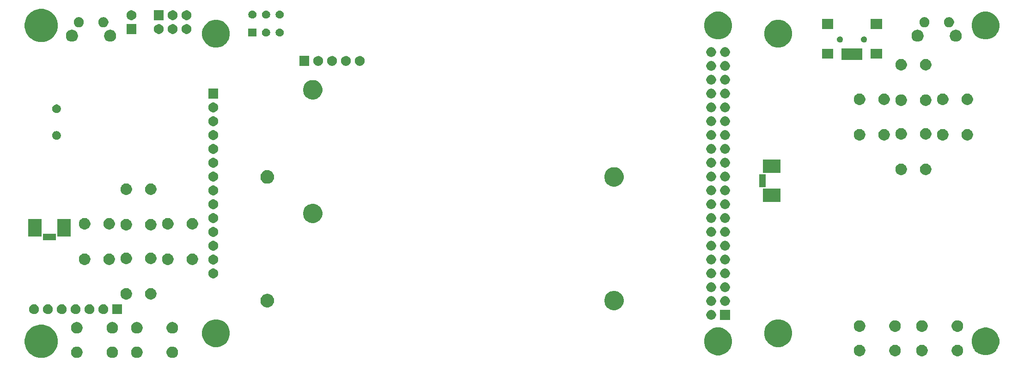
<source format=gbr>
G04 #@! TF.GenerationSoftware,KiCad,Pcbnew,(5.1.5)-2*
G04 #@! TF.CreationDate,2020-09-18T11:59:31-06:00*
G04 #@! TF.ProjectId,Pi-A3-Game-Console,50692d41-332d-4476-916d-652d436f6e73,rev?*
G04 #@! TF.SameCoordinates,Original*
G04 #@! TF.FileFunction,Soldermask,Top*
G04 #@! TF.FilePolarity,Negative*
%FSLAX46Y46*%
G04 Gerber Fmt 4.6, Leading zero omitted, Abs format (unit mm)*
G04 Created by KiCad (PCBNEW (5.1.5)-2) date 2020-09-18 11:59:31*
%MOMM*%
%LPD*%
G04 APERTURE LIST*
%ADD10C,0.100000*%
G04 APERTURE END LIST*
D10*
G36*
X64806564Y-115489389D02*
G01*
X64997833Y-115568615D01*
X64997835Y-115568616D01*
X65169973Y-115683635D01*
X65316365Y-115830027D01*
X65393315Y-115945190D01*
X65431385Y-116002167D01*
X65510611Y-116193436D01*
X65551000Y-116396484D01*
X65551000Y-116603516D01*
X65510611Y-116806564D01*
X65431993Y-116996365D01*
X65431384Y-116997835D01*
X65316365Y-117169973D01*
X65169973Y-117316365D01*
X64997835Y-117431384D01*
X64997834Y-117431385D01*
X64997833Y-117431385D01*
X64806564Y-117510611D01*
X64603516Y-117551000D01*
X64396484Y-117551000D01*
X64193436Y-117510611D01*
X64002167Y-117431385D01*
X64002166Y-117431385D01*
X64002165Y-117431384D01*
X63830027Y-117316365D01*
X63683635Y-117169973D01*
X63568616Y-116997835D01*
X63568007Y-116996365D01*
X63489389Y-116806564D01*
X63449000Y-116603516D01*
X63449000Y-116396484D01*
X63489389Y-116193436D01*
X63568615Y-116002167D01*
X63606686Y-115945190D01*
X63683635Y-115830027D01*
X63830027Y-115683635D01*
X64002165Y-115568616D01*
X64002167Y-115568615D01*
X64193436Y-115489389D01*
X64396484Y-115449000D01*
X64603516Y-115449000D01*
X64806564Y-115489389D01*
G37*
G36*
X69306564Y-115489389D02*
G01*
X69497833Y-115568615D01*
X69497835Y-115568616D01*
X69669973Y-115683635D01*
X69816365Y-115830027D01*
X69893315Y-115945190D01*
X69931385Y-116002167D01*
X70010611Y-116193436D01*
X70051000Y-116396484D01*
X70051000Y-116603516D01*
X70010611Y-116806564D01*
X69931993Y-116996365D01*
X69931384Y-116997835D01*
X69816365Y-117169973D01*
X69669973Y-117316365D01*
X69497835Y-117431384D01*
X69497834Y-117431385D01*
X69497833Y-117431385D01*
X69306564Y-117510611D01*
X69103516Y-117551000D01*
X68896484Y-117551000D01*
X68693436Y-117510611D01*
X68502167Y-117431385D01*
X68502166Y-117431385D01*
X68502165Y-117431384D01*
X68330027Y-117316365D01*
X68183635Y-117169973D01*
X68068616Y-116997835D01*
X68068007Y-116996365D01*
X67989389Y-116806564D01*
X67949000Y-116603516D01*
X67949000Y-116396484D01*
X67989389Y-116193436D01*
X68068615Y-116002167D01*
X68106686Y-115945190D01*
X68183635Y-115830027D01*
X68330027Y-115683635D01*
X68502165Y-115568616D01*
X68502167Y-115568615D01*
X68693436Y-115489389D01*
X68896484Y-115449000D01*
X69103516Y-115449000D01*
X69306564Y-115489389D01*
G37*
G36*
X75806564Y-115489389D02*
G01*
X75997833Y-115568615D01*
X75997835Y-115568616D01*
X76169973Y-115683635D01*
X76316365Y-115830027D01*
X76393315Y-115945190D01*
X76431385Y-116002167D01*
X76510611Y-116193436D01*
X76551000Y-116396484D01*
X76551000Y-116603516D01*
X76510611Y-116806564D01*
X76431993Y-116996365D01*
X76431384Y-116997835D01*
X76316365Y-117169973D01*
X76169973Y-117316365D01*
X75997835Y-117431384D01*
X75997834Y-117431385D01*
X75997833Y-117431385D01*
X75806564Y-117510611D01*
X75603516Y-117551000D01*
X75396484Y-117551000D01*
X75193436Y-117510611D01*
X75002167Y-117431385D01*
X75002166Y-117431385D01*
X75002165Y-117431384D01*
X74830027Y-117316365D01*
X74683635Y-117169973D01*
X74568616Y-116997835D01*
X74568007Y-116996365D01*
X74489389Y-116806564D01*
X74449000Y-116603516D01*
X74449000Y-116396484D01*
X74489389Y-116193436D01*
X74568615Y-116002167D01*
X74606686Y-115945190D01*
X74683635Y-115830027D01*
X74830027Y-115683635D01*
X75002165Y-115568616D01*
X75002167Y-115568615D01*
X75193436Y-115489389D01*
X75396484Y-115449000D01*
X75603516Y-115449000D01*
X75806564Y-115489389D01*
G37*
G36*
X58306564Y-115489389D02*
G01*
X58497833Y-115568615D01*
X58497835Y-115568616D01*
X58669973Y-115683635D01*
X58816365Y-115830027D01*
X58893315Y-115945190D01*
X58931385Y-116002167D01*
X59010611Y-116193436D01*
X59051000Y-116396484D01*
X59051000Y-116603516D01*
X59010611Y-116806564D01*
X58931993Y-116996365D01*
X58931384Y-116997835D01*
X58816365Y-117169973D01*
X58669973Y-117316365D01*
X58497835Y-117431384D01*
X58497834Y-117431385D01*
X58497833Y-117431385D01*
X58306564Y-117510611D01*
X58103516Y-117551000D01*
X57896484Y-117551000D01*
X57693436Y-117510611D01*
X57502167Y-117431385D01*
X57502166Y-117431385D01*
X57502165Y-117431384D01*
X57330027Y-117316365D01*
X57183635Y-117169973D01*
X57068616Y-116997835D01*
X57068007Y-116996365D01*
X56989389Y-116806564D01*
X56949000Y-116603516D01*
X56949000Y-116396484D01*
X56989389Y-116193436D01*
X57068615Y-116002167D01*
X57106686Y-115945190D01*
X57183635Y-115830027D01*
X57330027Y-115683635D01*
X57502165Y-115568616D01*
X57502167Y-115568615D01*
X57693436Y-115489389D01*
X57896484Y-115449000D01*
X58103516Y-115449000D01*
X58306564Y-115489389D01*
G37*
G36*
X52389943Y-111566248D02*
G01*
X52945189Y-111796238D01*
X52945190Y-111796239D01*
X53444899Y-112130134D01*
X53869866Y-112555101D01*
X53869867Y-112555103D01*
X54203762Y-113054811D01*
X54433752Y-113610057D01*
X54551000Y-114199501D01*
X54551000Y-114800499D01*
X54433752Y-115389943D01*
X54203762Y-115945189D01*
X54037948Y-116193347D01*
X53869866Y-116444899D01*
X53444899Y-116869866D01*
X53320528Y-116952968D01*
X52945189Y-117203762D01*
X52389943Y-117433752D01*
X51800499Y-117551000D01*
X51199501Y-117551000D01*
X50610057Y-117433752D01*
X50054811Y-117203762D01*
X49679472Y-116952968D01*
X49555101Y-116869866D01*
X49130134Y-116444899D01*
X48962052Y-116193347D01*
X48796238Y-115945189D01*
X48566248Y-115389943D01*
X48449000Y-114800499D01*
X48449000Y-114199501D01*
X48566248Y-113610057D01*
X48796238Y-113054811D01*
X49130133Y-112555103D01*
X49130134Y-112555101D01*
X49555101Y-112130134D01*
X50054810Y-111796239D01*
X50054811Y-111796238D01*
X50610057Y-111566248D01*
X51199501Y-111449000D01*
X51800499Y-111449000D01*
X52389943Y-111566248D01*
G37*
G36*
X213156564Y-115169389D02*
G01*
X213347833Y-115248615D01*
X213347835Y-115248616D01*
X213365872Y-115260668D01*
X213519973Y-115363635D01*
X213666365Y-115510027D01*
X213781385Y-115682167D01*
X213860611Y-115873436D01*
X213901000Y-116076484D01*
X213901000Y-116283516D01*
X213860611Y-116486564D01*
X213812169Y-116603514D01*
X213781384Y-116677835D01*
X213666365Y-116849973D01*
X213519973Y-116996365D01*
X213347835Y-117111384D01*
X213347834Y-117111385D01*
X213347833Y-117111385D01*
X213156564Y-117190611D01*
X212953516Y-117231000D01*
X212746484Y-117231000D01*
X212543436Y-117190611D01*
X212352167Y-117111385D01*
X212352166Y-117111385D01*
X212352165Y-117111384D01*
X212180027Y-116996365D01*
X212033635Y-116849973D01*
X211918616Y-116677835D01*
X211887831Y-116603514D01*
X211839389Y-116486564D01*
X211799000Y-116283516D01*
X211799000Y-116076484D01*
X211839389Y-115873436D01*
X211918615Y-115682167D01*
X212033635Y-115510027D01*
X212180027Y-115363635D01*
X212334128Y-115260668D01*
X212352165Y-115248616D01*
X212352167Y-115248615D01*
X212543436Y-115169389D01*
X212746484Y-115129000D01*
X212953516Y-115129000D01*
X213156564Y-115169389D01*
G37*
G36*
X219656564Y-115169389D02*
G01*
X219847833Y-115248615D01*
X219847835Y-115248616D01*
X219865872Y-115260668D01*
X220019973Y-115363635D01*
X220166365Y-115510027D01*
X220281385Y-115682167D01*
X220360611Y-115873436D01*
X220401000Y-116076484D01*
X220401000Y-116283516D01*
X220360611Y-116486564D01*
X220312169Y-116603514D01*
X220281384Y-116677835D01*
X220166365Y-116849973D01*
X220019973Y-116996365D01*
X219847835Y-117111384D01*
X219847834Y-117111385D01*
X219847833Y-117111385D01*
X219656564Y-117190611D01*
X219453516Y-117231000D01*
X219246484Y-117231000D01*
X219043436Y-117190611D01*
X218852167Y-117111385D01*
X218852166Y-117111385D01*
X218852165Y-117111384D01*
X218680027Y-116996365D01*
X218533635Y-116849973D01*
X218418616Y-116677835D01*
X218387831Y-116603514D01*
X218339389Y-116486564D01*
X218299000Y-116283516D01*
X218299000Y-116076484D01*
X218339389Y-115873436D01*
X218418615Y-115682167D01*
X218533635Y-115510027D01*
X218680027Y-115363635D01*
X218834128Y-115260668D01*
X218852165Y-115248616D01*
X218852167Y-115248615D01*
X219043436Y-115169389D01*
X219246484Y-115129000D01*
X219453516Y-115129000D01*
X219656564Y-115169389D01*
G37*
G36*
X208226564Y-115169389D02*
G01*
X208417833Y-115248615D01*
X208417835Y-115248616D01*
X208435872Y-115260668D01*
X208589973Y-115363635D01*
X208736365Y-115510027D01*
X208851385Y-115682167D01*
X208930611Y-115873436D01*
X208971000Y-116076484D01*
X208971000Y-116283516D01*
X208930611Y-116486564D01*
X208882169Y-116603514D01*
X208851384Y-116677835D01*
X208736365Y-116849973D01*
X208589973Y-116996365D01*
X208417835Y-117111384D01*
X208417834Y-117111385D01*
X208417833Y-117111385D01*
X208226564Y-117190611D01*
X208023516Y-117231000D01*
X207816484Y-117231000D01*
X207613436Y-117190611D01*
X207422167Y-117111385D01*
X207422166Y-117111385D01*
X207422165Y-117111384D01*
X207250027Y-116996365D01*
X207103635Y-116849973D01*
X206988616Y-116677835D01*
X206957831Y-116603514D01*
X206909389Y-116486564D01*
X206869000Y-116283516D01*
X206869000Y-116076484D01*
X206909389Y-115873436D01*
X206988615Y-115682167D01*
X207103635Y-115510027D01*
X207250027Y-115363635D01*
X207404128Y-115260668D01*
X207422165Y-115248616D01*
X207422167Y-115248615D01*
X207613436Y-115169389D01*
X207816484Y-115129000D01*
X208023516Y-115129000D01*
X208226564Y-115169389D01*
G37*
G36*
X201726564Y-115169389D02*
G01*
X201917833Y-115248615D01*
X201917835Y-115248616D01*
X201935872Y-115260668D01*
X202089973Y-115363635D01*
X202236365Y-115510027D01*
X202351385Y-115682167D01*
X202430611Y-115873436D01*
X202471000Y-116076484D01*
X202471000Y-116283516D01*
X202430611Y-116486564D01*
X202382169Y-116603514D01*
X202351384Y-116677835D01*
X202236365Y-116849973D01*
X202089973Y-116996365D01*
X201917835Y-117111384D01*
X201917834Y-117111385D01*
X201917833Y-117111385D01*
X201726564Y-117190611D01*
X201523516Y-117231000D01*
X201316484Y-117231000D01*
X201113436Y-117190611D01*
X200922167Y-117111385D01*
X200922166Y-117111385D01*
X200922165Y-117111384D01*
X200750027Y-116996365D01*
X200603635Y-116849973D01*
X200488616Y-116677835D01*
X200457831Y-116603514D01*
X200409389Y-116486564D01*
X200369000Y-116283516D01*
X200369000Y-116076484D01*
X200409389Y-115873436D01*
X200488615Y-115682167D01*
X200603635Y-115510027D01*
X200750027Y-115363635D01*
X200904128Y-115260668D01*
X200922165Y-115248616D01*
X200922167Y-115248615D01*
X201113436Y-115169389D01*
X201316484Y-115129000D01*
X201523516Y-115129000D01*
X201726564Y-115169389D01*
G37*
G36*
X176243998Y-112047034D02*
G01*
X176559775Y-112177833D01*
X176708252Y-112239334D01*
X177126068Y-112518510D01*
X177481391Y-112873833D01*
X177760567Y-113291649D01*
X177760568Y-113291651D01*
X177952867Y-113755903D01*
X178050900Y-114248748D01*
X178050900Y-114751254D01*
X177952867Y-115244099D01*
X177760568Y-115708351D01*
X177760567Y-115708353D01*
X177481391Y-116126169D01*
X177126068Y-116481492D01*
X176708252Y-116760668D01*
X176708251Y-116760669D01*
X176708250Y-116760669D01*
X176243998Y-116952968D01*
X175751153Y-117051001D01*
X175248647Y-117051001D01*
X174755802Y-116952968D01*
X174291550Y-116760669D01*
X174291549Y-116760669D01*
X174291548Y-116760668D01*
X173873732Y-116481492D01*
X173518409Y-116126169D01*
X173239233Y-115708353D01*
X173239232Y-115708351D01*
X173046933Y-115244099D01*
X172948900Y-114751254D01*
X172948900Y-114248748D01*
X173046933Y-113755903D01*
X173239232Y-113291651D01*
X173239233Y-113291649D01*
X173518409Y-112873833D01*
X173873732Y-112518510D01*
X174291548Y-112239334D01*
X174440025Y-112177833D01*
X174755802Y-112047034D01*
X175248647Y-111949001D01*
X175751153Y-111949001D01*
X176243998Y-112047034D01*
G37*
G36*
X224761083Y-111962381D02*
G01*
X225229706Y-112055596D01*
X225251125Y-112062094D01*
X225692559Y-112244942D01*
X225712304Y-112255496D01*
X226109585Y-112520951D01*
X226126890Y-112535152D01*
X226464749Y-112873011D01*
X226478950Y-112890316D01*
X226744405Y-113287597D01*
X226754959Y-113307342D01*
X226937807Y-113748776D01*
X226944305Y-113770195D01*
X227037520Y-114238818D01*
X227039714Y-114261098D01*
X227039714Y-114738904D01*
X227037520Y-114761184D01*
X226944305Y-115229807D01*
X226937807Y-115251226D01*
X226754959Y-115692660D01*
X226744405Y-115712405D01*
X226478950Y-116109686D01*
X226464749Y-116126991D01*
X226126890Y-116464850D01*
X226109585Y-116479051D01*
X225712304Y-116744506D01*
X225692559Y-116755060D01*
X225251125Y-116937908D01*
X225229706Y-116944406D01*
X224761083Y-117037621D01*
X224738803Y-117039815D01*
X224260997Y-117039815D01*
X224238717Y-117037621D01*
X223770094Y-116944406D01*
X223748675Y-116937908D01*
X223307241Y-116755060D01*
X223287496Y-116744506D01*
X222890215Y-116479051D01*
X222872910Y-116464850D01*
X222535051Y-116126991D01*
X222520850Y-116109686D01*
X222255395Y-115712405D01*
X222244841Y-115692660D01*
X222061993Y-115251226D01*
X222055495Y-115229807D01*
X221962280Y-114761184D01*
X221960086Y-114738904D01*
X221960086Y-114261098D01*
X221962280Y-114238818D01*
X222055495Y-113770195D01*
X222061993Y-113748776D01*
X222244841Y-113307342D01*
X222255395Y-113287597D01*
X222520850Y-112890316D01*
X222535051Y-112873011D01*
X222872910Y-112535152D01*
X222890215Y-112520951D01*
X223287496Y-112255496D01*
X223307241Y-112244942D01*
X223748675Y-112062094D01*
X223770094Y-112055596D01*
X224238717Y-111962381D01*
X224260997Y-111960187D01*
X224738803Y-111960187D01*
X224761083Y-111962381D01*
G37*
G36*
X84244098Y-110547033D02*
G01*
X84708350Y-110739332D01*
X84708352Y-110739333D01*
X85126168Y-111018509D01*
X85481491Y-111373832D01*
X85755232Y-111783514D01*
X85760668Y-111791650D01*
X85952967Y-112255902D01*
X86051000Y-112748747D01*
X86051000Y-113251253D01*
X85952967Y-113744098D01*
X85760668Y-114208350D01*
X85760667Y-114208352D01*
X85481491Y-114626168D01*
X85126168Y-114981491D01*
X84708352Y-115260667D01*
X84708351Y-115260668D01*
X84708350Y-115260668D01*
X84244098Y-115452967D01*
X83751253Y-115551000D01*
X83248747Y-115551000D01*
X82755902Y-115452967D01*
X82291650Y-115260668D01*
X82291649Y-115260668D01*
X82291648Y-115260667D01*
X81873832Y-114981491D01*
X81518509Y-114626168D01*
X81239333Y-114208352D01*
X81239332Y-114208350D01*
X81047033Y-113744098D01*
X80949000Y-113251253D01*
X80949000Y-112748747D01*
X81047033Y-112255902D01*
X81239332Y-111791650D01*
X81244768Y-111783514D01*
X81518509Y-111373832D01*
X81873832Y-111018509D01*
X82291648Y-110739333D01*
X82291650Y-110739332D01*
X82755902Y-110547033D01*
X83248747Y-110449000D01*
X83751253Y-110449000D01*
X84244098Y-110547033D01*
G37*
G36*
X187264098Y-110547033D02*
G01*
X187728350Y-110739332D01*
X187728352Y-110739333D01*
X188146168Y-111018509D01*
X188501491Y-111373832D01*
X188775232Y-111783514D01*
X188780668Y-111791650D01*
X188972967Y-112255902D01*
X189071000Y-112748747D01*
X189071000Y-113251253D01*
X188972967Y-113744098D01*
X188780668Y-114208350D01*
X188780667Y-114208352D01*
X188501491Y-114626168D01*
X188146168Y-114981491D01*
X187728352Y-115260667D01*
X187728351Y-115260668D01*
X187728350Y-115260668D01*
X187264098Y-115452967D01*
X186771253Y-115551000D01*
X186268747Y-115551000D01*
X185775902Y-115452967D01*
X185311650Y-115260668D01*
X185311649Y-115260668D01*
X185311648Y-115260667D01*
X184893832Y-114981491D01*
X184538509Y-114626168D01*
X184259333Y-114208352D01*
X184259332Y-114208350D01*
X184067033Y-113744098D01*
X183969000Y-113251253D01*
X183969000Y-112748747D01*
X184067033Y-112255902D01*
X184259332Y-111791650D01*
X184264768Y-111783514D01*
X184538509Y-111373832D01*
X184893832Y-111018509D01*
X185311648Y-110739333D01*
X185311650Y-110739332D01*
X185775902Y-110547033D01*
X186268747Y-110449000D01*
X186771253Y-110449000D01*
X187264098Y-110547033D01*
G37*
G36*
X69306564Y-110989389D02*
G01*
X69497833Y-111068615D01*
X69497835Y-111068616D01*
X69669973Y-111183635D01*
X69816365Y-111330027D01*
X69845635Y-111373832D01*
X69931385Y-111502167D01*
X70010611Y-111693436D01*
X70051000Y-111896484D01*
X70051000Y-112103516D01*
X70010611Y-112306564D01*
X69992630Y-112349973D01*
X69931384Y-112497835D01*
X69816365Y-112669973D01*
X69669973Y-112816365D01*
X69497835Y-112931384D01*
X69497834Y-112931385D01*
X69497833Y-112931385D01*
X69306564Y-113010611D01*
X69103516Y-113051000D01*
X68896484Y-113051000D01*
X68693436Y-113010611D01*
X68502167Y-112931385D01*
X68502166Y-112931385D01*
X68502165Y-112931384D01*
X68330027Y-112816365D01*
X68183635Y-112669973D01*
X68068616Y-112497835D01*
X68007370Y-112349973D01*
X67989389Y-112306564D01*
X67949000Y-112103516D01*
X67949000Y-111896484D01*
X67989389Y-111693436D01*
X68068615Y-111502167D01*
X68154366Y-111373832D01*
X68183635Y-111330027D01*
X68330027Y-111183635D01*
X68502165Y-111068616D01*
X68502167Y-111068615D01*
X68693436Y-110989389D01*
X68896484Y-110949000D01*
X69103516Y-110949000D01*
X69306564Y-110989389D01*
G37*
G36*
X75806564Y-110989389D02*
G01*
X75997833Y-111068615D01*
X75997835Y-111068616D01*
X76169973Y-111183635D01*
X76316365Y-111330027D01*
X76345635Y-111373832D01*
X76431385Y-111502167D01*
X76510611Y-111693436D01*
X76551000Y-111896484D01*
X76551000Y-112103516D01*
X76510611Y-112306564D01*
X76492630Y-112349973D01*
X76431384Y-112497835D01*
X76316365Y-112669973D01*
X76169973Y-112816365D01*
X75997835Y-112931384D01*
X75997834Y-112931385D01*
X75997833Y-112931385D01*
X75806564Y-113010611D01*
X75603516Y-113051000D01*
X75396484Y-113051000D01*
X75193436Y-113010611D01*
X75002167Y-112931385D01*
X75002166Y-112931385D01*
X75002165Y-112931384D01*
X74830027Y-112816365D01*
X74683635Y-112669973D01*
X74568616Y-112497835D01*
X74507370Y-112349973D01*
X74489389Y-112306564D01*
X74449000Y-112103516D01*
X74449000Y-111896484D01*
X74489389Y-111693436D01*
X74568615Y-111502167D01*
X74654366Y-111373832D01*
X74683635Y-111330027D01*
X74830027Y-111183635D01*
X75002165Y-111068616D01*
X75002167Y-111068615D01*
X75193436Y-110989389D01*
X75396484Y-110949000D01*
X75603516Y-110949000D01*
X75806564Y-110989389D01*
G37*
G36*
X64806564Y-110989389D02*
G01*
X64997833Y-111068615D01*
X64997835Y-111068616D01*
X65169973Y-111183635D01*
X65316365Y-111330027D01*
X65345635Y-111373832D01*
X65431385Y-111502167D01*
X65510611Y-111693436D01*
X65551000Y-111896484D01*
X65551000Y-112103516D01*
X65510611Y-112306564D01*
X65492630Y-112349973D01*
X65431384Y-112497835D01*
X65316365Y-112669973D01*
X65169973Y-112816365D01*
X64997835Y-112931384D01*
X64997834Y-112931385D01*
X64997833Y-112931385D01*
X64806564Y-113010611D01*
X64603516Y-113051000D01*
X64396484Y-113051000D01*
X64193436Y-113010611D01*
X64002167Y-112931385D01*
X64002166Y-112931385D01*
X64002165Y-112931384D01*
X63830027Y-112816365D01*
X63683635Y-112669973D01*
X63568616Y-112497835D01*
X63507370Y-112349973D01*
X63489389Y-112306564D01*
X63449000Y-112103516D01*
X63449000Y-111896484D01*
X63489389Y-111693436D01*
X63568615Y-111502167D01*
X63654366Y-111373832D01*
X63683635Y-111330027D01*
X63830027Y-111183635D01*
X64002165Y-111068616D01*
X64002167Y-111068615D01*
X64193436Y-110989389D01*
X64396484Y-110949000D01*
X64603516Y-110949000D01*
X64806564Y-110989389D01*
G37*
G36*
X58306564Y-110989389D02*
G01*
X58497833Y-111068615D01*
X58497835Y-111068616D01*
X58669973Y-111183635D01*
X58816365Y-111330027D01*
X58845635Y-111373832D01*
X58931385Y-111502167D01*
X59010611Y-111693436D01*
X59051000Y-111896484D01*
X59051000Y-112103516D01*
X59010611Y-112306564D01*
X58992630Y-112349973D01*
X58931384Y-112497835D01*
X58816365Y-112669973D01*
X58669973Y-112816365D01*
X58497835Y-112931384D01*
X58497834Y-112931385D01*
X58497833Y-112931385D01*
X58306564Y-113010611D01*
X58103516Y-113051000D01*
X57896484Y-113051000D01*
X57693436Y-113010611D01*
X57502167Y-112931385D01*
X57502166Y-112931385D01*
X57502165Y-112931384D01*
X57330027Y-112816365D01*
X57183635Y-112669973D01*
X57068616Y-112497835D01*
X57007370Y-112349973D01*
X56989389Y-112306564D01*
X56949000Y-112103516D01*
X56949000Y-111896484D01*
X56989389Y-111693436D01*
X57068615Y-111502167D01*
X57154366Y-111373832D01*
X57183635Y-111330027D01*
X57330027Y-111183635D01*
X57502165Y-111068616D01*
X57502167Y-111068615D01*
X57693436Y-110989389D01*
X57896484Y-110949000D01*
X58103516Y-110949000D01*
X58306564Y-110989389D01*
G37*
G36*
X219656564Y-110669389D02*
G01*
X219825424Y-110739333D01*
X219847835Y-110748616D01*
X220019973Y-110863635D01*
X220166365Y-111010027D01*
X220281385Y-111182167D01*
X220360611Y-111373436D01*
X220401000Y-111576484D01*
X220401000Y-111783516D01*
X220360611Y-111986564D01*
X220281385Y-112177833D01*
X220281384Y-112177835D01*
X220166365Y-112349973D01*
X220019973Y-112496365D01*
X219847835Y-112611384D01*
X219847834Y-112611385D01*
X219847833Y-112611385D01*
X219656564Y-112690611D01*
X219453516Y-112731000D01*
X219246484Y-112731000D01*
X219043436Y-112690611D01*
X218852167Y-112611385D01*
X218852166Y-112611385D01*
X218852165Y-112611384D01*
X218680027Y-112496365D01*
X218533635Y-112349973D01*
X218418616Y-112177835D01*
X218418615Y-112177833D01*
X218339389Y-111986564D01*
X218299000Y-111783516D01*
X218299000Y-111576484D01*
X218339389Y-111373436D01*
X218418615Y-111182167D01*
X218533635Y-111010027D01*
X218680027Y-110863635D01*
X218852165Y-110748616D01*
X218874576Y-110739333D01*
X219043436Y-110669389D01*
X219246484Y-110629000D01*
X219453516Y-110629000D01*
X219656564Y-110669389D01*
G37*
G36*
X201726564Y-110669389D02*
G01*
X201895424Y-110739333D01*
X201917835Y-110748616D01*
X202089973Y-110863635D01*
X202236365Y-111010027D01*
X202351385Y-111182167D01*
X202430611Y-111373436D01*
X202471000Y-111576484D01*
X202471000Y-111783516D01*
X202430611Y-111986564D01*
X202351385Y-112177833D01*
X202351384Y-112177835D01*
X202236365Y-112349973D01*
X202089973Y-112496365D01*
X201917835Y-112611384D01*
X201917834Y-112611385D01*
X201917833Y-112611385D01*
X201726564Y-112690611D01*
X201523516Y-112731000D01*
X201316484Y-112731000D01*
X201113436Y-112690611D01*
X200922167Y-112611385D01*
X200922166Y-112611385D01*
X200922165Y-112611384D01*
X200750027Y-112496365D01*
X200603635Y-112349973D01*
X200488616Y-112177835D01*
X200488615Y-112177833D01*
X200409389Y-111986564D01*
X200369000Y-111783516D01*
X200369000Y-111576484D01*
X200409389Y-111373436D01*
X200488615Y-111182167D01*
X200603635Y-111010027D01*
X200750027Y-110863635D01*
X200922165Y-110748616D01*
X200944576Y-110739333D01*
X201113436Y-110669389D01*
X201316484Y-110629000D01*
X201523516Y-110629000D01*
X201726564Y-110669389D01*
G37*
G36*
X213156564Y-110669389D02*
G01*
X213325424Y-110739333D01*
X213347835Y-110748616D01*
X213519973Y-110863635D01*
X213666365Y-111010027D01*
X213781385Y-111182167D01*
X213860611Y-111373436D01*
X213901000Y-111576484D01*
X213901000Y-111783516D01*
X213860611Y-111986564D01*
X213781385Y-112177833D01*
X213781384Y-112177835D01*
X213666365Y-112349973D01*
X213519973Y-112496365D01*
X213347835Y-112611384D01*
X213347834Y-112611385D01*
X213347833Y-112611385D01*
X213156564Y-112690611D01*
X212953516Y-112731000D01*
X212746484Y-112731000D01*
X212543436Y-112690611D01*
X212352167Y-112611385D01*
X212352166Y-112611385D01*
X212352165Y-112611384D01*
X212180027Y-112496365D01*
X212033635Y-112349973D01*
X211918616Y-112177835D01*
X211918615Y-112177833D01*
X211839389Y-111986564D01*
X211799000Y-111783516D01*
X211799000Y-111576484D01*
X211839389Y-111373436D01*
X211918615Y-111182167D01*
X212033635Y-111010027D01*
X212180027Y-110863635D01*
X212352165Y-110748616D01*
X212374576Y-110739333D01*
X212543436Y-110669389D01*
X212746484Y-110629000D01*
X212953516Y-110629000D01*
X213156564Y-110669389D01*
G37*
G36*
X208226564Y-110669389D02*
G01*
X208395424Y-110739333D01*
X208417835Y-110748616D01*
X208589973Y-110863635D01*
X208736365Y-111010027D01*
X208851385Y-111182167D01*
X208930611Y-111373436D01*
X208971000Y-111576484D01*
X208971000Y-111783516D01*
X208930611Y-111986564D01*
X208851385Y-112177833D01*
X208851384Y-112177835D01*
X208736365Y-112349973D01*
X208589973Y-112496365D01*
X208417835Y-112611384D01*
X208417834Y-112611385D01*
X208417833Y-112611385D01*
X208226564Y-112690611D01*
X208023516Y-112731000D01*
X207816484Y-112731000D01*
X207613436Y-112690611D01*
X207422167Y-112611385D01*
X207422166Y-112611385D01*
X207422165Y-112611384D01*
X207250027Y-112496365D01*
X207103635Y-112349973D01*
X206988616Y-112177835D01*
X206988615Y-112177833D01*
X206909389Y-111986564D01*
X206869000Y-111783516D01*
X206869000Y-111576484D01*
X206909389Y-111373436D01*
X206988615Y-111182167D01*
X207103635Y-111010027D01*
X207250027Y-110863635D01*
X207422165Y-110748616D01*
X207444576Y-110739333D01*
X207613436Y-110669389D01*
X207816484Y-110629000D01*
X208023516Y-110629000D01*
X208226564Y-110669389D01*
G37*
G36*
X174343412Y-108733928D02*
G01*
X174492712Y-108763625D01*
X174656684Y-108831545D01*
X174804254Y-108930148D01*
X174929753Y-109055647D01*
X175028356Y-109203217D01*
X175096276Y-109367189D01*
X175130900Y-109541260D01*
X175130900Y-109718742D01*
X175096276Y-109892813D01*
X175028356Y-110056785D01*
X174929753Y-110204355D01*
X174804254Y-110329854D01*
X174656684Y-110428457D01*
X174492712Y-110496377D01*
X174343412Y-110526074D01*
X174318642Y-110531001D01*
X174141158Y-110531001D01*
X174116388Y-110526074D01*
X173967088Y-110496377D01*
X173803116Y-110428457D01*
X173655546Y-110329854D01*
X173530047Y-110204355D01*
X173431444Y-110056785D01*
X173363524Y-109892813D01*
X173328900Y-109718742D01*
X173328900Y-109541260D01*
X173363524Y-109367189D01*
X173431444Y-109203217D01*
X173530047Y-109055647D01*
X173655546Y-108930148D01*
X173803116Y-108831545D01*
X173967088Y-108763625D01*
X174116388Y-108733928D01*
X174141158Y-108729001D01*
X174318642Y-108729001D01*
X174343412Y-108733928D01*
G37*
G36*
X177670900Y-110531001D02*
G01*
X175868900Y-110531001D01*
X175868900Y-108729001D01*
X177670900Y-108729001D01*
X177670900Y-110531001D01*
G37*
G36*
X50278512Y-107688927D02*
G01*
X50427812Y-107718624D01*
X50591784Y-107786544D01*
X50739354Y-107885147D01*
X50864853Y-108010646D01*
X50963456Y-108158216D01*
X51031376Y-108322188D01*
X51066000Y-108496259D01*
X51066000Y-108673741D01*
X51031376Y-108847812D01*
X50963456Y-109011784D01*
X50864853Y-109159354D01*
X50739354Y-109284853D01*
X50591784Y-109383456D01*
X50427812Y-109451376D01*
X50278512Y-109481073D01*
X50253742Y-109486000D01*
X50076258Y-109486000D01*
X50051488Y-109481073D01*
X49902188Y-109451376D01*
X49738216Y-109383456D01*
X49590646Y-109284853D01*
X49465147Y-109159354D01*
X49366544Y-109011784D01*
X49298624Y-108847812D01*
X49264000Y-108673741D01*
X49264000Y-108496259D01*
X49298624Y-108322188D01*
X49366544Y-108158216D01*
X49465147Y-108010646D01*
X49590646Y-107885147D01*
X49738216Y-107786544D01*
X49902188Y-107718624D01*
X50051488Y-107688927D01*
X50076258Y-107684000D01*
X50253742Y-107684000D01*
X50278512Y-107688927D01*
G37*
G36*
X62978512Y-107688927D02*
G01*
X63127812Y-107718624D01*
X63291784Y-107786544D01*
X63439354Y-107885147D01*
X63564853Y-108010646D01*
X63663456Y-108158216D01*
X63731376Y-108322188D01*
X63766000Y-108496259D01*
X63766000Y-108673741D01*
X63731376Y-108847812D01*
X63663456Y-109011784D01*
X63564853Y-109159354D01*
X63439354Y-109284853D01*
X63291784Y-109383456D01*
X63127812Y-109451376D01*
X62978512Y-109481073D01*
X62953742Y-109486000D01*
X62776258Y-109486000D01*
X62751488Y-109481073D01*
X62602188Y-109451376D01*
X62438216Y-109383456D01*
X62290646Y-109284853D01*
X62165147Y-109159354D01*
X62066544Y-109011784D01*
X61998624Y-108847812D01*
X61964000Y-108673741D01*
X61964000Y-108496259D01*
X61998624Y-108322188D01*
X62066544Y-108158216D01*
X62165147Y-108010646D01*
X62290646Y-107885147D01*
X62438216Y-107786544D01*
X62602188Y-107718624D01*
X62751488Y-107688927D01*
X62776258Y-107684000D01*
X62953742Y-107684000D01*
X62978512Y-107688927D01*
G37*
G36*
X66306000Y-109486000D02*
G01*
X64504000Y-109486000D01*
X64504000Y-107684000D01*
X66306000Y-107684000D01*
X66306000Y-109486000D01*
G37*
G36*
X57898512Y-107688927D02*
G01*
X58047812Y-107718624D01*
X58211784Y-107786544D01*
X58359354Y-107885147D01*
X58484853Y-108010646D01*
X58583456Y-108158216D01*
X58651376Y-108322188D01*
X58686000Y-108496259D01*
X58686000Y-108673741D01*
X58651376Y-108847812D01*
X58583456Y-109011784D01*
X58484853Y-109159354D01*
X58359354Y-109284853D01*
X58211784Y-109383456D01*
X58047812Y-109451376D01*
X57898512Y-109481073D01*
X57873742Y-109486000D01*
X57696258Y-109486000D01*
X57671488Y-109481073D01*
X57522188Y-109451376D01*
X57358216Y-109383456D01*
X57210646Y-109284853D01*
X57085147Y-109159354D01*
X56986544Y-109011784D01*
X56918624Y-108847812D01*
X56884000Y-108673741D01*
X56884000Y-108496259D01*
X56918624Y-108322188D01*
X56986544Y-108158216D01*
X57085147Y-108010646D01*
X57210646Y-107885147D01*
X57358216Y-107786544D01*
X57522188Y-107718624D01*
X57671488Y-107688927D01*
X57696258Y-107684000D01*
X57873742Y-107684000D01*
X57898512Y-107688927D01*
G37*
G36*
X55358512Y-107688927D02*
G01*
X55507812Y-107718624D01*
X55671784Y-107786544D01*
X55819354Y-107885147D01*
X55944853Y-108010646D01*
X56043456Y-108158216D01*
X56111376Y-108322188D01*
X56146000Y-108496259D01*
X56146000Y-108673741D01*
X56111376Y-108847812D01*
X56043456Y-109011784D01*
X55944853Y-109159354D01*
X55819354Y-109284853D01*
X55671784Y-109383456D01*
X55507812Y-109451376D01*
X55358512Y-109481073D01*
X55333742Y-109486000D01*
X55156258Y-109486000D01*
X55131488Y-109481073D01*
X54982188Y-109451376D01*
X54818216Y-109383456D01*
X54670646Y-109284853D01*
X54545147Y-109159354D01*
X54446544Y-109011784D01*
X54378624Y-108847812D01*
X54344000Y-108673741D01*
X54344000Y-108496259D01*
X54378624Y-108322188D01*
X54446544Y-108158216D01*
X54545147Y-108010646D01*
X54670646Y-107885147D01*
X54818216Y-107786544D01*
X54982188Y-107718624D01*
X55131488Y-107688927D01*
X55156258Y-107684000D01*
X55333742Y-107684000D01*
X55358512Y-107688927D01*
G37*
G36*
X52818512Y-107688927D02*
G01*
X52967812Y-107718624D01*
X53131784Y-107786544D01*
X53279354Y-107885147D01*
X53404853Y-108010646D01*
X53503456Y-108158216D01*
X53571376Y-108322188D01*
X53606000Y-108496259D01*
X53606000Y-108673741D01*
X53571376Y-108847812D01*
X53503456Y-109011784D01*
X53404853Y-109159354D01*
X53279354Y-109284853D01*
X53131784Y-109383456D01*
X52967812Y-109451376D01*
X52818512Y-109481073D01*
X52793742Y-109486000D01*
X52616258Y-109486000D01*
X52591488Y-109481073D01*
X52442188Y-109451376D01*
X52278216Y-109383456D01*
X52130646Y-109284853D01*
X52005147Y-109159354D01*
X51906544Y-109011784D01*
X51838624Y-108847812D01*
X51804000Y-108673741D01*
X51804000Y-108496259D01*
X51838624Y-108322188D01*
X51906544Y-108158216D01*
X52005147Y-108010646D01*
X52130646Y-107885147D01*
X52278216Y-107786544D01*
X52442188Y-107718624D01*
X52591488Y-107688927D01*
X52616258Y-107684000D01*
X52793742Y-107684000D01*
X52818512Y-107688927D01*
G37*
G36*
X60438512Y-107688927D02*
G01*
X60587812Y-107718624D01*
X60751784Y-107786544D01*
X60899354Y-107885147D01*
X61024853Y-108010646D01*
X61123456Y-108158216D01*
X61191376Y-108322188D01*
X61226000Y-108496259D01*
X61226000Y-108673741D01*
X61191376Y-108847812D01*
X61123456Y-109011784D01*
X61024853Y-109159354D01*
X60899354Y-109284853D01*
X60751784Y-109383456D01*
X60587812Y-109451376D01*
X60438512Y-109481073D01*
X60413742Y-109486000D01*
X60236258Y-109486000D01*
X60211488Y-109481073D01*
X60062188Y-109451376D01*
X59898216Y-109383456D01*
X59750646Y-109284853D01*
X59625147Y-109159354D01*
X59526544Y-109011784D01*
X59458624Y-108847812D01*
X59424000Y-108673741D01*
X59424000Y-108496259D01*
X59458624Y-108322188D01*
X59526544Y-108158216D01*
X59625147Y-108010646D01*
X59750646Y-107885147D01*
X59898216Y-107786544D01*
X60062188Y-107718624D01*
X60211488Y-107688927D01*
X60236258Y-107684000D01*
X60413742Y-107684000D01*
X60438512Y-107688927D01*
G37*
G36*
X156948039Y-105292250D02*
G01*
X157083734Y-105348457D01*
X157271251Y-105426129D01*
X157562134Y-105620491D01*
X157809509Y-105867866D01*
X158003871Y-106158749D01*
X158023327Y-106205721D01*
X158137750Y-106481961D01*
X158206000Y-106825078D01*
X158206000Y-107174922D01*
X158137750Y-107518039D01*
X158107859Y-107590201D01*
X158003871Y-107841251D01*
X157809509Y-108132134D01*
X157562134Y-108379509D01*
X157271251Y-108573871D01*
X157137372Y-108629325D01*
X156948039Y-108707750D01*
X156604922Y-108776000D01*
X156255078Y-108776000D01*
X155911961Y-108707750D01*
X155722628Y-108629325D01*
X155588749Y-108573871D01*
X155297866Y-108379509D01*
X155050491Y-108132134D01*
X154856129Y-107841251D01*
X154752141Y-107590201D01*
X154722250Y-107518039D01*
X154654000Y-107174922D01*
X154654000Y-106825078D01*
X154722250Y-106481961D01*
X154836673Y-106205721D01*
X154856129Y-106158749D01*
X155050491Y-105867866D01*
X155297866Y-105620491D01*
X155588749Y-105426129D01*
X155776266Y-105348457D01*
X155911961Y-105292250D01*
X156255078Y-105224000D01*
X156604922Y-105224000D01*
X156948039Y-105292250D01*
G37*
G36*
X93263444Y-105801882D02*
G01*
X93490201Y-105895808D01*
X93490202Y-105895809D01*
X93694279Y-106032168D01*
X93867832Y-106205721D01*
X93902653Y-106257835D01*
X94004192Y-106409799D01*
X94098118Y-106636556D01*
X94146000Y-106877278D01*
X94146000Y-107122722D01*
X94098118Y-107363444D01*
X94004192Y-107590201D01*
X94004191Y-107590202D01*
X93867832Y-107794279D01*
X93694279Y-107967832D01*
X93630201Y-108010647D01*
X93490201Y-108104192D01*
X93263444Y-108198118D01*
X93022722Y-108246000D01*
X92777278Y-108246000D01*
X92536556Y-108198118D01*
X92309799Y-108104192D01*
X92169799Y-108010647D01*
X92105721Y-107967832D01*
X91932168Y-107794279D01*
X91795809Y-107590202D01*
X91795808Y-107590201D01*
X91701882Y-107363444D01*
X91654000Y-107122722D01*
X91654000Y-106877278D01*
X91701882Y-106636556D01*
X91795808Y-106409799D01*
X91897347Y-106257835D01*
X91932168Y-106205721D01*
X92105721Y-106032168D01*
X92309798Y-105895809D01*
X92309799Y-105895808D01*
X92536556Y-105801882D01*
X92777278Y-105754000D01*
X93022722Y-105754000D01*
X93263444Y-105801882D01*
G37*
G36*
X174343412Y-106193928D02*
G01*
X174492712Y-106223625D01*
X174656684Y-106291545D01*
X174804254Y-106390148D01*
X174929753Y-106515647D01*
X175028356Y-106663217D01*
X175096276Y-106827189D01*
X175130900Y-107001260D01*
X175130900Y-107178742D01*
X175096276Y-107352813D01*
X175028356Y-107516785D01*
X174929753Y-107664355D01*
X174804254Y-107789854D01*
X174656684Y-107888457D01*
X174492712Y-107956377D01*
X174343412Y-107986074D01*
X174318642Y-107991001D01*
X174141158Y-107991001D01*
X174116388Y-107986074D01*
X173967088Y-107956377D01*
X173803116Y-107888457D01*
X173655546Y-107789854D01*
X173530047Y-107664355D01*
X173431444Y-107516785D01*
X173363524Y-107352813D01*
X173328900Y-107178742D01*
X173328900Y-107001260D01*
X173363524Y-106827189D01*
X173431444Y-106663217D01*
X173530047Y-106515647D01*
X173655546Y-106390148D01*
X173803116Y-106291545D01*
X173967088Y-106223625D01*
X174116388Y-106193928D01*
X174141158Y-106189001D01*
X174318642Y-106189001D01*
X174343412Y-106193928D01*
G37*
G36*
X176883412Y-106193928D02*
G01*
X177032712Y-106223625D01*
X177196684Y-106291545D01*
X177344254Y-106390148D01*
X177469753Y-106515647D01*
X177568356Y-106663217D01*
X177636276Y-106827189D01*
X177670900Y-107001260D01*
X177670900Y-107178742D01*
X177636276Y-107352813D01*
X177568356Y-107516785D01*
X177469753Y-107664355D01*
X177344254Y-107789854D01*
X177196684Y-107888457D01*
X177032712Y-107956377D01*
X176883412Y-107986074D01*
X176858642Y-107991001D01*
X176681158Y-107991001D01*
X176656388Y-107986074D01*
X176507088Y-107956377D01*
X176343116Y-107888457D01*
X176195546Y-107789854D01*
X176070047Y-107664355D01*
X175971444Y-107516785D01*
X175903524Y-107352813D01*
X175868900Y-107178742D01*
X175868900Y-107001260D01*
X175903524Y-106827189D01*
X175971444Y-106663217D01*
X176070047Y-106515647D01*
X176195546Y-106390148D01*
X176343116Y-106291545D01*
X176507088Y-106223625D01*
X176656388Y-106193928D01*
X176681158Y-106189001D01*
X176858642Y-106189001D01*
X176883412Y-106193928D01*
G37*
G36*
X71861564Y-104749389D02*
G01*
X72014683Y-104812813D01*
X72052835Y-104828616D01*
X72224973Y-104943635D01*
X72371365Y-105090027D01*
X72486385Y-105262167D01*
X72565611Y-105453436D01*
X72606000Y-105656484D01*
X72606000Y-105863516D01*
X72565611Y-106066564D01*
X72527426Y-106158750D01*
X72486384Y-106257835D01*
X72371365Y-106429973D01*
X72224973Y-106576365D01*
X72052835Y-106691384D01*
X72052834Y-106691385D01*
X72052833Y-106691385D01*
X71861564Y-106770611D01*
X71658516Y-106811000D01*
X71451484Y-106811000D01*
X71248436Y-106770611D01*
X71057167Y-106691385D01*
X71057166Y-106691385D01*
X71057165Y-106691384D01*
X70885027Y-106576365D01*
X70738635Y-106429973D01*
X70623616Y-106257835D01*
X70582574Y-106158750D01*
X70544389Y-106066564D01*
X70504000Y-105863516D01*
X70504000Y-105656484D01*
X70544389Y-105453436D01*
X70623615Y-105262167D01*
X70738635Y-105090027D01*
X70885027Y-104943635D01*
X71057165Y-104828616D01*
X71095317Y-104812813D01*
X71248436Y-104749389D01*
X71451484Y-104709000D01*
X71658516Y-104709000D01*
X71861564Y-104749389D01*
G37*
G36*
X67361564Y-104749389D02*
G01*
X67514683Y-104812813D01*
X67552835Y-104828616D01*
X67724973Y-104943635D01*
X67871365Y-105090027D01*
X67986385Y-105262167D01*
X68065611Y-105453436D01*
X68106000Y-105656484D01*
X68106000Y-105863516D01*
X68065611Y-106066564D01*
X68027426Y-106158750D01*
X67986384Y-106257835D01*
X67871365Y-106429973D01*
X67724973Y-106576365D01*
X67552835Y-106691384D01*
X67552834Y-106691385D01*
X67552833Y-106691385D01*
X67361564Y-106770611D01*
X67158516Y-106811000D01*
X66951484Y-106811000D01*
X66748436Y-106770611D01*
X66557167Y-106691385D01*
X66557166Y-106691385D01*
X66557165Y-106691384D01*
X66385027Y-106576365D01*
X66238635Y-106429973D01*
X66123616Y-106257835D01*
X66082574Y-106158750D01*
X66044389Y-106066564D01*
X66004000Y-105863516D01*
X66004000Y-105656484D01*
X66044389Y-105453436D01*
X66123615Y-105262167D01*
X66238635Y-105090027D01*
X66385027Y-104943635D01*
X66557165Y-104828616D01*
X66595317Y-104812813D01*
X66748436Y-104749389D01*
X66951484Y-104709000D01*
X67158516Y-104709000D01*
X67361564Y-104749389D01*
G37*
G36*
X176883412Y-103653928D02*
G01*
X177032712Y-103683625D01*
X177196684Y-103751545D01*
X177344254Y-103850148D01*
X177469753Y-103975647D01*
X177568356Y-104123217D01*
X177636276Y-104287189D01*
X177670900Y-104461260D01*
X177670900Y-104638742D01*
X177636276Y-104812813D01*
X177568356Y-104976785D01*
X177469753Y-105124355D01*
X177344254Y-105249854D01*
X177196684Y-105348457D01*
X177032712Y-105416377D01*
X176883412Y-105446074D01*
X176858642Y-105451001D01*
X176681158Y-105451001D01*
X176656388Y-105446074D01*
X176507088Y-105416377D01*
X176343116Y-105348457D01*
X176195546Y-105249854D01*
X176070047Y-105124355D01*
X175971444Y-104976785D01*
X175903524Y-104812813D01*
X175868900Y-104638742D01*
X175868900Y-104461260D01*
X175903524Y-104287189D01*
X175971444Y-104123217D01*
X176070047Y-103975647D01*
X176195546Y-103850148D01*
X176343116Y-103751545D01*
X176507088Y-103683625D01*
X176656388Y-103653928D01*
X176681158Y-103649001D01*
X176858642Y-103649001D01*
X176883412Y-103653928D01*
G37*
G36*
X174343412Y-103653928D02*
G01*
X174492712Y-103683625D01*
X174656684Y-103751545D01*
X174804254Y-103850148D01*
X174929753Y-103975647D01*
X175028356Y-104123217D01*
X175096276Y-104287189D01*
X175130900Y-104461260D01*
X175130900Y-104638742D01*
X175096276Y-104812813D01*
X175028356Y-104976785D01*
X174929753Y-105124355D01*
X174804254Y-105249854D01*
X174656684Y-105348457D01*
X174492712Y-105416377D01*
X174343412Y-105446074D01*
X174318642Y-105451001D01*
X174141158Y-105451001D01*
X174116388Y-105446074D01*
X173967088Y-105416377D01*
X173803116Y-105348457D01*
X173655546Y-105249854D01*
X173530047Y-105124355D01*
X173431444Y-104976785D01*
X173363524Y-104812813D01*
X173328900Y-104638742D01*
X173328900Y-104461260D01*
X173363524Y-104287189D01*
X173431444Y-104123217D01*
X173530047Y-103975647D01*
X173655546Y-103850148D01*
X173803116Y-103751545D01*
X173967088Y-103683625D01*
X174116388Y-103653928D01*
X174141158Y-103649001D01*
X174318642Y-103649001D01*
X174343412Y-103653928D01*
G37*
G36*
X83113512Y-101123927D02*
G01*
X83262812Y-101153624D01*
X83426784Y-101221544D01*
X83574354Y-101320147D01*
X83699853Y-101445646D01*
X83798456Y-101593216D01*
X83866376Y-101757188D01*
X83901000Y-101931259D01*
X83901000Y-102108741D01*
X83866376Y-102282812D01*
X83798456Y-102446784D01*
X83699853Y-102594354D01*
X83574354Y-102719853D01*
X83426784Y-102818456D01*
X83262812Y-102886376D01*
X83113512Y-102916073D01*
X83088742Y-102921000D01*
X82911258Y-102921000D01*
X82886488Y-102916073D01*
X82737188Y-102886376D01*
X82573216Y-102818456D01*
X82425646Y-102719853D01*
X82300147Y-102594354D01*
X82201544Y-102446784D01*
X82133624Y-102282812D01*
X82099000Y-102108741D01*
X82099000Y-101931259D01*
X82133624Y-101757188D01*
X82201544Y-101593216D01*
X82300147Y-101445646D01*
X82425646Y-101320147D01*
X82573216Y-101221544D01*
X82737188Y-101153624D01*
X82886488Y-101123927D01*
X82911258Y-101119000D01*
X83088742Y-101119000D01*
X83113512Y-101123927D01*
G37*
G36*
X176883412Y-101113928D02*
G01*
X177032712Y-101143625D01*
X177196684Y-101211545D01*
X177344254Y-101310148D01*
X177469753Y-101435647D01*
X177568356Y-101583217D01*
X177636276Y-101747189D01*
X177670900Y-101921260D01*
X177670900Y-102098742D01*
X177636276Y-102272813D01*
X177568356Y-102436785D01*
X177469753Y-102584355D01*
X177344254Y-102709854D01*
X177196684Y-102808457D01*
X177032712Y-102876377D01*
X176883412Y-102906074D01*
X176858642Y-102911001D01*
X176681158Y-102911001D01*
X176656388Y-102906074D01*
X176507088Y-102876377D01*
X176343116Y-102808457D01*
X176195546Y-102709854D01*
X176070047Y-102584355D01*
X175971444Y-102436785D01*
X175903524Y-102272813D01*
X175868900Y-102098742D01*
X175868900Y-101921260D01*
X175903524Y-101747189D01*
X175971444Y-101583217D01*
X176070047Y-101435647D01*
X176195546Y-101310148D01*
X176343116Y-101211545D01*
X176507088Y-101143625D01*
X176656388Y-101113928D01*
X176681158Y-101109001D01*
X176858642Y-101109001D01*
X176883412Y-101113928D01*
G37*
G36*
X174343412Y-101113928D02*
G01*
X174492712Y-101143625D01*
X174656684Y-101211545D01*
X174804254Y-101310148D01*
X174929753Y-101435647D01*
X175028356Y-101583217D01*
X175096276Y-101747189D01*
X175130900Y-101921260D01*
X175130900Y-102098742D01*
X175096276Y-102272813D01*
X175028356Y-102436785D01*
X174929753Y-102584355D01*
X174804254Y-102709854D01*
X174656684Y-102808457D01*
X174492712Y-102876377D01*
X174343412Y-102906074D01*
X174318642Y-102911001D01*
X174141158Y-102911001D01*
X174116388Y-102906074D01*
X173967088Y-102876377D01*
X173803116Y-102808457D01*
X173655546Y-102709854D01*
X173530047Y-102584355D01*
X173431444Y-102436785D01*
X173363524Y-102272813D01*
X173328900Y-102098742D01*
X173328900Y-101921260D01*
X173363524Y-101747189D01*
X173431444Y-101583217D01*
X173530047Y-101435647D01*
X173655546Y-101310148D01*
X173803116Y-101211545D01*
X173967088Y-101143625D01*
X174116388Y-101113928D01*
X174141158Y-101109001D01*
X174318642Y-101109001D01*
X174343412Y-101113928D01*
G37*
G36*
X64241564Y-98399389D02*
G01*
X64432833Y-98478615D01*
X64432835Y-98478616D01*
X64604973Y-98593635D01*
X64751365Y-98740027D01*
X64862029Y-98905647D01*
X64866385Y-98912167D01*
X64945611Y-99103436D01*
X64986000Y-99306484D01*
X64986000Y-99513516D01*
X64945611Y-99716564D01*
X64866385Y-99907833D01*
X64866384Y-99907835D01*
X64751365Y-100079973D01*
X64604973Y-100226365D01*
X64432835Y-100341384D01*
X64432834Y-100341385D01*
X64432833Y-100341385D01*
X64241564Y-100420611D01*
X64038516Y-100461000D01*
X63831484Y-100461000D01*
X63628436Y-100420611D01*
X63437167Y-100341385D01*
X63437166Y-100341385D01*
X63437165Y-100341384D01*
X63265027Y-100226365D01*
X63118635Y-100079973D01*
X63003616Y-99907835D01*
X63003615Y-99907833D01*
X62924389Y-99716564D01*
X62884000Y-99513516D01*
X62884000Y-99306484D01*
X62924389Y-99103436D01*
X63003615Y-98912167D01*
X63007972Y-98905647D01*
X63118635Y-98740027D01*
X63265027Y-98593635D01*
X63437165Y-98478616D01*
X63437167Y-98478615D01*
X63628436Y-98399389D01*
X63831484Y-98359000D01*
X64038516Y-98359000D01*
X64241564Y-98399389D01*
G37*
G36*
X79481564Y-98399389D02*
G01*
X79672833Y-98478615D01*
X79672835Y-98478616D01*
X79844973Y-98593635D01*
X79991365Y-98740027D01*
X80102029Y-98905647D01*
X80106385Y-98912167D01*
X80185611Y-99103436D01*
X80226000Y-99306484D01*
X80226000Y-99513516D01*
X80185611Y-99716564D01*
X80106385Y-99907833D01*
X80106384Y-99907835D01*
X79991365Y-100079973D01*
X79844973Y-100226365D01*
X79672835Y-100341384D01*
X79672834Y-100341385D01*
X79672833Y-100341385D01*
X79481564Y-100420611D01*
X79278516Y-100461000D01*
X79071484Y-100461000D01*
X78868436Y-100420611D01*
X78677167Y-100341385D01*
X78677166Y-100341385D01*
X78677165Y-100341384D01*
X78505027Y-100226365D01*
X78358635Y-100079973D01*
X78243616Y-99907835D01*
X78243615Y-99907833D01*
X78164389Y-99716564D01*
X78124000Y-99513516D01*
X78124000Y-99306484D01*
X78164389Y-99103436D01*
X78243615Y-98912167D01*
X78247972Y-98905647D01*
X78358635Y-98740027D01*
X78505027Y-98593635D01*
X78677165Y-98478616D01*
X78677167Y-98478615D01*
X78868436Y-98399389D01*
X79071484Y-98359000D01*
X79278516Y-98359000D01*
X79481564Y-98399389D01*
G37*
G36*
X59741564Y-98399389D02*
G01*
X59932833Y-98478615D01*
X59932835Y-98478616D01*
X60104973Y-98593635D01*
X60251365Y-98740027D01*
X60362029Y-98905647D01*
X60366385Y-98912167D01*
X60445611Y-99103436D01*
X60486000Y-99306484D01*
X60486000Y-99513516D01*
X60445611Y-99716564D01*
X60366385Y-99907833D01*
X60366384Y-99907835D01*
X60251365Y-100079973D01*
X60104973Y-100226365D01*
X59932835Y-100341384D01*
X59932834Y-100341385D01*
X59932833Y-100341385D01*
X59741564Y-100420611D01*
X59538516Y-100461000D01*
X59331484Y-100461000D01*
X59128436Y-100420611D01*
X58937167Y-100341385D01*
X58937166Y-100341385D01*
X58937165Y-100341384D01*
X58765027Y-100226365D01*
X58618635Y-100079973D01*
X58503616Y-99907835D01*
X58503615Y-99907833D01*
X58424389Y-99716564D01*
X58384000Y-99513516D01*
X58384000Y-99306484D01*
X58424389Y-99103436D01*
X58503615Y-98912167D01*
X58507972Y-98905647D01*
X58618635Y-98740027D01*
X58765027Y-98593635D01*
X58937165Y-98478616D01*
X58937167Y-98478615D01*
X59128436Y-98399389D01*
X59331484Y-98359000D01*
X59538516Y-98359000D01*
X59741564Y-98399389D01*
G37*
G36*
X74981564Y-98399389D02*
G01*
X75172833Y-98478615D01*
X75172835Y-98478616D01*
X75344973Y-98593635D01*
X75491365Y-98740027D01*
X75602029Y-98905647D01*
X75606385Y-98912167D01*
X75685611Y-99103436D01*
X75726000Y-99306484D01*
X75726000Y-99513516D01*
X75685611Y-99716564D01*
X75606385Y-99907833D01*
X75606384Y-99907835D01*
X75491365Y-100079973D01*
X75344973Y-100226365D01*
X75172835Y-100341384D01*
X75172834Y-100341385D01*
X75172833Y-100341385D01*
X74981564Y-100420611D01*
X74778516Y-100461000D01*
X74571484Y-100461000D01*
X74368436Y-100420611D01*
X74177167Y-100341385D01*
X74177166Y-100341385D01*
X74177165Y-100341384D01*
X74005027Y-100226365D01*
X73858635Y-100079973D01*
X73743616Y-99907835D01*
X73743615Y-99907833D01*
X73664389Y-99716564D01*
X73624000Y-99513516D01*
X73624000Y-99306484D01*
X73664389Y-99103436D01*
X73743615Y-98912167D01*
X73747972Y-98905647D01*
X73858635Y-98740027D01*
X74005027Y-98593635D01*
X74177165Y-98478616D01*
X74177167Y-98478615D01*
X74368436Y-98399389D01*
X74571484Y-98359000D01*
X74778516Y-98359000D01*
X74981564Y-98399389D01*
G37*
G36*
X83113512Y-98583927D02*
G01*
X83262812Y-98613624D01*
X83426784Y-98681544D01*
X83574354Y-98780147D01*
X83699853Y-98905646D01*
X83798456Y-99053216D01*
X83866376Y-99217188D01*
X83901000Y-99391259D01*
X83901000Y-99568741D01*
X83866376Y-99742812D01*
X83798456Y-99906784D01*
X83699853Y-100054354D01*
X83574354Y-100179853D01*
X83426784Y-100278456D01*
X83262812Y-100346376D01*
X83113512Y-100376073D01*
X83088742Y-100381000D01*
X82911258Y-100381000D01*
X82886488Y-100376073D01*
X82737188Y-100346376D01*
X82573216Y-100278456D01*
X82425646Y-100179853D01*
X82300147Y-100054354D01*
X82201544Y-99906784D01*
X82133624Y-99742812D01*
X82099000Y-99568741D01*
X82099000Y-99391259D01*
X82133624Y-99217188D01*
X82201544Y-99053216D01*
X82300147Y-98905646D01*
X82425646Y-98780147D01*
X82573216Y-98681544D01*
X82737188Y-98613624D01*
X82886488Y-98583927D01*
X82911258Y-98579000D01*
X83088742Y-98579000D01*
X83113512Y-98583927D01*
G37*
G36*
X176883412Y-98573928D02*
G01*
X177032712Y-98603625D01*
X177196684Y-98671545D01*
X177344254Y-98770148D01*
X177469753Y-98895647D01*
X177568356Y-99043217D01*
X177636276Y-99207189D01*
X177670900Y-99381260D01*
X177670900Y-99558742D01*
X177636276Y-99732813D01*
X177568356Y-99896785D01*
X177469753Y-100044355D01*
X177344254Y-100169854D01*
X177196684Y-100268457D01*
X177032712Y-100336377D01*
X176883412Y-100366074D01*
X176858642Y-100371001D01*
X176681158Y-100371001D01*
X176656388Y-100366074D01*
X176507088Y-100336377D01*
X176343116Y-100268457D01*
X176195546Y-100169854D01*
X176070047Y-100044355D01*
X175971444Y-99896785D01*
X175903524Y-99732813D01*
X175868900Y-99558742D01*
X175868900Y-99381260D01*
X175903524Y-99207189D01*
X175971444Y-99043217D01*
X176070047Y-98895647D01*
X176195546Y-98770148D01*
X176343116Y-98671545D01*
X176507088Y-98603625D01*
X176656388Y-98573928D01*
X176681158Y-98569001D01*
X176858642Y-98569001D01*
X176883412Y-98573928D01*
G37*
G36*
X174343412Y-98573928D02*
G01*
X174492712Y-98603625D01*
X174656684Y-98671545D01*
X174804254Y-98770148D01*
X174929753Y-98895647D01*
X175028356Y-99043217D01*
X175096276Y-99207189D01*
X175130900Y-99381260D01*
X175130900Y-99558742D01*
X175096276Y-99732813D01*
X175028356Y-99896785D01*
X174929753Y-100044355D01*
X174804254Y-100169854D01*
X174656684Y-100268457D01*
X174492712Y-100336377D01*
X174343412Y-100366074D01*
X174318642Y-100371001D01*
X174141158Y-100371001D01*
X174116388Y-100366074D01*
X173967088Y-100336377D01*
X173803116Y-100268457D01*
X173655546Y-100169854D01*
X173530047Y-100044355D01*
X173431444Y-99896785D01*
X173363524Y-99732813D01*
X173328900Y-99558742D01*
X173328900Y-99381260D01*
X173363524Y-99207189D01*
X173431444Y-99043217D01*
X173530047Y-98895647D01*
X173655546Y-98770148D01*
X173803116Y-98671545D01*
X173967088Y-98603625D01*
X174116388Y-98573928D01*
X174141158Y-98569001D01*
X174318642Y-98569001D01*
X174343412Y-98573928D01*
G37*
G36*
X67361564Y-98249389D02*
G01*
X67552833Y-98328615D01*
X67552835Y-98328616D01*
X67724973Y-98443635D01*
X67871365Y-98590027D01*
X67925834Y-98671545D01*
X67986385Y-98762167D01*
X68065611Y-98953436D01*
X68106000Y-99156484D01*
X68106000Y-99363516D01*
X68065611Y-99566564D01*
X67992607Y-99742811D01*
X67986384Y-99757835D01*
X67871365Y-99929973D01*
X67724973Y-100076365D01*
X67552835Y-100191384D01*
X67552834Y-100191385D01*
X67552833Y-100191385D01*
X67361564Y-100270611D01*
X67158516Y-100311000D01*
X66951484Y-100311000D01*
X66748436Y-100270611D01*
X66557167Y-100191385D01*
X66557166Y-100191385D01*
X66557165Y-100191384D01*
X66385027Y-100076365D01*
X66238635Y-99929973D01*
X66123616Y-99757835D01*
X66117393Y-99742811D01*
X66044389Y-99566564D01*
X66004000Y-99363516D01*
X66004000Y-99156484D01*
X66044389Y-98953436D01*
X66123615Y-98762167D01*
X66184167Y-98671545D01*
X66238635Y-98590027D01*
X66385027Y-98443635D01*
X66557165Y-98328616D01*
X66557167Y-98328615D01*
X66748436Y-98249389D01*
X66951484Y-98209000D01*
X67158516Y-98209000D01*
X67361564Y-98249389D01*
G37*
G36*
X71861564Y-98249389D02*
G01*
X72052833Y-98328615D01*
X72052835Y-98328616D01*
X72224973Y-98443635D01*
X72371365Y-98590027D01*
X72425834Y-98671545D01*
X72486385Y-98762167D01*
X72565611Y-98953436D01*
X72606000Y-99156484D01*
X72606000Y-99363516D01*
X72565611Y-99566564D01*
X72492607Y-99742811D01*
X72486384Y-99757835D01*
X72371365Y-99929973D01*
X72224973Y-100076365D01*
X72052835Y-100191384D01*
X72052834Y-100191385D01*
X72052833Y-100191385D01*
X71861564Y-100270611D01*
X71658516Y-100311000D01*
X71451484Y-100311000D01*
X71248436Y-100270611D01*
X71057167Y-100191385D01*
X71057166Y-100191385D01*
X71057165Y-100191384D01*
X70885027Y-100076365D01*
X70738635Y-99929973D01*
X70623616Y-99757835D01*
X70617393Y-99742811D01*
X70544389Y-99566564D01*
X70504000Y-99363516D01*
X70504000Y-99156484D01*
X70544389Y-98953436D01*
X70623615Y-98762167D01*
X70684167Y-98671545D01*
X70738635Y-98590027D01*
X70885027Y-98443635D01*
X71057165Y-98328616D01*
X71057167Y-98328615D01*
X71248436Y-98249389D01*
X71451484Y-98209000D01*
X71658516Y-98209000D01*
X71861564Y-98249389D01*
G37*
G36*
X83113512Y-96043927D02*
G01*
X83262812Y-96073624D01*
X83426784Y-96141544D01*
X83574354Y-96240147D01*
X83699853Y-96365646D01*
X83798456Y-96513216D01*
X83866376Y-96677188D01*
X83901000Y-96851259D01*
X83901000Y-97028741D01*
X83866376Y-97202812D01*
X83798456Y-97366784D01*
X83699853Y-97514354D01*
X83574354Y-97639853D01*
X83426784Y-97738456D01*
X83262812Y-97806376D01*
X83113512Y-97836073D01*
X83088742Y-97841000D01*
X82911258Y-97841000D01*
X82886488Y-97836073D01*
X82737188Y-97806376D01*
X82573216Y-97738456D01*
X82425646Y-97639853D01*
X82300147Y-97514354D01*
X82201544Y-97366784D01*
X82133624Y-97202812D01*
X82099000Y-97028741D01*
X82099000Y-96851259D01*
X82133624Y-96677188D01*
X82201544Y-96513216D01*
X82300147Y-96365646D01*
X82425646Y-96240147D01*
X82573216Y-96141544D01*
X82737188Y-96073624D01*
X82886488Y-96043927D01*
X82911258Y-96039000D01*
X83088742Y-96039000D01*
X83113512Y-96043927D01*
G37*
G36*
X176883412Y-96033928D02*
G01*
X177032712Y-96063625D01*
X177196684Y-96131545D01*
X177344254Y-96230148D01*
X177469753Y-96355647D01*
X177568356Y-96503217D01*
X177636276Y-96667189D01*
X177670900Y-96841260D01*
X177670900Y-97018742D01*
X177636276Y-97192813D01*
X177568356Y-97356785D01*
X177469753Y-97504355D01*
X177344254Y-97629854D01*
X177196684Y-97728457D01*
X177032712Y-97796377D01*
X176883412Y-97826074D01*
X176858642Y-97831001D01*
X176681158Y-97831001D01*
X176656388Y-97826074D01*
X176507088Y-97796377D01*
X176343116Y-97728457D01*
X176195546Y-97629854D01*
X176070047Y-97504355D01*
X175971444Y-97356785D01*
X175903524Y-97192813D01*
X175868900Y-97018742D01*
X175868900Y-96841260D01*
X175903524Y-96667189D01*
X175971444Y-96503217D01*
X176070047Y-96355647D01*
X176195546Y-96230148D01*
X176343116Y-96131545D01*
X176507088Y-96063625D01*
X176656388Y-96033928D01*
X176681158Y-96029001D01*
X176858642Y-96029001D01*
X176883412Y-96033928D01*
G37*
G36*
X174343412Y-96033928D02*
G01*
X174492712Y-96063625D01*
X174656684Y-96131545D01*
X174804254Y-96230148D01*
X174929753Y-96355647D01*
X175028356Y-96503217D01*
X175096276Y-96667189D01*
X175130900Y-96841260D01*
X175130900Y-97018742D01*
X175096276Y-97192813D01*
X175028356Y-97356785D01*
X174929753Y-97504355D01*
X174804254Y-97629854D01*
X174656684Y-97728457D01*
X174492712Y-97796377D01*
X174343412Y-97826074D01*
X174318642Y-97831001D01*
X174141158Y-97831001D01*
X174116388Y-97826074D01*
X173967088Y-97796377D01*
X173803116Y-97728457D01*
X173655546Y-97629854D01*
X173530047Y-97504355D01*
X173431444Y-97356785D01*
X173363524Y-97192813D01*
X173328900Y-97018742D01*
X173328900Y-96841260D01*
X173363524Y-96667189D01*
X173431444Y-96503217D01*
X173530047Y-96355647D01*
X173655546Y-96230148D01*
X173803116Y-96131545D01*
X173967088Y-96063625D01*
X174116388Y-96033928D01*
X174141158Y-96029001D01*
X174318642Y-96029001D01*
X174343412Y-96033928D01*
G37*
G36*
X54201000Y-95951000D02*
G01*
X51799000Y-95951000D01*
X51799000Y-94749000D01*
X54201000Y-94749000D01*
X54201000Y-95951000D01*
G37*
G36*
X83113512Y-93503927D02*
G01*
X83262812Y-93533624D01*
X83426784Y-93601544D01*
X83574354Y-93700147D01*
X83699853Y-93825646D01*
X83798456Y-93973216D01*
X83866376Y-94137188D01*
X83901000Y-94311259D01*
X83901000Y-94488741D01*
X83866376Y-94662812D01*
X83798456Y-94826784D01*
X83699853Y-94974354D01*
X83574354Y-95099853D01*
X83426784Y-95198456D01*
X83262812Y-95266376D01*
X83113512Y-95296073D01*
X83088742Y-95301000D01*
X82911258Y-95301000D01*
X82886488Y-95296073D01*
X82737188Y-95266376D01*
X82573216Y-95198456D01*
X82425646Y-95099853D01*
X82300147Y-94974354D01*
X82201544Y-94826784D01*
X82133624Y-94662812D01*
X82099000Y-94488741D01*
X82099000Y-94311259D01*
X82133624Y-94137188D01*
X82201544Y-93973216D01*
X82300147Y-93825646D01*
X82425646Y-93700147D01*
X82573216Y-93601544D01*
X82737188Y-93533624D01*
X82886488Y-93503927D01*
X82911258Y-93499000D01*
X83088742Y-93499000D01*
X83113512Y-93503927D01*
G37*
G36*
X174343412Y-93493928D02*
G01*
X174492712Y-93523625D01*
X174656684Y-93591545D01*
X174804254Y-93690148D01*
X174929753Y-93815647D01*
X175028356Y-93963217D01*
X175096276Y-94127189D01*
X175130900Y-94301260D01*
X175130900Y-94478742D01*
X175096276Y-94652813D01*
X175028356Y-94816785D01*
X174929753Y-94964355D01*
X174804254Y-95089854D01*
X174656684Y-95188457D01*
X174492712Y-95256377D01*
X174343412Y-95286074D01*
X174318642Y-95291001D01*
X174141158Y-95291001D01*
X174116388Y-95286074D01*
X173967088Y-95256377D01*
X173803116Y-95188457D01*
X173655546Y-95089854D01*
X173530047Y-94964355D01*
X173431444Y-94816785D01*
X173363524Y-94652813D01*
X173328900Y-94478742D01*
X173328900Y-94301260D01*
X173363524Y-94127189D01*
X173431444Y-93963217D01*
X173530047Y-93815647D01*
X173655546Y-93690148D01*
X173803116Y-93591545D01*
X173967088Y-93523625D01*
X174116388Y-93493928D01*
X174141158Y-93489001D01*
X174318642Y-93489001D01*
X174343412Y-93493928D01*
G37*
G36*
X176883412Y-93493928D02*
G01*
X177032712Y-93523625D01*
X177196684Y-93591545D01*
X177344254Y-93690148D01*
X177469753Y-93815647D01*
X177568356Y-93963217D01*
X177636276Y-94127189D01*
X177670900Y-94301260D01*
X177670900Y-94478742D01*
X177636276Y-94652813D01*
X177568356Y-94816785D01*
X177469753Y-94964355D01*
X177344254Y-95089854D01*
X177196684Y-95188457D01*
X177032712Y-95256377D01*
X176883412Y-95286074D01*
X176858642Y-95291001D01*
X176681158Y-95291001D01*
X176656388Y-95286074D01*
X176507088Y-95256377D01*
X176343116Y-95188457D01*
X176195546Y-95089854D01*
X176070047Y-94964355D01*
X175971444Y-94816785D01*
X175903524Y-94652813D01*
X175868900Y-94478742D01*
X175868900Y-94301260D01*
X175903524Y-94127189D01*
X175971444Y-93963217D01*
X176070047Y-93815647D01*
X176195546Y-93690148D01*
X176343116Y-93591545D01*
X176507088Y-93523625D01*
X176656388Y-93493928D01*
X176681158Y-93489001D01*
X176858642Y-93489001D01*
X176883412Y-93493928D01*
G37*
G36*
X56871000Y-95251000D02*
G01*
X54469000Y-95251000D01*
X54469000Y-92049000D01*
X56871000Y-92049000D01*
X56871000Y-95251000D01*
G37*
G36*
X51531000Y-95251000D02*
G01*
X49129000Y-95251000D01*
X49129000Y-92049000D01*
X51531000Y-92049000D01*
X51531000Y-95251000D01*
G37*
G36*
X71861564Y-92049389D02*
G01*
X72038823Y-92122812D01*
X72052835Y-92128616D01*
X72224973Y-92243635D01*
X72371365Y-92390027D01*
X72484839Y-92559852D01*
X72486385Y-92562167D01*
X72565611Y-92753436D01*
X72606000Y-92956484D01*
X72606000Y-93163516D01*
X72565611Y-93366564D01*
X72496412Y-93533625D01*
X72486384Y-93557835D01*
X72371365Y-93729973D01*
X72224973Y-93876365D01*
X72052835Y-93991384D01*
X72052834Y-93991385D01*
X72052833Y-93991385D01*
X71861564Y-94070611D01*
X71658516Y-94111000D01*
X71451484Y-94111000D01*
X71248436Y-94070611D01*
X71057167Y-93991385D01*
X71057166Y-93991385D01*
X71057165Y-93991384D01*
X70885027Y-93876365D01*
X70738635Y-93729973D01*
X70623616Y-93557835D01*
X70613588Y-93533625D01*
X70544389Y-93366564D01*
X70504000Y-93163516D01*
X70504000Y-92956484D01*
X70544389Y-92753436D01*
X70623615Y-92562167D01*
X70625162Y-92559852D01*
X70738635Y-92390027D01*
X70885027Y-92243635D01*
X71057165Y-92128616D01*
X71071177Y-92122812D01*
X71248436Y-92049389D01*
X71451484Y-92009000D01*
X71658516Y-92009000D01*
X71861564Y-92049389D01*
G37*
G36*
X67361564Y-92049389D02*
G01*
X67538823Y-92122812D01*
X67552835Y-92128616D01*
X67724973Y-92243635D01*
X67871365Y-92390027D01*
X67984839Y-92559852D01*
X67986385Y-92562167D01*
X68065611Y-92753436D01*
X68106000Y-92956484D01*
X68106000Y-93163516D01*
X68065611Y-93366564D01*
X67996412Y-93533625D01*
X67986384Y-93557835D01*
X67871365Y-93729973D01*
X67724973Y-93876365D01*
X67552835Y-93991384D01*
X67552834Y-93991385D01*
X67552833Y-93991385D01*
X67361564Y-94070611D01*
X67158516Y-94111000D01*
X66951484Y-94111000D01*
X66748436Y-94070611D01*
X66557167Y-93991385D01*
X66557166Y-93991385D01*
X66557165Y-93991384D01*
X66385027Y-93876365D01*
X66238635Y-93729973D01*
X66123616Y-93557835D01*
X66113588Y-93533625D01*
X66044389Y-93366564D01*
X66004000Y-93163516D01*
X66004000Y-92956484D01*
X66044389Y-92753436D01*
X66123615Y-92562167D01*
X66125162Y-92559852D01*
X66238635Y-92390027D01*
X66385027Y-92243635D01*
X66557165Y-92128616D01*
X66571177Y-92122812D01*
X66748436Y-92049389D01*
X66951484Y-92009000D01*
X67158516Y-92009000D01*
X67361564Y-92049389D01*
G37*
G36*
X64241564Y-91899389D02*
G01*
X64432833Y-91978615D01*
X64432835Y-91978616D01*
X64538172Y-92049000D01*
X64604973Y-92093635D01*
X64751365Y-92240027D01*
X64866385Y-92412167D01*
X64945611Y-92603436D01*
X64986000Y-92806484D01*
X64986000Y-93013516D01*
X64945611Y-93216564D01*
X64866385Y-93407833D01*
X64866384Y-93407835D01*
X64751365Y-93579973D01*
X64604973Y-93726365D01*
X64432835Y-93841384D01*
X64432834Y-93841385D01*
X64432833Y-93841385D01*
X64241564Y-93920611D01*
X64038516Y-93961000D01*
X63831484Y-93961000D01*
X63628436Y-93920611D01*
X63437167Y-93841385D01*
X63437166Y-93841385D01*
X63437165Y-93841384D01*
X63265027Y-93726365D01*
X63118635Y-93579973D01*
X63003616Y-93407835D01*
X63003615Y-93407833D01*
X62924389Y-93216564D01*
X62884000Y-93013516D01*
X62884000Y-92806484D01*
X62924389Y-92603436D01*
X63003615Y-92412167D01*
X63118635Y-92240027D01*
X63265027Y-92093635D01*
X63331828Y-92049000D01*
X63437165Y-91978616D01*
X63437167Y-91978615D01*
X63628436Y-91899389D01*
X63831484Y-91859000D01*
X64038516Y-91859000D01*
X64241564Y-91899389D01*
G37*
G36*
X59741564Y-91899389D02*
G01*
X59932833Y-91978615D01*
X59932835Y-91978616D01*
X60038172Y-92049000D01*
X60104973Y-92093635D01*
X60251365Y-92240027D01*
X60366385Y-92412167D01*
X60445611Y-92603436D01*
X60486000Y-92806484D01*
X60486000Y-93013516D01*
X60445611Y-93216564D01*
X60366385Y-93407833D01*
X60366384Y-93407835D01*
X60251365Y-93579973D01*
X60104973Y-93726365D01*
X59932835Y-93841384D01*
X59932834Y-93841385D01*
X59932833Y-93841385D01*
X59741564Y-93920611D01*
X59538516Y-93961000D01*
X59331484Y-93961000D01*
X59128436Y-93920611D01*
X58937167Y-93841385D01*
X58937166Y-93841385D01*
X58937165Y-93841384D01*
X58765027Y-93726365D01*
X58618635Y-93579973D01*
X58503616Y-93407835D01*
X58503615Y-93407833D01*
X58424389Y-93216564D01*
X58384000Y-93013516D01*
X58384000Y-92806484D01*
X58424389Y-92603436D01*
X58503615Y-92412167D01*
X58618635Y-92240027D01*
X58765027Y-92093635D01*
X58831828Y-92049000D01*
X58937165Y-91978616D01*
X58937167Y-91978615D01*
X59128436Y-91899389D01*
X59331484Y-91859000D01*
X59538516Y-91859000D01*
X59741564Y-91899389D01*
G37*
G36*
X74981564Y-91899389D02*
G01*
X75172833Y-91978615D01*
X75172835Y-91978616D01*
X75278172Y-92049000D01*
X75344973Y-92093635D01*
X75491365Y-92240027D01*
X75606385Y-92412167D01*
X75685611Y-92603436D01*
X75726000Y-92806484D01*
X75726000Y-93013516D01*
X75685611Y-93216564D01*
X75606385Y-93407833D01*
X75606384Y-93407835D01*
X75491365Y-93579973D01*
X75344973Y-93726365D01*
X75172835Y-93841384D01*
X75172834Y-93841385D01*
X75172833Y-93841385D01*
X74981564Y-93920611D01*
X74778516Y-93961000D01*
X74571484Y-93961000D01*
X74368436Y-93920611D01*
X74177167Y-93841385D01*
X74177166Y-93841385D01*
X74177165Y-93841384D01*
X74005027Y-93726365D01*
X73858635Y-93579973D01*
X73743616Y-93407835D01*
X73743615Y-93407833D01*
X73664389Y-93216564D01*
X73624000Y-93013516D01*
X73624000Y-92806484D01*
X73664389Y-92603436D01*
X73743615Y-92412167D01*
X73858635Y-92240027D01*
X74005027Y-92093635D01*
X74071828Y-92049000D01*
X74177165Y-91978616D01*
X74177167Y-91978615D01*
X74368436Y-91899389D01*
X74571484Y-91859000D01*
X74778516Y-91859000D01*
X74981564Y-91899389D01*
G37*
G36*
X79481564Y-91899389D02*
G01*
X79672833Y-91978615D01*
X79672835Y-91978616D01*
X79778172Y-92049000D01*
X79844973Y-92093635D01*
X79991365Y-92240027D01*
X80106385Y-92412167D01*
X80185611Y-92603436D01*
X80226000Y-92806484D01*
X80226000Y-93013516D01*
X80185611Y-93216564D01*
X80106385Y-93407833D01*
X80106384Y-93407835D01*
X79991365Y-93579973D01*
X79844973Y-93726365D01*
X79672835Y-93841384D01*
X79672834Y-93841385D01*
X79672833Y-93841385D01*
X79481564Y-93920611D01*
X79278516Y-93961000D01*
X79071484Y-93961000D01*
X78868436Y-93920611D01*
X78677167Y-93841385D01*
X78677166Y-93841385D01*
X78677165Y-93841384D01*
X78505027Y-93726365D01*
X78358635Y-93579973D01*
X78243616Y-93407835D01*
X78243615Y-93407833D01*
X78164389Y-93216564D01*
X78124000Y-93013516D01*
X78124000Y-92806484D01*
X78164389Y-92603436D01*
X78243615Y-92412167D01*
X78358635Y-92240027D01*
X78505027Y-92093635D01*
X78571828Y-92049000D01*
X78677165Y-91978616D01*
X78677167Y-91978615D01*
X78868436Y-91899389D01*
X79071484Y-91859000D01*
X79278516Y-91859000D01*
X79481564Y-91899389D01*
G37*
G36*
X101748039Y-89292250D02*
G01*
X101937372Y-89370675D01*
X102071251Y-89426129D01*
X102362134Y-89620491D01*
X102609509Y-89867866D01*
X102803871Y-90158749D01*
X102815314Y-90186375D01*
X102937750Y-90481961D01*
X103006000Y-90825078D01*
X103006000Y-91174922D01*
X102937750Y-91518039D01*
X102904965Y-91597188D01*
X102803871Y-91841251D01*
X102609509Y-92132134D01*
X102362134Y-92379509D01*
X102071251Y-92573871D01*
X101937372Y-92629325D01*
X101748039Y-92707750D01*
X101404922Y-92776000D01*
X101055078Y-92776000D01*
X100711961Y-92707750D01*
X100522628Y-92629325D01*
X100388749Y-92573871D01*
X100097866Y-92379509D01*
X99850491Y-92132134D01*
X99656129Y-91841251D01*
X99555035Y-91597188D01*
X99522250Y-91518039D01*
X99454000Y-91174922D01*
X99454000Y-90825078D01*
X99522250Y-90481961D01*
X99644686Y-90186375D01*
X99656129Y-90158749D01*
X99850491Y-89867866D01*
X100097866Y-89620491D01*
X100388749Y-89426129D01*
X100522628Y-89370675D01*
X100711961Y-89292250D01*
X101055078Y-89224000D01*
X101404922Y-89224000D01*
X101748039Y-89292250D01*
G37*
G36*
X83113512Y-90963927D02*
G01*
X83262812Y-90993624D01*
X83426784Y-91061544D01*
X83574354Y-91160147D01*
X83699853Y-91285646D01*
X83798456Y-91433216D01*
X83866376Y-91597188D01*
X83901000Y-91771259D01*
X83901000Y-91948741D01*
X83866376Y-92122812D01*
X83798456Y-92286784D01*
X83699853Y-92434354D01*
X83574354Y-92559853D01*
X83426784Y-92658456D01*
X83262812Y-92726376D01*
X83113512Y-92756073D01*
X83088742Y-92761000D01*
X82911258Y-92761000D01*
X82886488Y-92756073D01*
X82737188Y-92726376D01*
X82573216Y-92658456D01*
X82425646Y-92559853D01*
X82300147Y-92434354D01*
X82201544Y-92286784D01*
X82133624Y-92122812D01*
X82099000Y-91948741D01*
X82099000Y-91771259D01*
X82133624Y-91597188D01*
X82201544Y-91433216D01*
X82300147Y-91285646D01*
X82425646Y-91160147D01*
X82573216Y-91061544D01*
X82737188Y-90993624D01*
X82886488Y-90963927D01*
X82911258Y-90959000D01*
X83088742Y-90959000D01*
X83113512Y-90963927D01*
G37*
G36*
X176883412Y-90953928D02*
G01*
X177032712Y-90983625D01*
X177196684Y-91051545D01*
X177344254Y-91150148D01*
X177469753Y-91275647D01*
X177568356Y-91423217D01*
X177636276Y-91587189D01*
X177670900Y-91761260D01*
X177670900Y-91938742D01*
X177636276Y-92112813D01*
X177568356Y-92276785D01*
X177469753Y-92424355D01*
X177344254Y-92549854D01*
X177196684Y-92648457D01*
X177032712Y-92716377D01*
X176883412Y-92746074D01*
X176858642Y-92751001D01*
X176681158Y-92751001D01*
X176656388Y-92746074D01*
X176507088Y-92716377D01*
X176343116Y-92648457D01*
X176195546Y-92549854D01*
X176070047Y-92424355D01*
X175971444Y-92276785D01*
X175903524Y-92112813D01*
X175868900Y-91938742D01*
X175868900Y-91761260D01*
X175903524Y-91587189D01*
X175971444Y-91423217D01*
X176070047Y-91275647D01*
X176195546Y-91150148D01*
X176343116Y-91051545D01*
X176507088Y-90983625D01*
X176656388Y-90953928D01*
X176681158Y-90949001D01*
X176858642Y-90949001D01*
X176883412Y-90953928D01*
G37*
G36*
X174343412Y-90953928D02*
G01*
X174492712Y-90983625D01*
X174656684Y-91051545D01*
X174804254Y-91150148D01*
X174929753Y-91275647D01*
X175028356Y-91423217D01*
X175096276Y-91587189D01*
X175130900Y-91761260D01*
X175130900Y-91938742D01*
X175096276Y-92112813D01*
X175028356Y-92276785D01*
X174929753Y-92424355D01*
X174804254Y-92549854D01*
X174656684Y-92648457D01*
X174492712Y-92716377D01*
X174343412Y-92746074D01*
X174318642Y-92751001D01*
X174141158Y-92751001D01*
X174116388Y-92746074D01*
X173967088Y-92716377D01*
X173803116Y-92648457D01*
X173655546Y-92549854D01*
X173530047Y-92424355D01*
X173431444Y-92276785D01*
X173363524Y-92112813D01*
X173328900Y-91938742D01*
X173328900Y-91761260D01*
X173363524Y-91587189D01*
X173431444Y-91423217D01*
X173530047Y-91275647D01*
X173655546Y-91150148D01*
X173803116Y-91051545D01*
X173967088Y-90983625D01*
X174116388Y-90953928D01*
X174141158Y-90949001D01*
X174318642Y-90949001D01*
X174343412Y-90953928D01*
G37*
G36*
X83113512Y-88423927D02*
G01*
X83262812Y-88453624D01*
X83426784Y-88521544D01*
X83574354Y-88620147D01*
X83699853Y-88745646D01*
X83798456Y-88893216D01*
X83866376Y-89057188D01*
X83901000Y-89231259D01*
X83901000Y-89408741D01*
X83866376Y-89582812D01*
X83798456Y-89746784D01*
X83699853Y-89894354D01*
X83574354Y-90019853D01*
X83426784Y-90118456D01*
X83262812Y-90186376D01*
X83113512Y-90216073D01*
X83088742Y-90221000D01*
X82911258Y-90221000D01*
X82886488Y-90216073D01*
X82737188Y-90186376D01*
X82573216Y-90118456D01*
X82425646Y-90019853D01*
X82300147Y-89894354D01*
X82201544Y-89746784D01*
X82133624Y-89582812D01*
X82099000Y-89408741D01*
X82099000Y-89231259D01*
X82133624Y-89057188D01*
X82201544Y-88893216D01*
X82300147Y-88745646D01*
X82425646Y-88620147D01*
X82573216Y-88521544D01*
X82737188Y-88453624D01*
X82886488Y-88423927D01*
X82911258Y-88419000D01*
X83088742Y-88419000D01*
X83113512Y-88423927D01*
G37*
G36*
X176883412Y-88413928D02*
G01*
X177032712Y-88443625D01*
X177196684Y-88511545D01*
X177344254Y-88610148D01*
X177469753Y-88735647D01*
X177568356Y-88883217D01*
X177636276Y-89047189D01*
X177670900Y-89221260D01*
X177670900Y-89398742D01*
X177636276Y-89572813D01*
X177568356Y-89736785D01*
X177469753Y-89884355D01*
X177344254Y-90009854D01*
X177196684Y-90108457D01*
X177032712Y-90176377D01*
X176883412Y-90206074D01*
X176858642Y-90211001D01*
X176681158Y-90211001D01*
X176656388Y-90206074D01*
X176507088Y-90176377D01*
X176343116Y-90108457D01*
X176195546Y-90009854D01*
X176070047Y-89884355D01*
X175971444Y-89736785D01*
X175903524Y-89572813D01*
X175868900Y-89398742D01*
X175868900Y-89221260D01*
X175903524Y-89047189D01*
X175971444Y-88883217D01*
X176070047Y-88735647D01*
X176195546Y-88610148D01*
X176343116Y-88511545D01*
X176507088Y-88443625D01*
X176656388Y-88413928D01*
X176681158Y-88409001D01*
X176858642Y-88409001D01*
X176883412Y-88413928D01*
G37*
G36*
X174343412Y-88413928D02*
G01*
X174492712Y-88443625D01*
X174656684Y-88511545D01*
X174804254Y-88610148D01*
X174929753Y-88735647D01*
X175028356Y-88883217D01*
X175096276Y-89047189D01*
X175130900Y-89221260D01*
X175130900Y-89398742D01*
X175096276Y-89572813D01*
X175028356Y-89736785D01*
X174929753Y-89884355D01*
X174804254Y-90009854D01*
X174656684Y-90108457D01*
X174492712Y-90176377D01*
X174343412Y-90206074D01*
X174318642Y-90211001D01*
X174141158Y-90211001D01*
X174116388Y-90206074D01*
X173967088Y-90176377D01*
X173803116Y-90108457D01*
X173655546Y-90009854D01*
X173530047Y-89884355D01*
X173431444Y-89736785D01*
X173363524Y-89572813D01*
X173328900Y-89398742D01*
X173328900Y-89221260D01*
X173363524Y-89047189D01*
X173431444Y-88883217D01*
X173530047Y-88735647D01*
X173655546Y-88610148D01*
X173803116Y-88511545D01*
X173967088Y-88443625D01*
X174116388Y-88413928D01*
X174141158Y-88409001D01*
X174318642Y-88409001D01*
X174343412Y-88413928D01*
G37*
G36*
X186951000Y-88871000D02*
G01*
X183749000Y-88871000D01*
X183749000Y-86469000D01*
X186951000Y-86469000D01*
X186951000Y-88871000D01*
G37*
G36*
X83113512Y-85883927D02*
G01*
X83262812Y-85913624D01*
X83426784Y-85981544D01*
X83574354Y-86080147D01*
X83699853Y-86205646D01*
X83798456Y-86353216D01*
X83866376Y-86517188D01*
X83901000Y-86691259D01*
X83901000Y-86868741D01*
X83866376Y-87042812D01*
X83798456Y-87206784D01*
X83699853Y-87354354D01*
X83574354Y-87479853D01*
X83426784Y-87578456D01*
X83262812Y-87646376D01*
X83113512Y-87676073D01*
X83088742Y-87681000D01*
X82911258Y-87681000D01*
X82886488Y-87676073D01*
X82737188Y-87646376D01*
X82573216Y-87578456D01*
X82425646Y-87479853D01*
X82300147Y-87354354D01*
X82201544Y-87206784D01*
X82133624Y-87042812D01*
X82099000Y-86868741D01*
X82099000Y-86691259D01*
X82133624Y-86517188D01*
X82201544Y-86353216D01*
X82300147Y-86205646D01*
X82425646Y-86080147D01*
X82573216Y-85981544D01*
X82737188Y-85913624D01*
X82886488Y-85883927D01*
X82911258Y-85879000D01*
X83088742Y-85879000D01*
X83113512Y-85883927D01*
G37*
G36*
X174343412Y-85873928D02*
G01*
X174492712Y-85903625D01*
X174656684Y-85971545D01*
X174804254Y-86070148D01*
X174929753Y-86195647D01*
X175028356Y-86343217D01*
X175096276Y-86507189D01*
X175130900Y-86681260D01*
X175130900Y-86858742D01*
X175096276Y-87032813D01*
X175028356Y-87196785D01*
X174929753Y-87344355D01*
X174804254Y-87469854D01*
X174656684Y-87568457D01*
X174492712Y-87636377D01*
X174343412Y-87666074D01*
X174318642Y-87671001D01*
X174141158Y-87671001D01*
X174116388Y-87666074D01*
X173967088Y-87636377D01*
X173803116Y-87568457D01*
X173655546Y-87469854D01*
X173530047Y-87344355D01*
X173431444Y-87196785D01*
X173363524Y-87032813D01*
X173328900Y-86858742D01*
X173328900Y-86681260D01*
X173363524Y-86507189D01*
X173431444Y-86343217D01*
X173530047Y-86195647D01*
X173655546Y-86070148D01*
X173803116Y-85971545D01*
X173967088Y-85903625D01*
X174116388Y-85873928D01*
X174141158Y-85869001D01*
X174318642Y-85869001D01*
X174343412Y-85873928D01*
G37*
G36*
X176883412Y-85873928D02*
G01*
X177032712Y-85903625D01*
X177196684Y-85971545D01*
X177344254Y-86070148D01*
X177469753Y-86195647D01*
X177568356Y-86343217D01*
X177636276Y-86507189D01*
X177670900Y-86681260D01*
X177670900Y-86858742D01*
X177636276Y-87032813D01*
X177568356Y-87196785D01*
X177469753Y-87344355D01*
X177344254Y-87469854D01*
X177196684Y-87568457D01*
X177032712Y-87636377D01*
X176883412Y-87666074D01*
X176858642Y-87671001D01*
X176681158Y-87671001D01*
X176656388Y-87666074D01*
X176507088Y-87636377D01*
X176343116Y-87568457D01*
X176195546Y-87469854D01*
X176070047Y-87344355D01*
X175971444Y-87196785D01*
X175903524Y-87032813D01*
X175868900Y-86858742D01*
X175868900Y-86681260D01*
X175903524Y-86507189D01*
X175971444Y-86343217D01*
X176070047Y-86195647D01*
X176195546Y-86070148D01*
X176343116Y-85971545D01*
X176507088Y-85903625D01*
X176656388Y-85873928D01*
X176681158Y-85869001D01*
X176858642Y-85869001D01*
X176883412Y-85873928D01*
G37*
G36*
X71861564Y-85549389D02*
G01*
X72052833Y-85628615D01*
X72052835Y-85628616D01*
X72224973Y-85743635D01*
X72371365Y-85890027D01*
X72443343Y-85997749D01*
X72486385Y-86062167D01*
X72565611Y-86253436D01*
X72606000Y-86456484D01*
X72606000Y-86663516D01*
X72565611Y-86866564D01*
X72492607Y-87042811D01*
X72486384Y-87057835D01*
X72371365Y-87229973D01*
X72224973Y-87376365D01*
X72052835Y-87491384D01*
X72052834Y-87491385D01*
X72052833Y-87491385D01*
X71861564Y-87570611D01*
X71658516Y-87611000D01*
X71451484Y-87611000D01*
X71248436Y-87570611D01*
X71057167Y-87491385D01*
X71057166Y-87491385D01*
X71057165Y-87491384D01*
X70885027Y-87376365D01*
X70738635Y-87229973D01*
X70623616Y-87057835D01*
X70617393Y-87042811D01*
X70544389Y-86866564D01*
X70504000Y-86663516D01*
X70504000Y-86456484D01*
X70544389Y-86253436D01*
X70623615Y-86062167D01*
X70666658Y-85997749D01*
X70738635Y-85890027D01*
X70885027Y-85743635D01*
X71057165Y-85628616D01*
X71057167Y-85628615D01*
X71248436Y-85549389D01*
X71451484Y-85509000D01*
X71658516Y-85509000D01*
X71861564Y-85549389D01*
G37*
G36*
X67361564Y-85549389D02*
G01*
X67552833Y-85628615D01*
X67552835Y-85628616D01*
X67724973Y-85743635D01*
X67871365Y-85890027D01*
X67943343Y-85997749D01*
X67986385Y-86062167D01*
X68065611Y-86253436D01*
X68106000Y-86456484D01*
X68106000Y-86663516D01*
X68065611Y-86866564D01*
X67992607Y-87042811D01*
X67986384Y-87057835D01*
X67871365Y-87229973D01*
X67724973Y-87376365D01*
X67552835Y-87491384D01*
X67552834Y-87491385D01*
X67552833Y-87491385D01*
X67361564Y-87570611D01*
X67158516Y-87611000D01*
X66951484Y-87611000D01*
X66748436Y-87570611D01*
X66557167Y-87491385D01*
X66557166Y-87491385D01*
X66557165Y-87491384D01*
X66385027Y-87376365D01*
X66238635Y-87229973D01*
X66123616Y-87057835D01*
X66117393Y-87042811D01*
X66044389Y-86866564D01*
X66004000Y-86663516D01*
X66004000Y-86456484D01*
X66044389Y-86253436D01*
X66123615Y-86062167D01*
X66166658Y-85997749D01*
X66238635Y-85890027D01*
X66385027Y-85743635D01*
X66557165Y-85628616D01*
X66557167Y-85628615D01*
X66748436Y-85549389D01*
X66951484Y-85509000D01*
X67158516Y-85509000D01*
X67361564Y-85549389D01*
G37*
G36*
X184251000Y-86201000D02*
G01*
X183049000Y-86201000D01*
X183049000Y-83799000D01*
X184251000Y-83799000D01*
X184251000Y-86201000D01*
G37*
G36*
X156948039Y-82582250D02*
G01*
X157137372Y-82660675D01*
X157271251Y-82716129D01*
X157562134Y-82910491D01*
X157809509Y-83157866D01*
X158003871Y-83448749D01*
X158054083Y-83569973D01*
X158137750Y-83771961D01*
X158206000Y-84115078D01*
X158206000Y-84464922D01*
X158137750Y-84808039D01*
X158059325Y-84997372D01*
X158003871Y-85131251D01*
X157809509Y-85422134D01*
X157562134Y-85669509D01*
X157271251Y-85863871D01*
X157151136Y-85913624D01*
X156948039Y-85997750D01*
X156604922Y-86066000D01*
X156255078Y-86066000D01*
X155911961Y-85997750D01*
X155708864Y-85913624D01*
X155588749Y-85863871D01*
X155297866Y-85669509D01*
X155050491Y-85422134D01*
X154856129Y-85131251D01*
X154800675Y-84997372D01*
X154722250Y-84808039D01*
X154654000Y-84464922D01*
X154654000Y-84115078D01*
X154722250Y-83771961D01*
X154805917Y-83569973D01*
X154856129Y-83448749D01*
X155050491Y-83157866D01*
X155297866Y-82910491D01*
X155588749Y-82716129D01*
X155722628Y-82660675D01*
X155911961Y-82582250D01*
X156255078Y-82514000D01*
X156604922Y-82514000D01*
X156948039Y-82582250D01*
G37*
G36*
X93263444Y-83091882D02*
G01*
X93490201Y-83185808D01*
X93521266Y-83206565D01*
X93694279Y-83322168D01*
X93867832Y-83495721D01*
X93897516Y-83540147D01*
X94004192Y-83699799D01*
X94098118Y-83926556D01*
X94146000Y-84167278D01*
X94146000Y-84412722D01*
X94098118Y-84653444D01*
X94004192Y-84880201D01*
X93971015Y-84929854D01*
X93867832Y-85084279D01*
X93694279Y-85257832D01*
X93632666Y-85299000D01*
X93490201Y-85394192D01*
X93263444Y-85488118D01*
X93022722Y-85536000D01*
X92777278Y-85536000D01*
X92536556Y-85488118D01*
X92309799Y-85394192D01*
X92167334Y-85299000D01*
X92105721Y-85257832D01*
X91932168Y-85084279D01*
X91828985Y-84929854D01*
X91795808Y-84880201D01*
X91701882Y-84653444D01*
X91654000Y-84412722D01*
X91654000Y-84167278D01*
X91701882Y-83926556D01*
X91795808Y-83699799D01*
X91902484Y-83540147D01*
X91932168Y-83495721D01*
X92105721Y-83322168D01*
X92278734Y-83206565D01*
X92309799Y-83185808D01*
X92536556Y-83091882D01*
X92777278Y-83044000D01*
X93022722Y-83044000D01*
X93263444Y-83091882D01*
G37*
G36*
X83113512Y-83343927D02*
G01*
X83262812Y-83373624D01*
X83426784Y-83441544D01*
X83574354Y-83540147D01*
X83699853Y-83665646D01*
X83798456Y-83813216D01*
X83866376Y-83977188D01*
X83901000Y-84151259D01*
X83901000Y-84328741D01*
X83866376Y-84502812D01*
X83798456Y-84666784D01*
X83699853Y-84814354D01*
X83574354Y-84939853D01*
X83426784Y-85038456D01*
X83262812Y-85106376D01*
X83113512Y-85136073D01*
X83088742Y-85141000D01*
X82911258Y-85141000D01*
X82886488Y-85136073D01*
X82737188Y-85106376D01*
X82573216Y-85038456D01*
X82425646Y-84939853D01*
X82300147Y-84814354D01*
X82201544Y-84666784D01*
X82133624Y-84502812D01*
X82099000Y-84328741D01*
X82099000Y-84151259D01*
X82133624Y-83977188D01*
X82201544Y-83813216D01*
X82300147Y-83665646D01*
X82425646Y-83540147D01*
X82573216Y-83441544D01*
X82737188Y-83373624D01*
X82886488Y-83343927D01*
X82911258Y-83339000D01*
X83088742Y-83339000D01*
X83113512Y-83343927D01*
G37*
G36*
X174343412Y-83333928D02*
G01*
X174492712Y-83363625D01*
X174656684Y-83431545D01*
X174804254Y-83530148D01*
X174929753Y-83655647D01*
X175028356Y-83803217D01*
X175096276Y-83967189D01*
X175130900Y-84141260D01*
X175130900Y-84318742D01*
X175096276Y-84492813D01*
X175028356Y-84656785D01*
X174929753Y-84804355D01*
X174804254Y-84929854D01*
X174656684Y-85028457D01*
X174492712Y-85096377D01*
X174343412Y-85126074D01*
X174318642Y-85131001D01*
X174141158Y-85131001D01*
X174116388Y-85126074D01*
X173967088Y-85096377D01*
X173803116Y-85028457D01*
X173655546Y-84929854D01*
X173530047Y-84804355D01*
X173431444Y-84656785D01*
X173363524Y-84492813D01*
X173328900Y-84318742D01*
X173328900Y-84141260D01*
X173363524Y-83967189D01*
X173431444Y-83803217D01*
X173530047Y-83655647D01*
X173655546Y-83530148D01*
X173803116Y-83431545D01*
X173967088Y-83363625D01*
X174116388Y-83333928D01*
X174141158Y-83329001D01*
X174318642Y-83329001D01*
X174343412Y-83333928D01*
G37*
G36*
X176883412Y-83333928D02*
G01*
X177032712Y-83363625D01*
X177196684Y-83431545D01*
X177344254Y-83530148D01*
X177469753Y-83655647D01*
X177568356Y-83803217D01*
X177636276Y-83967189D01*
X177670900Y-84141260D01*
X177670900Y-84318742D01*
X177636276Y-84492813D01*
X177568356Y-84656785D01*
X177469753Y-84804355D01*
X177344254Y-84929854D01*
X177196684Y-85028457D01*
X177032712Y-85096377D01*
X176883412Y-85126074D01*
X176858642Y-85131001D01*
X176681158Y-85131001D01*
X176656388Y-85126074D01*
X176507088Y-85096377D01*
X176343116Y-85028457D01*
X176195546Y-84929854D01*
X176070047Y-84804355D01*
X175971444Y-84656785D01*
X175903524Y-84492813D01*
X175868900Y-84318742D01*
X175868900Y-84141260D01*
X175903524Y-83967189D01*
X175971444Y-83803217D01*
X176070047Y-83655647D01*
X176195546Y-83530148D01*
X176343116Y-83431545D01*
X176507088Y-83363625D01*
X176656388Y-83333928D01*
X176681158Y-83329001D01*
X176858642Y-83329001D01*
X176883412Y-83333928D01*
G37*
G36*
X213846564Y-81889389D02*
G01*
X214023823Y-81962812D01*
X214037835Y-81968616D01*
X214209973Y-82083635D01*
X214356365Y-82230027D01*
X214469839Y-82399852D01*
X214471385Y-82402167D01*
X214550611Y-82593436D01*
X214591000Y-82796484D01*
X214591000Y-83003516D01*
X214550611Y-83206564D01*
X214481412Y-83373625D01*
X214471384Y-83397835D01*
X214356365Y-83569973D01*
X214209973Y-83716365D01*
X214037835Y-83831384D01*
X214037834Y-83831385D01*
X214037833Y-83831385D01*
X213846564Y-83910611D01*
X213643516Y-83951000D01*
X213436484Y-83951000D01*
X213233436Y-83910611D01*
X213042167Y-83831385D01*
X213042166Y-83831385D01*
X213042165Y-83831384D01*
X212870027Y-83716365D01*
X212723635Y-83569973D01*
X212608616Y-83397835D01*
X212598588Y-83373625D01*
X212529389Y-83206564D01*
X212489000Y-83003516D01*
X212489000Y-82796484D01*
X212529389Y-82593436D01*
X212608615Y-82402167D01*
X212610162Y-82399852D01*
X212723635Y-82230027D01*
X212870027Y-82083635D01*
X213042165Y-81968616D01*
X213056177Y-81962812D01*
X213233436Y-81889389D01*
X213436484Y-81849000D01*
X213643516Y-81849000D01*
X213846564Y-81889389D01*
G37*
G36*
X209346564Y-81889389D02*
G01*
X209523823Y-81962812D01*
X209537835Y-81968616D01*
X209709973Y-82083635D01*
X209856365Y-82230027D01*
X209969839Y-82399852D01*
X209971385Y-82402167D01*
X210050611Y-82593436D01*
X210091000Y-82796484D01*
X210091000Y-83003516D01*
X210050611Y-83206564D01*
X209981412Y-83373625D01*
X209971384Y-83397835D01*
X209856365Y-83569973D01*
X209709973Y-83716365D01*
X209537835Y-83831384D01*
X209537834Y-83831385D01*
X209537833Y-83831385D01*
X209346564Y-83910611D01*
X209143516Y-83951000D01*
X208936484Y-83951000D01*
X208733436Y-83910611D01*
X208542167Y-83831385D01*
X208542166Y-83831385D01*
X208542165Y-83831384D01*
X208370027Y-83716365D01*
X208223635Y-83569973D01*
X208108616Y-83397835D01*
X208098588Y-83373625D01*
X208029389Y-83206564D01*
X207989000Y-83003516D01*
X207989000Y-82796484D01*
X208029389Y-82593436D01*
X208108615Y-82402167D01*
X208110162Y-82399852D01*
X208223635Y-82230027D01*
X208370027Y-82083635D01*
X208542165Y-81968616D01*
X208556177Y-81962812D01*
X208733436Y-81889389D01*
X208936484Y-81849000D01*
X209143516Y-81849000D01*
X209346564Y-81889389D01*
G37*
G36*
X186951000Y-83531000D02*
G01*
X183749000Y-83531000D01*
X183749000Y-81129000D01*
X186951000Y-81129000D01*
X186951000Y-83531000D01*
G37*
G36*
X83113512Y-80803927D02*
G01*
X83262812Y-80833624D01*
X83426784Y-80901544D01*
X83574354Y-81000147D01*
X83699853Y-81125646D01*
X83798456Y-81273216D01*
X83866376Y-81437188D01*
X83901000Y-81611259D01*
X83901000Y-81788741D01*
X83866376Y-81962812D01*
X83798456Y-82126784D01*
X83699853Y-82274354D01*
X83574354Y-82399853D01*
X83426784Y-82498456D01*
X83262812Y-82566376D01*
X83113512Y-82596073D01*
X83088742Y-82601000D01*
X82911258Y-82601000D01*
X82886488Y-82596073D01*
X82737188Y-82566376D01*
X82573216Y-82498456D01*
X82425646Y-82399853D01*
X82300147Y-82274354D01*
X82201544Y-82126784D01*
X82133624Y-81962812D01*
X82099000Y-81788741D01*
X82099000Y-81611259D01*
X82133624Y-81437188D01*
X82201544Y-81273216D01*
X82300147Y-81125646D01*
X82425646Y-81000147D01*
X82573216Y-80901544D01*
X82737188Y-80833624D01*
X82886488Y-80803927D01*
X82911258Y-80799000D01*
X83088742Y-80799000D01*
X83113512Y-80803927D01*
G37*
G36*
X174343412Y-80793928D02*
G01*
X174492712Y-80823625D01*
X174656684Y-80891545D01*
X174804254Y-80990148D01*
X174929753Y-81115647D01*
X175028356Y-81263217D01*
X175096276Y-81427189D01*
X175130900Y-81601260D01*
X175130900Y-81778742D01*
X175096276Y-81952813D01*
X175028356Y-82116785D01*
X174929753Y-82264355D01*
X174804254Y-82389854D01*
X174656684Y-82488457D01*
X174492712Y-82556377D01*
X174362636Y-82582250D01*
X174318642Y-82591001D01*
X174141158Y-82591001D01*
X174097164Y-82582250D01*
X173967088Y-82556377D01*
X173803116Y-82488457D01*
X173655546Y-82389854D01*
X173530047Y-82264355D01*
X173431444Y-82116785D01*
X173363524Y-81952813D01*
X173328900Y-81778742D01*
X173328900Y-81601260D01*
X173363524Y-81427189D01*
X173431444Y-81263217D01*
X173530047Y-81115647D01*
X173655546Y-80990148D01*
X173803116Y-80891545D01*
X173967088Y-80823625D01*
X174116388Y-80793928D01*
X174141158Y-80789001D01*
X174318642Y-80789001D01*
X174343412Y-80793928D01*
G37*
G36*
X176883412Y-80793928D02*
G01*
X177032712Y-80823625D01*
X177196684Y-80891545D01*
X177344254Y-80990148D01*
X177469753Y-81115647D01*
X177568356Y-81263217D01*
X177636276Y-81427189D01*
X177670900Y-81601260D01*
X177670900Y-81778742D01*
X177636276Y-81952813D01*
X177568356Y-82116785D01*
X177469753Y-82264355D01*
X177344254Y-82389854D01*
X177196684Y-82488457D01*
X177032712Y-82556377D01*
X176902636Y-82582250D01*
X176858642Y-82591001D01*
X176681158Y-82591001D01*
X176637164Y-82582250D01*
X176507088Y-82556377D01*
X176343116Y-82488457D01*
X176195546Y-82389854D01*
X176070047Y-82264355D01*
X175971444Y-82116785D01*
X175903524Y-81952813D01*
X175868900Y-81778742D01*
X175868900Y-81601260D01*
X175903524Y-81427189D01*
X175971444Y-81263217D01*
X176070047Y-81115647D01*
X176195546Y-80990148D01*
X176343116Y-80891545D01*
X176507088Y-80823625D01*
X176656388Y-80793928D01*
X176681158Y-80789001D01*
X176858642Y-80789001D01*
X176883412Y-80793928D01*
G37*
G36*
X83113512Y-78263927D02*
G01*
X83262812Y-78293624D01*
X83426784Y-78361544D01*
X83574354Y-78460147D01*
X83699853Y-78585646D01*
X83798456Y-78733216D01*
X83866376Y-78897188D01*
X83901000Y-79071259D01*
X83901000Y-79248741D01*
X83866376Y-79422812D01*
X83798456Y-79586784D01*
X83699853Y-79734354D01*
X83574354Y-79859853D01*
X83426784Y-79958456D01*
X83262812Y-80026376D01*
X83113512Y-80056073D01*
X83088742Y-80061000D01*
X82911258Y-80061000D01*
X82886488Y-80056073D01*
X82737188Y-80026376D01*
X82573216Y-79958456D01*
X82425646Y-79859853D01*
X82300147Y-79734354D01*
X82201544Y-79586784D01*
X82133624Y-79422812D01*
X82099000Y-79248741D01*
X82099000Y-79071259D01*
X82133624Y-78897188D01*
X82201544Y-78733216D01*
X82300147Y-78585646D01*
X82425646Y-78460147D01*
X82573216Y-78361544D01*
X82737188Y-78293624D01*
X82886488Y-78263927D01*
X82911258Y-78259000D01*
X83088742Y-78259000D01*
X83113512Y-78263927D01*
G37*
G36*
X174343412Y-78253928D02*
G01*
X174492712Y-78283625D01*
X174656684Y-78351545D01*
X174804254Y-78450148D01*
X174929753Y-78575647D01*
X175028356Y-78723217D01*
X175096276Y-78887189D01*
X175130900Y-79061260D01*
X175130900Y-79238742D01*
X175096276Y-79412813D01*
X175028356Y-79576785D01*
X174929753Y-79724355D01*
X174804254Y-79849854D01*
X174656684Y-79948457D01*
X174492712Y-80016377D01*
X174343412Y-80046074D01*
X174318642Y-80051001D01*
X174141158Y-80051001D01*
X174116388Y-80046074D01*
X173967088Y-80016377D01*
X173803116Y-79948457D01*
X173655546Y-79849854D01*
X173530047Y-79724355D01*
X173431444Y-79576785D01*
X173363524Y-79412813D01*
X173328900Y-79238742D01*
X173328900Y-79061260D01*
X173363524Y-78887189D01*
X173431444Y-78723217D01*
X173530047Y-78575647D01*
X173655546Y-78450148D01*
X173803116Y-78351545D01*
X173967088Y-78283625D01*
X174116388Y-78253928D01*
X174141158Y-78249001D01*
X174318642Y-78249001D01*
X174343412Y-78253928D01*
G37*
G36*
X176883412Y-78253928D02*
G01*
X177032712Y-78283625D01*
X177196684Y-78351545D01*
X177344254Y-78450148D01*
X177469753Y-78575647D01*
X177568356Y-78723217D01*
X177636276Y-78887189D01*
X177670900Y-79061260D01*
X177670900Y-79238742D01*
X177636276Y-79412813D01*
X177568356Y-79576785D01*
X177469753Y-79724355D01*
X177344254Y-79849854D01*
X177196684Y-79948457D01*
X177032712Y-80016377D01*
X176883412Y-80046074D01*
X176858642Y-80051001D01*
X176681158Y-80051001D01*
X176656388Y-80046074D01*
X176507088Y-80016377D01*
X176343116Y-79948457D01*
X176195546Y-79849854D01*
X176070047Y-79724355D01*
X175971444Y-79576785D01*
X175903524Y-79412813D01*
X175868900Y-79238742D01*
X175868900Y-79061260D01*
X175903524Y-78887189D01*
X175971444Y-78723217D01*
X176070047Y-78575647D01*
X176195546Y-78450148D01*
X176343116Y-78351545D01*
X176507088Y-78283625D01*
X176656388Y-78253928D01*
X176681158Y-78249001D01*
X176858642Y-78249001D01*
X176883412Y-78253928D01*
G37*
G36*
X201726564Y-75539389D02*
G01*
X201917833Y-75618615D01*
X201917835Y-75618616D01*
X202089973Y-75733635D01*
X202236365Y-75880027D01*
X202347029Y-76045647D01*
X202351385Y-76052167D01*
X202430611Y-76243436D01*
X202471000Y-76446484D01*
X202471000Y-76653516D01*
X202430611Y-76856564D01*
X202351385Y-77047833D01*
X202351384Y-77047835D01*
X202236365Y-77219973D01*
X202089973Y-77366365D01*
X201917835Y-77481384D01*
X201917834Y-77481385D01*
X201917833Y-77481385D01*
X201726564Y-77560611D01*
X201523516Y-77601000D01*
X201316484Y-77601000D01*
X201113436Y-77560611D01*
X200922167Y-77481385D01*
X200922166Y-77481385D01*
X200922165Y-77481384D01*
X200750027Y-77366365D01*
X200603635Y-77219973D01*
X200488616Y-77047835D01*
X200488615Y-77047833D01*
X200409389Y-76856564D01*
X200369000Y-76653516D01*
X200369000Y-76446484D01*
X200409389Y-76243436D01*
X200488615Y-76052167D01*
X200492972Y-76045647D01*
X200603635Y-75880027D01*
X200750027Y-75733635D01*
X200922165Y-75618616D01*
X200922167Y-75618615D01*
X201113436Y-75539389D01*
X201316484Y-75499000D01*
X201523516Y-75499000D01*
X201726564Y-75539389D01*
G37*
G36*
X221466564Y-75539389D02*
G01*
X221657833Y-75618615D01*
X221657835Y-75618616D01*
X221829973Y-75733635D01*
X221976365Y-75880027D01*
X222087029Y-76045647D01*
X222091385Y-76052167D01*
X222170611Y-76243436D01*
X222211000Y-76446484D01*
X222211000Y-76653516D01*
X222170611Y-76856564D01*
X222091385Y-77047833D01*
X222091384Y-77047835D01*
X221976365Y-77219973D01*
X221829973Y-77366365D01*
X221657835Y-77481384D01*
X221657834Y-77481385D01*
X221657833Y-77481385D01*
X221466564Y-77560611D01*
X221263516Y-77601000D01*
X221056484Y-77601000D01*
X220853436Y-77560611D01*
X220662167Y-77481385D01*
X220662166Y-77481385D01*
X220662165Y-77481384D01*
X220490027Y-77366365D01*
X220343635Y-77219973D01*
X220228616Y-77047835D01*
X220228615Y-77047833D01*
X220149389Y-76856564D01*
X220109000Y-76653516D01*
X220109000Y-76446484D01*
X220149389Y-76243436D01*
X220228615Y-76052167D01*
X220232972Y-76045647D01*
X220343635Y-75880027D01*
X220490027Y-75733635D01*
X220662165Y-75618616D01*
X220662167Y-75618615D01*
X220853436Y-75539389D01*
X221056484Y-75499000D01*
X221263516Y-75499000D01*
X221466564Y-75539389D01*
G37*
G36*
X206226564Y-75539389D02*
G01*
X206417833Y-75618615D01*
X206417835Y-75618616D01*
X206589973Y-75733635D01*
X206736365Y-75880027D01*
X206847029Y-76045647D01*
X206851385Y-76052167D01*
X206930611Y-76243436D01*
X206971000Y-76446484D01*
X206971000Y-76653516D01*
X206930611Y-76856564D01*
X206851385Y-77047833D01*
X206851384Y-77047835D01*
X206736365Y-77219973D01*
X206589973Y-77366365D01*
X206417835Y-77481384D01*
X206417834Y-77481385D01*
X206417833Y-77481385D01*
X206226564Y-77560611D01*
X206023516Y-77601000D01*
X205816484Y-77601000D01*
X205613436Y-77560611D01*
X205422167Y-77481385D01*
X205422166Y-77481385D01*
X205422165Y-77481384D01*
X205250027Y-77366365D01*
X205103635Y-77219973D01*
X204988616Y-77047835D01*
X204988615Y-77047833D01*
X204909389Y-76856564D01*
X204869000Y-76653516D01*
X204869000Y-76446484D01*
X204909389Y-76243436D01*
X204988615Y-76052167D01*
X204992972Y-76045647D01*
X205103635Y-75880027D01*
X205250027Y-75733635D01*
X205422165Y-75618616D01*
X205422167Y-75618615D01*
X205613436Y-75539389D01*
X205816484Y-75499000D01*
X206023516Y-75499000D01*
X206226564Y-75539389D01*
G37*
G36*
X216966564Y-75539389D02*
G01*
X217157833Y-75618615D01*
X217157835Y-75618616D01*
X217329973Y-75733635D01*
X217476365Y-75880027D01*
X217587029Y-76045647D01*
X217591385Y-76052167D01*
X217670611Y-76243436D01*
X217711000Y-76446484D01*
X217711000Y-76653516D01*
X217670611Y-76856564D01*
X217591385Y-77047833D01*
X217591384Y-77047835D01*
X217476365Y-77219973D01*
X217329973Y-77366365D01*
X217157835Y-77481384D01*
X217157834Y-77481385D01*
X217157833Y-77481385D01*
X216966564Y-77560611D01*
X216763516Y-77601000D01*
X216556484Y-77601000D01*
X216353436Y-77560611D01*
X216162167Y-77481385D01*
X216162166Y-77481385D01*
X216162165Y-77481384D01*
X215990027Y-77366365D01*
X215843635Y-77219973D01*
X215728616Y-77047835D01*
X215728615Y-77047833D01*
X215649389Y-76856564D01*
X215609000Y-76653516D01*
X215609000Y-76446484D01*
X215649389Y-76243436D01*
X215728615Y-76052167D01*
X215732972Y-76045647D01*
X215843635Y-75880027D01*
X215990027Y-75733635D01*
X216162165Y-75618616D01*
X216162167Y-75618615D01*
X216353436Y-75539389D01*
X216556484Y-75499000D01*
X216763516Y-75499000D01*
X216966564Y-75539389D01*
G37*
G36*
X83113512Y-75723927D02*
G01*
X83262812Y-75753624D01*
X83426784Y-75821544D01*
X83574354Y-75920147D01*
X83699853Y-76045646D01*
X83798456Y-76193216D01*
X83866376Y-76357188D01*
X83901000Y-76531259D01*
X83901000Y-76708741D01*
X83866376Y-76882812D01*
X83798456Y-77046784D01*
X83699853Y-77194354D01*
X83574354Y-77319853D01*
X83426784Y-77418456D01*
X83262812Y-77486376D01*
X83113512Y-77516073D01*
X83088742Y-77521000D01*
X82911258Y-77521000D01*
X82886488Y-77516073D01*
X82737188Y-77486376D01*
X82573216Y-77418456D01*
X82425646Y-77319853D01*
X82300147Y-77194354D01*
X82201544Y-77046784D01*
X82133624Y-76882812D01*
X82099000Y-76708741D01*
X82099000Y-76531259D01*
X82133624Y-76357188D01*
X82201544Y-76193216D01*
X82300147Y-76045646D01*
X82425646Y-75920147D01*
X82573216Y-75821544D01*
X82737188Y-75753624D01*
X82886488Y-75723927D01*
X82911258Y-75719000D01*
X83088742Y-75719000D01*
X83113512Y-75723927D01*
G37*
G36*
X174343412Y-75713928D02*
G01*
X174492712Y-75743625D01*
X174656684Y-75811545D01*
X174804254Y-75910148D01*
X174929753Y-76035647D01*
X175028356Y-76183217D01*
X175096276Y-76347189D01*
X175130900Y-76521260D01*
X175130900Y-76698742D01*
X175096276Y-76872813D01*
X175028356Y-77036785D01*
X174929753Y-77184355D01*
X174804254Y-77309854D01*
X174656684Y-77408457D01*
X174492712Y-77476377D01*
X174343412Y-77506074D01*
X174318642Y-77511001D01*
X174141158Y-77511001D01*
X174116388Y-77506074D01*
X173967088Y-77476377D01*
X173803116Y-77408457D01*
X173655546Y-77309854D01*
X173530047Y-77184355D01*
X173431444Y-77036785D01*
X173363524Y-76872813D01*
X173328900Y-76698742D01*
X173328900Y-76521260D01*
X173363524Y-76347189D01*
X173431444Y-76183217D01*
X173530047Y-76035647D01*
X173655546Y-75910148D01*
X173803116Y-75811545D01*
X173967088Y-75743625D01*
X174116388Y-75713928D01*
X174141158Y-75709001D01*
X174318642Y-75709001D01*
X174343412Y-75713928D01*
G37*
G36*
X176883412Y-75713928D02*
G01*
X177032712Y-75743625D01*
X177196684Y-75811545D01*
X177344254Y-75910148D01*
X177469753Y-76035647D01*
X177568356Y-76183217D01*
X177636276Y-76347189D01*
X177670900Y-76521260D01*
X177670900Y-76698742D01*
X177636276Y-76872813D01*
X177568356Y-77036785D01*
X177469753Y-77184355D01*
X177344254Y-77309854D01*
X177196684Y-77408457D01*
X177032712Y-77476377D01*
X176883412Y-77506074D01*
X176858642Y-77511001D01*
X176681158Y-77511001D01*
X176656388Y-77506074D01*
X176507088Y-77476377D01*
X176343116Y-77408457D01*
X176195546Y-77309854D01*
X176070047Y-77184355D01*
X175971444Y-77036785D01*
X175903524Y-76872813D01*
X175868900Y-76698742D01*
X175868900Y-76521260D01*
X175903524Y-76347189D01*
X175971444Y-76183217D01*
X176070047Y-76035647D01*
X176195546Y-75910148D01*
X176343116Y-75811545D01*
X176507088Y-75743625D01*
X176656388Y-75713928D01*
X176681158Y-75709001D01*
X176858642Y-75709001D01*
X176883412Y-75713928D01*
G37*
G36*
X54518642Y-75899781D02*
G01*
X54664414Y-75960162D01*
X54664416Y-75960163D01*
X54795608Y-76047822D01*
X54907178Y-76159392D01*
X54963333Y-76243435D01*
X54994838Y-76290586D01*
X55055219Y-76436358D01*
X55086000Y-76591107D01*
X55086000Y-76748893D01*
X55055219Y-76903642D01*
X55000070Y-77036783D01*
X54994837Y-77049416D01*
X54907178Y-77180608D01*
X54795608Y-77292178D01*
X54664416Y-77379837D01*
X54664415Y-77379838D01*
X54664414Y-77379838D01*
X54518642Y-77440219D01*
X54363893Y-77471000D01*
X54206107Y-77471000D01*
X54051358Y-77440219D01*
X53905586Y-77379838D01*
X53905585Y-77379838D01*
X53905584Y-77379837D01*
X53774392Y-77292178D01*
X53662822Y-77180608D01*
X53575163Y-77049416D01*
X53569930Y-77036783D01*
X53514781Y-76903642D01*
X53484000Y-76748893D01*
X53484000Y-76591107D01*
X53514781Y-76436358D01*
X53575162Y-76290586D01*
X53606667Y-76243435D01*
X53662822Y-76159392D01*
X53774392Y-76047822D01*
X53905584Y-75960163D01*
X53905586Y-75960162D01*
X54051358Y-75899781D01*
X54206107Y-75869000D01*
X54363893Y-75869000D01*
X54518642Y-75899781D01*
G37*
G36*
X209346564Y-75389389D02*
G01*
X209537833Y-75468615D01*
X209537835Y-75468616D01*
X209709973Y-75583635D01*
X209856365Y-75730027D01*
X209969792Y-75899782D01*
X209971385Y-75902167D01*
X210050611Y-76093436D01*
X210091000Y-76296484D01*
X210091000Y-76503516D01*
X210050611Y-76706564D01*
X209977607Y-76882811D01*
X209971384Y-76897835D01*
X209856365Y-77069973D01*
X209709973Y-77216365D01*
X209537835Y-77331384D01*
X209537834Y-77331385D01*
X209537833Y-77331385D01*
X209346564Y-77410611D01*
X209143516Y-77451000D01*
X208936484Y-77451000D01*
X208733436Y-77410611D01*
X208542167Y-77331385D01*
X208542166Y-77331385D01*
X208542165Y-77331384D01*
X208370027Y-77216365D01*
X208223635Y-77069973D01*
X208108616Y-76897835D01*
X208102393Y-76882811D01*
X208029389Y-76706564D01*
X207989000Y-76503516D01*
X207989000Y-76296484D01*
X208029389Y-76093436D01*
X208108615Y-75902167D01*
X208110209Y-75899782D01*
X208223635Y-75730027D01*
X208370027Y-75583635D01*
X208542165Y-75468616D01*
X208542167Y-75468615D01*
X208733436Y-75389389D01*
X208936484Y-75349000D01*
X209143516Y-75349000D01*
X209346564Y-75389389D01*
G37*
G36*
X213846564Y-75389389D02*
G01*
X214037833Y-75468615D01*
X214037835Y-75468616D01*
X214209973Y-75583635D01*
X214356365Y-75730027D01*
X214469792Y-75899782D01*
X214471385Y-75902167D01*
X214550611Y-76093436D01*
X214591000Y-76296484D01*
X214591000Y-76503516D01*
X214550611Y-76706564D01*
X214477607Y-76882811D01*
X214471384Y-76897835D01*
X214356365Y-77069973D01*
X214209973Y-77216365D01*
X214037835Y-77331384D01*
X214037834Y-77331385D01*
X214037833Y-77331385D01*
X213846564Y-77410611D01*
X213643516Y-77451000D01*
X213436484Y-77451000D01*
X213233436Y-77410611D01*
X213042167Y-77331385D01*
X213042166Y-77331385D01*
X213042165Y-77331384D01*
X212870027Y-77216365D01*
X212723635Y-77069973D01*
X212608616Y-76897835D01*
X212602393Y-76882811D01*
X212529389Y-76706564D01*
X212489000Y-76503516D01*
X212489000Y-76296484D01*
X212529389Y-76093436D01*
X212608615Y-75902167D01*
X212610209Y-75899782D01*
X212723635Y-75730027D01*
X212870027Y-75583635D01*
X213042165Y-75468616D01*
X213042167Y-75468615D01*
X213233436Y-75389389D01*
X213436484Y-75349000D01*
X213643516Y-75349000D01*
X213846564Y-75389389D01*
G37*
G36*
X83113512Y-73183927D02*
G01*
X83262812Y-73213624D01*
X83426784Y-73281544D01*
X83574354Y-73380147D01*
X83699853Y-73505646D01*
X83798456Y-73653216D01*
X83866376Y-73817188D01*
X83901000Y-73991259D01*
X83901000Y-74168741D01*
X83866376Y-74342812D01*
X83798456Y-74506784D01*
X83699853Y-74654354D01*
X83574354Y-74779853D01*
X83426784Y-74878456D01*
X83262812Y-74946376D01*
X83113512Y-74976073D01*
X83088742Y-74981000D01*
X82911258Y-74981000D01*
X82886488Y-74976073D01*
X82737188Y-74946376D01*
X82573216Y-74878456D01*
X82425646Y-74779853D01*
X82300147Y-74654354D01*
X82201544Y-74506784D01*
X82133624Y-74342812D01*
X82099000Y-74168741D01*
X82099000Y-73991259D01*
X82133624Y-73817188D01*
X82201544Y-73653216D01*
X82300147Y-73505646D01*
X82425646Y-73380147D01*
X82573216Y-73281544D01*
X82737188Y-73213624D01*
X82886488Y-73183927D01*
X82911258Y-73179000D01*
X83088742Y-73179000D01*
X83113512Y-73183927D01*
G37*
G36*
X176883412Y-73173928D02*
G01*
X177032712Y-73203625D01*
X177196684Y-73271545D01*
X177344254Y-73370148D01*
X177469753Y-73495647D01*
X177568356Y-73643217D01*
X177636276Y-73807189D01*
X177670900Y-73981260D01*
X177670900Y-74158742D01*
X177636276Y-74332813D01*
X177568356Y-74496785D01*
X177469753Y-74644355D01*
X177344254Y-74769854D01*
X177196684Y-74868457D01*
X177032712Y-74936377D01*
X176883412Y-74966074D01*
X176858642Y-74971001D01*
X176681158Y-74971001D01*
X176656388Y-74966074D01*
X176507088Y-74936377D01*
X176343116Y-74868457D01*
X176195546Y-74769854D01*
X176070047Y-74644355D01*
X175971444Y-74496785D01*
X175903524Y-74332813D01*
X175868900Y-74158742D01*
X175868900Y-73981260D01*
X175903524Y-73807189D01*
X175971444Y-73643217D01*
X176070047Y-73495647D01*
X176195546Y-73370148D01*
X176343116Y-73271545D01*
X176507088Y-73203625D01*
X176656388Y-73173928D01*
X176681158Y-73169001D01*
X176858642Y-73169001D01*
X176883412Y-73173928D01*
G37*
G36*
X174343412Y-73173928D02*
G01*
X174492712Y-73203625D01*
X174656684Y-73271545D01*
X174804254Y-73370148D01*
X174929753Y-73495647D01*
X175028356Y-73643217D01*
X175096276Y-73807189D01*
X175130900Y-73981260D01*
X175130900Y-74158742D01*
X175096276Y-74332813D01*
X175028356Y-74496785D01*
X174929753Y-74644355D01*
X174804254Y-74769854D01*
X174656684Y-74868457D01*
X174492712Y-74936377D01*
X174343412Y-74966074D01*
X174318642Y-74971001D01*
X174141158Y-74971001D01*
X174116388Y-74966074D01*
X173967088Y-74936377D01*
X173803116Y-74868457D01*
X173655546Y-74769854D01*
X173530047Y-74644355D01*
X173431444Y-74496785D01*
X173363524Y-74332813D01*
X173328900Y-74158742D01*
X173328900Y-73981260D01*
X173363524Y-73807189D01*
X173431444Y-73643217D01*
X173530047Y-73495647D01*
X173655546Y-73370148D01*
X173803116Y-73271545D01*
X173967088Y-73203625D01*
X174116388Y-73173928D01*
X174141158Y-73169001D01*
X174318642Y-73169001D01*
X174343412Y-73173928D01*
G37*
G36*
X54518642Y-71019781D02*
G01*
X54664414Y-71080162D01*
X54664416Y-71080163D01*
X54795608Y-71167822D01*
X54907178Y-71279392D01*
X54994837Y-71410584D01*
X54994838Y-71410586D01*
X55055219Y-71556358D01*
X55086000Y-71711107D01*
X55086000Y-71868893D01*
X55055219Y-72023642D01*
X54994838Y-72169414D01*
X54994837Y-72169416D01*
X54907178Y-72300608D01*
X54795608Y-72412178D01*
X54664416Y-72499837D01*
X54664415Y-72499838D01*
X54664414Y-72499838D01*
X54518642Y-72560219D01*
X54363893Y-72591000D01*
X54206107Y-72591000D01*
X54051358Y-72560219D01*
X53905586Y-72499838D01*
X53905585Y-72499838D01*
X53905584Y-72499837D01*
X53774392Y-72412178D01*
X53662822Y-72300608D01*
X53575163Y-72169416D01*
X53575162Y-72169414D01*
X53514781Y-72023642D01*
X53484000Y-71868893D01*
X53484000Y-71711107D01*
X53514781Y-71556358D01*
X53575162Y-71410586D01*
X53575163Y-71410584D01*
X53662822Y-71279392D01*
X53774392Y-71167822D01*
X53905584Y-71080163D01*
X53905586Y-71080162D01*
X54051358Y-71019781D01*
X54206107Y-70989000D01*
X54363893Y-70989000D01*
X54518642Y-71019781D01*
G37*
G36*
X83113512Y-70643927D02*
G01*
X83262812Y-70673624D01*
X83426784Y-70741544D01*
X83574354Y-70840147D01*
X83699853Y-70965646D01*
X83798456Y-71113216D01*
X83866376Y-71277188D01*
X83901000Y-71451259D01*
X83901000Y-71628741D01*
X83866376Y-71802812D01*
X83798456Y-71966784D01*
X83699853Y-72114354D01*
X83574354Y-72239853D01*
X83426784Y-72338456D01*
X83262812Y-72406376D01*
X83113512Y-72436073D01*
X83088742Y-72441000D01*
X82911258Y-72441000D01*
X82886488Y-72436073D01*
X82737188Y-72406376D01*
X82573216Y-72338456D01*
X82425646Y-72239853D01*
X82300147Y-72114354D01*
X82201544Y-71966784D01*
X82133624Y-71802812D01*
X82099000Y-71628741D01*
X82099000Y-71451259D01*
X82133624Y-71277188D01*
X82201544Y-71113216D01*
X82300147Y-70965646D01*
X82425646Y-70840147D01*
X82573216Y-70741544D01*
X82737188Y-70673624D01*
X82886488Y-70643927D01*
X82911258Y-70639000D01*
X83088742Y-70639000D01*
X83113512Y-70643927D01*
G37*
G36*
X174343412Y-70633928D02*
G01*
X174492712Y-70663625D01*
X174656684Y-70731545D01*
X174804254Y-70830148D01*
X174929753Y-70955647D01*
X175028356Y-71103217D01*
X175096276Y-71267189D01*
X175130900Y-71441260D01*
X175130900Y-71618742D01*
X175096276Y-71792813D01*
X175028356Y-71956785D01*
X174929753Y-72104355D01*
X174804254Y-72229854D01*
X174656684Y-72328457D01*
X174492712Y-72396377D01*
X174343412Y-72426074D01*
X174318642Y-72431001D01*
X174141158Y-72431001D01*
X174116388Y-72426074D01*
X173967088Y-72396377D01*
X173803116Y-72328457D01*
X173655546Y-72229854D01*
X173530047Y-72104355D01*
X173431444Y-71956785D01*
X173363524Y-71792813D01*
X173328900Y-71618742D01*
X173328900Y-71441260D01*
X173363524Y-71267189D01*
X173431444Y-71103217D01*
X173530047Y-70955647D01*
X173655546Y-70830148D01*
X173803116Y-70731545D01*
X173967088Y-70663625D01*
X174116388Y-70633928D01*
X174141158Y-70629001D01*
X174318642Y-70629001D01*
X174343412Y-70633928D01*
G37*
G36*
X176883412Y-70633928D02*
G01*
X177032712Y-70663625D01*
X177196684Y-70731545D01*
X177344254Y-70830148D01*
X177469753Y-70955647D01*
X177568356Y-71103217D01*
X177636276Y-71267189D01*
X177670900Y-71441260D01*
X177670900Y-71618742D01*
X177636276Y-71792813D01*
X177568356Y-71956785D01*
X177469753Y-72104355D01*
X177344254Y-72229854D01*
X177196684Y-72328457D01*
X177032712Y-72396377D01*
X176883412Y-72426074D01*
X176858642Y-72431001D01*
X176681158Y-72431001D01*
X176656388Y-72426074D01*
X176507088Y-72396377D01*
X176343116Y-72328457D01*
X176195546Y-72229854D01*
X176070047Y-72104355D01*
X175971444Y-71956785D01*
X175903524Y-71792813D01*
X175868900Y-71618742D01*
X175868900Y-71441260D01*
X175903524Y-71267189D01*
X175971444Y-71103217D01*
X176070047Y-70955647D01*
X176195546Y-70830148D01*
X176343116Y-70731545D01*
X176507088Y-70663625D01*
X176656388Y-70633928D01*
X176681158Y-70629001D01*
X176858642Y-70629001D01*
X176883412Y-70633928D01*
G37*
G36*
X213846564Y-69189389D02*
G01*
X213999683Y-69252813D01*
X214037835Y-69268616D01*
X214204573Y-69380027D01*
X214209973Y-69383635D01*
X214356365Y-69530027D01*
X214471385Y-69702167D01*
X214550611Y-69893436D01*
X214591000Y-70096484D01*
X214591000Y-70303516D01*
X214550611Y-70506564D01*
X214481412Y-70673625D01*
X214471384Y-70697835D01*
X214356365Y-70869973D01*
X214209973Y-71016365D01*
X214037835Y-71131384D01*
X214037834Y-71131385D01*
X214037833Y-71131385D01*
X213846564Y-71210611D01*
X213643516Y-71251000D01*
X213436484Y-71251000D01*
X213233436Y-71210611D01*
X213042167Y-71131385D01*
X213042166Y-71131385D01*
X213042165Y-71131384D01*
X212870027Y-71016365D01*
X212723635Y-70869973D01*
X212608616Y-70697835D01*
X212598588Y-70673625D01*
X212529389Y-70506564D01*
X212489000Y-70303516D01*
X212489000Y-70096484D01*
X212529389Y-69893436D01*
X212608615Y-69702167D01*
X212723635Y-69530027D01*
X212870027Y-69383635D01*
X212875427Y-69380027D01*
X213042165Y-69268616D01*
X213080317Y-69252813D01*
X213233436Y-69189389D01*
X213436484Y-69149000D01*
X213643516Y-69149000D01*
X213846564Y-69189389D01*
G37*
G36*
X209346564Y-69189389D02*
G01*
X209499683Y-69252813D01*
X209537835Y-69268616D01*
X209704573Y-69380027D01*
X209709973Y-69383635D01*
X209856365Y-69530027D01*
X209971385Y-69702167D01*
X210050611Y-69893436D01*
X210091000Y-70096484D01*
X210091000Y-70303516D01*
X210050611Y-70506564D01*
X209981412Y-70673625D01*
X209971384Y-70697835D01*
X209856365Y-70869973D01*
X209709973Y-71016365D01*
X209537835Y-71131384D01*
X209537834Y-71131385D01*
X209537833Y-71131385D01*
X209346564Y-71210611D01*
X209143516Y-71251000D01*
X208936484Y-71251000D01*
X208733436Y-71210611D01*
X208542167Y-71131385D01*
X208542166Y-71131385D01*
X208542165Y-71131384D01*
X208370027Y-71016365D01*
X208223635Y-70869973D01*
X208108616Y-70697835D01*
X208098588Y-70673625D01*
X208029389Y-70506564D01*
X207989000Y-70303516D01*
X207989000Y-70096484D01*
X208029389Y-69893436D01*
X208108615Y-69702167D01*
X208223635Y-69530027D01*
X208370027Y-69383635D01*
X208375427Y-69380027D01*
X208542165Y-69268616D01*
X208580317Y-69252813D01*
X208733436Y-69189389D01*
X208936484Y-69149000D01*
X209143516Y-69149000D01*
X209346564Y-69189389D01*
G37*
G36*
X221466564Y-69039389D02*
G01*
X221657833Y-69118615D01*
X221657835Y-69118616D01*
X221763754Y-69189389D01*
X221829973Y-69233635D01*
X221976365Y-69380027D01*
X222091385Y-69552167D01*
X222170611Y-69743436D01*
X222211000Y-69946484D01*
X222211000Y-70153516D01*
X222170611Y-70356564D01*
X222091385Y-70547833D01*
X222091384Y-70547835D01*
X221976365Y-70719973D01*
X221829973Y-70866365D01*
X221657835Y-70981384D01*
X221657834Y-70981385D01*
X221657833Y-70981385D01*
X221466564Y-71060611D01*
X221263516Y-71101000D01*
X221056484Y-71101000D01*
X220853436Y-71060611D01*
X220662167Y-70981385D01*
X220662166Y-70981385D01*
X220662165Y-70981384D01*
X220490027Y-70866365D01*
X220343635Y-70719973D01*
X220228616Y-70547835D01*
X220228615Y-70547833D01*
X220149389Y-70356564D01*
X220109000Y-70153516D01*
X220109000Y-69946484D01*
X220149389Y-69743436D01*
X220228615Y-69552167D01*
X220343635Y-69380027D01*
X220490027Y-69233635D01*
X220556246Y-69189389D01*
X220662165Y-69118616D01*
X220662167Y-69118615D01*
X220853436Y-69039389D01*
X221056484Y-68999000D01*
X221263516Y-68999000D01*
X221466564Y-69039389D01*
G37*
G36*
X216966564Y-69039389D02*
G01*
X217157833Y-69118615D01*
X217157835Y-69118616D01*
X217263754Y-69189389D01*
X217329973Y-69233635D01*
X217476365Y-69380027D01*
X217591385Y-69552167D01*
X217670611Y-69743436D01*
X217711000Y-69946484D01*
X217711000Y-70153516D01*
X217670611Y-70356564D01*
X217591385Y-70547833D01*
X217591384Y-70547835D01*
X217476365Y-70719973D01*
X217329973Y-70866365D01*
X217157835Y-70981384D01*
X217157834Y-70981385D01*
X217157833Y-70981385D01*
X216966564Y-71060611D01*
X216763516Y-71101000D01*
X216556484Y-71101000D01*
X216353436Y-71060611D01*
X216162167Y-70981385D01*
X216162166Y-70981385D01*
X216162165Y-70981384D01*
X215990027Y-70866365D01*
X215843635Y-70719973D01*
X215728616Y-70547835D01*
X215728615Y-70547833D01*
X215649389Y-70356564D01*
X215609000Y-70153516D01*
X215609000Y-69946484D01*
X215649389Y-69743436D01*
X215728615Y-69552167D01*
X215843635Y-69380027D01*
X215990027Y-69233635D01*
X216056246Y-69189389D01*
X216162165Y-69118616D01*
X216162167Y-69118615D01*
X216353436Y-69039389D01*
X216556484Y-68999000D01*
X216763516Y-68999000D01*
X216966564Y-69039389D01*
G37*
G36*
X201726564Y-69039389D02*
G01*
X201917833Y-69118615D01*
X201917835Y-69118616D01*
X202023754Y-69189389D01*
X202089973Y-69233635D01*
X202236365Y-69380027D01*
X202351385Y-69552167D01*
X202430611Y-69743436D01*
X202471000Y-69946484D01*
X202471000Y-70153516D01*
X202430611Y-70356564D01*
X202351385Y-70547833D01*
X202351384Y-70547835D01*
X202236365Y-70719973D01*
X202089973Y-70866365D01*
X201917835Y-70981384D01*
X201917834Y-70981385D01*
X201917833Y-70981385D01*
X201726564Y-71060611D01*
X201523516Y-71101000D01*
X201316484Y-71101000D01*
X201113436Y-71060611D01*
X200922167Y-70981385D01*
X200922166Y-70981385D01*
X200922165Y-70981384D01*
X200750027Y-70866365D01*
X200603635Y-70719973D01*
X200488616Y-70547835D01*
X200488615Y-70547833D01*
X200409389Y-70356564D01*
X200369000Y-70153516D01*
X200369000Y-69946484D01*
X200409389Y-69743436D01*
X200488615Y-69552167D01*
X200603635Y-69380027D01*
X200750027Y-69233635D01*
X200816246Y-69189389D01*
X200922165Y-69118616D01*
X200922167Y-69118615D01*
X201113436Y-69039389D01*
X201316484Y-68999000D01*
X201523516Y-68999000D01*
X201726564Y-69039389D01*
G37*
G36*
X206226564Y-69039389D02*
G01*
X206417833Y-69118615D01*
X206417835Y-69118616D01*
X206523754Y-69189389D01*
X206589973Y-69233635D01*
X206736365Y-69380027D01*
X206851385Y-69552167D01*
X206930611Y-69743436D01*
X206971000Y-69946484D01*
X206971000Y-70153516D01*
X206930611Y-70356564D01*
X206851385Y-70547833D01*
X206851384Y-70547835D01*
X206736365Y-70719973D01*
X206589973Y-70866365D01*
X206417835Y-70981384D01*
X206417834Y-70981385D01*
X206417833Y-70981385D01*
X206226564Y-71060611D01*
X206023516Y-71101000D01*
X205816484Y-71101000D01*
X205613436Y-71060611D01*
X205422167Y-70981385D01*
X205422166Y-70981385D01*
X205422165Y-70981384D01*
X205250027Y-70866365D01*
X205103635Y-70719973D01*
X204988616Y-70547835D01*
X204988615Y-70547833D01*
X204909389Y-70356564D01*
X204869000Y-70153516D01*
X204869000Y-69946484D01*
X204909389Y-69743436D01*
X204988615Y-69552167D01*
X205103635Y-69380027D01*
X205250027Y-69233635D01*
X205316246Y-69189389D01*
X205422165Y-69118616D01*
X205422167Y-69118615D01*
X205613436Y-69039389D01*
X205816484Y-68999000D01*
X206023516Y-68999000D01*
X206226564Y-69039389D01*
G37*
G36*
X101748039Y-66582250D02*
G01*
X101937372Y-66660675D01*
X102071251Y-66716129D01*
X102362134Y-66910491D01*
X102609509Y-67157866D01*
X102803871Y-67448749D01*
X102803871Y-67448750D01*
X102937750Y-67771961D01*
X103006000Y-68115078D01*
X103006000Y-68464922D01*
X102937750Y-68808039D01*
X102899137Y-68901259D01*
X102803871Y-69131251D01*
X102609509Y-69422134D01*
X102362134Y-69669509D01*
X102071251Y-69863871D01*
X101981613Y-69901000D01*
X101748039Y-69997750D01*
X101404922Y-70066000D01*
X101055078Y-70066000D01*
X100711961Y-69997750D01*
X100478387Y-69901000D01*
X100388749Y-69863871D01*
X100097866Y-69669509D01*
X99850491Y-69422134D01*
X99656129Y-69131251D01*
X99560863Y-68901259D01*
X99522250Y-68808039D01*
X99454000Y-68464922D01*
X99454000Y-68115078D01*
X99522250Y-67771961D01*
X99656129Y-67448750D01*
X99656129Y-67448749D01*
X99850491Y-67157866D01*
X100097866Y-66910491D01*
X100388749Y-66716129D01*
X100522628Y-66660675D01*
X100711961Y-66582250D01*
X101055078Y-66514000D01*
X101404922Y-66514000D01*
X101748039Y-66582250D01*
G37*
G36*
X83901000Y-69901000D02*
G01*
X82099000Y-69901000D01*
X82099000Y-68099000D01*
X83901000Y-68099000D01*
X83901000Y-69901000D01*
G37*
G36*
X176883412Y-68093928D02*
G01*
X177032712Y-68123625D01*
X177196684Y-68191545D01*
X177344254Y-68290148D01*
X177469753Y-68415647D01*
X177568356Y-68563217D01*
X177636276Y-68727189D01*
X177670900Y-68901260D01*
X177670900Y-69078742D01*
X177636276Y-69252813D01*
X177568356Y-69416785D01*
X177469753Y-69564355D01*
X177344254Y-69689854D01*
X177196684Y-69788457D01*
X177032712Y-69856377D01*
X176883412Y-69886074D01*
X176858642Y-69891001D01*
X176681158Y-69891001D01*
X176656388Y-69886074D01*
X176507088Y-69856377D01*
X176343116Y-69788457D01*
X176195546Y-69689854D01*
X176070047Y-69564355D01*
X175971444Y-69416785D01*
X175903524Y-69252813D01*
X175868900Y-69078742D01*
X175868900Y-68901260D01*
X175903524Y-68727189D01*
X175971444Y-68563217D01*
X176070047Y-68415647D01*
X176195546Y-68290148D01*
X176343116Y-68191545D01*
X176507088Y-68123625D01*
X176656388Y-68093928D01*
X176681158Y-68089001D01*
X176858642Y-68089001D01*
X176883412Y-68093928D01*
G37*
G36*
X174343412Y-68093928D02*
G01*
X174492712Y-68123625D01*
X174656684Y-68191545D01*
X174804254Y-68290148D01*
X174929753Y-68415647D01*
X175028356Y-68563217D01*
X175096276Y-68727189D01*
X175130900Y-68901260D01*
X175130900Y-69078742D01*
X175096276Y-69252813D01*
X175028356Y-69416785D01*
X174929753Y-69564355D01*
X174804254Y-69689854D01*
X174656684Y-69788457D01*
X174492712Y-69856377D01*
X174343412Y-69886074D01*
X174318642Y-69891001D01*
X174141158Y-69891001D01*
X174116388Y-69886074D01*
X173967088Y-69856377D01*
X173803116Y-69788457D01*
X173655546Y-69689854D01*
X173530047Y-69564355D01*
X173431444Y-69416785D01*
X173363524Y-69252813D01*
X173328900Y-69078742D01*
X173328900Y-68901260D01*
X173363524Y-68727189D01*
X173431444Y-68563217D01*
X173530047Y-68415647D01*
X173655546Y-68290148D01*
X173803116Y-68191545D01*
X173967088Y-68123625D01*
X174116388Y-68093928D01*
X174141158Y-68089001D01*
X174318642Y-68089001D01*
X174343412Y-68093928D01*
G37*
G36*
X174343412Y-65553928D02*
G01*
X174492712Y-65583625D01*
X174656684Y-65651545D01*
X174804254Y-65750148D01*
X174929753Y-65875647D01*
X175028356Y-66023217D01*
X175096276Y-66187189D01*
X175130900Y-66361260D01*
X175130900Y-66538742D01*
X175096276Y-66712813D01*
X175028356Y-66876785D01*
X174929753Y-67024355D01*
X174804254Y-67149854D01*
X174656684Y-67248457D01*
X174492712Y-67316377D01*
X174343412Y-67346074D01*
X174318642Y-67351001D01*
X174141158Y-67351001D01*
X174116388Y-67346074D01*
X173967088Y-67316377D01*
X173803116Y-67248457D01*
X173655546Y-67149854D01*
X173530047Y-67024355D01*
X173431444Y-66876785D01*
X173363524Y-66712813D01*
X173328900Y-66538742D01*
X173328900Y-66361260D01*
X173363524Y-66187189D01*
X173431444Y-66023217D01*
X173530047Y-65875647D01*
X173655546Y-65750148D01*
X173803116Y-65651545D01*
X173967088Y-65583625D01*
X174116388Y-65553928D01*
X174141158Y-65549001D01*
X174318642Y-65549001D01*
X174343412Y-65553928D01*
G37*
G36*
X176883412Y-65553928D02*
G01*
X177032712Y-65583625D01*
X177196684Y-65651545D01*
X177344254Y-65750148D01*
X177469753Y-65875647D01*
X177568356Y-66023217D01*
X177636276Y-66187189D01*
X177670900Y-66361260D01*
X177670900Y-66538742D01*
X177636276Y-66712813D01*
X177568356Y-66876785D01*
X177469753Y-67024355D01*
X177344254Y-67149854D01*
X177196684Y-67248457D01*
X177032712Y-67316377D01*
X176883412Y-67346074D01*
X176858642Y-67351001D01*
X176681158Y-67351001D01*
X176656388Y-67346074D01*
X176507088Y-67316377D01*
X176343116Y-67248457D01*
X176195546Y-67149854D01*
X176070047Y-67024355D01*
X175971444Y-66876785D01*
X175903524Y-66712813D01*
X175868900Y-66538742D01*
X175868900Y-66361260D01*
X175903524Y-66187189D01*
X175971444Y-66023217D01*
X176070047Y-65875647D01*
X176195546Y-65750148D01*
X176343116Y-65651545D01*
X176507088Y-65583625D01*
X176656388Y-65553928D01*
X176681158Y-65549001D01*
X176858642Y-65549001D01*
X176883412Y-65553928D01*
G37*
G36*
X174343412Y-63013928D02*
G01*
X174492712Y-63043625D01*
X174656684Y-63111545D01*
X174804254Y-63210148D01*
X174929753Y-63335647D01*
X175028356Y-63483217D01*
X175096276Y-63647189D01*
X175130900Y-63821260D01*
X175130900Y-63998742D01*
X175096276Y-64172813D01*
X175028356Y-64336785D01*
X174929753Y-64484355D01*
X174804254Y-64609854D01*
X174656684Y-64708457D01*
X174492712Y-64776377D01*
X174343412Y-64806074D01*
X174318642Y-64811001D01*
X174141158Y-64811001D01*
X174116388Y-64806074D01*
X173967088Y-64776377D01*
X173803116Y-64708457D01*
X173655546Y-64609854D01*
X173530047Y-64484355D01*
X173431444Y-64336785D01*
X173363524Y-64172813D01*
X173328900Y-63998742D01*
X173328900Y-63821260D01*
X173363524Y-63647189D01*
X173431444Y-63483217D01*
X173530047Y-63335647D01*
X173655546Y-63210148D01*
X173803116Y-63111545D01*
X173967088Y-63043625D01*
X174116388Y-63013928D01*
X174141158Y-63009001D01*
X174318642Y-63009001D01*
X174343412Y-63013928D01*
G37*
G36*
X176883412Y-63013928D02*
G01*
X177032712Y-63043625D01*
X177196684Y-63111545D01*
X177344254Y-63210148D01*
X177469753Y-63335647D01*
X177568356Y-63483217D01*
X177636276Y-63647189D01*
X177670900Y-63821260D01*
X177670900Y-63998742D01*
X177636276Y-64172813D01*
X177568356Y-64336785D01*
X177469753Y-64484355D01*
X177344254Y-64609854D01*
X177196684Y-64708457D01*
X177032712Y-64776377D01*
X176883412Y-64806074D01*
X176858642Y-64811001D01*
X176681158Y-64811001D01*
X176656388Y-64806074D01*
X176507088Y-64776377D01*
X176343116Y-64708457D01*
X176195546Y-64609854D01*
X176070047Y-64484355D01*
X175971444Y-64336785D01*
X175903524Y-64172813D01*
X175868900Y-63998742D01*
X175868900Y-63821260D01*
X175903524Y-63647189D01*
X175971444Y-63483217D01*
X176070047Y-63335647D01*
X176195546Y-63210148D01*
X176343116Y-63111545D01*
X176507088Y-63043625D01*
X176656388Y-63013928D01*
X176681158Y-63009001D01*
X176858642Y-63009001D01*
X176883412Y-63013928D01*
G37*
G36*
X213846564Y-62689389D02*
G01*
X214037833Y-62768615D01*
X214037835Y-62768616D01*
X214209973Y-62883635D01*
X214356365Y-63030027D01*
X214410834Y-63111545D01*
X214471385Y-63202167D01*
X214550611Y-63393436D01*
X214591000Y-63596484D01*
X214591000Y-63803516D01*
X214550611Y-64006564D01*
X214471385Y-64197833D01*
X214471384Y-64197835D01*
X214356365Y-64369973D01*
X214209973Y-64516365D01*
X214037835Y-64631384D01*
X214037834Y-64631385D01*
X214037833Y-64631385D01*
X213846564Y-64710611D01*
X213643516Y-64751000D01*
X213436484Y-64751000D01*
X213233436Y-64710611D01*
X213042167Y-64631385D01*
X213042166Y-64631385D01*
X213042165Y-64631384D01*
X212870027Y-64516365D01*
X212723635Y-64369973D01*
X212608616Y-64197835D01*
X212608615Y-64197833D01*
X212529389Y-64006564D01*
X212489000Y-63803516D01*
X212489000Y-63596484D01*
X212529389Y-63393436D01*
X212608615Y-63202167D01*
X212669167Y-63111545D01*
X212723635Y-63030027D01*
X212870027Y-62883635D01*
X213042165Y-62768616D01*
X213042167Y-62768615D01*
X213233436Y-62689389D01*
X213436484Y-62649000D01*
X213643516Y-62649000D01*
X213846564Y-62689389D01*
G37*
G36*
X209346564Y-62689389D02*
G01*
X209537833Y-62768615D01*
X209537835Y-62768616D01*
X209709973Y-62883635D01*
X209856365Y-63030027D01*
X209910834Y-63111545D01*
X209971385Y-63202167D01*
X210050611Y-63393436D01*
X210091000Y-63596484D01*
X210091000Y-63803516D01*
X210050611Y-64006564D01*
X209971385Y-64197833D01*
X209971384Y-64197835D01*
X209856365Y-64369973D01*
X209709973Y-64516365D01*
X209537835Y-64631384D01*
X209537834Y-64631385D01*
X209537833Y-64631385D01*
X209346564Y-64710611D01*
X209143516Y-64751000D01*
X208936484Y-64751000D01*
X208733436Y-64710611D01*
X208542167Y-64631385D01*
X208542166Y-64631385D01*
X208542165Y-64631384D01*
X208370027Y-64516365D01*
X208223635Y-64369973D01*
X208108616Y-64197835D01*
X208108615Y-64197833D01*
X208029389Y-64006564D01*
X207989000Y-63803516D01*
X207989000Y-63596484D01*
X208029389Y-63393436D01*
X208108615Y-63202167D01*
X208169167Y-63111545D01*
X208223635Y-63030027D01*
X208370027Y-62883635D01*
X208542165Y-62768616D01*
X208542167Y-62768615D01*
X208733436Y-62689389D01*
X208936484Y-62649000D01*
X209143516Y-62649000D01*
X209346564Y-62689389D01*
G37*
G36*
X102348512Y-62103927D02*
G01*
X102497812Y-62133624D01*
X102661784Y-62201544D01*
X102809354Y-62300147D01*
X102934853Y-62425646D01*
X103033456Y-62573216D01*
X103101376Y-62737188D01*
X103136000Y-62911259D01*
X103136000Y-63088741D01*
X103101376Y-63262812D01*
X103033456Y-63426784D01*
X102934853Y-63574354D01*
X102809354Y-63699853D01*
X102661784Y-63798456D01*
X102497812Y-63866376D01*
X102348512Y-63896073D01*
X102323742Y-63901000D01*
X102146258Y-63901000D01*
X102121488Y-63896073D01*
X101972188Y-63866376D01*
X101808216Y-63798456D01*
X101660646Y-63699853D01*
X101535147Y-63574354D01*
X101436544Y-63426784D01*
X101368624Y-63262812D01*
X101334000Y-63088741D01*
X101334000Y-62911259D01*
X101368624Y-62737188D01*
X101436544Y-62573216D01*
X101535147Y-62425646D01*
X101660646Y-62300147D01*
X101808216Y-62201544D01*
X101972188Y-62133624D01*
X102121488Y-62103927D01*
X102146258Y-62099000D01*
X102323742Y-62099000D01*
X102348512Y-62103927D01*
G37*
G36*
X109968512Y-62103927D02*
G01*
X110117812Y-62133624D01*
X110281784Y-62201544D01*
X110429354Y-62300147D01*
X110554853Y-62425646D01*
X110653456Y-62573216D01*
X110721376Y-62737188D01*
X110756000Y-62911259D01*
X110756000Y-63088741D01*
X110721376Y-63262812D01*
X110653456Y-63426784D01*
X110554853Y-63574354D01*
X110429354Y-63699853D01*
X110281784Y-63798456D01*
X110117812Y-63866376D01*
X109968512Y-63896073D01*
X109943742Y-63901000D01*
X109766258Y-63901000D01*
X109741488Y-63896073D01*
X109592188Y-63866376D01*
X109428216Y-63798456D01*
X109280646Y-63699853D01*
X109155147Y-63574354D01*
X109056544Y-63426784D01*
X108988624Y-63262812D01*
X108954000Y-63088741D01*
X108954000Y-62911259D01*
X108988624Y-62737188D01*
X109056544Y-62573216D01*
X109155147Y-62425646D01*
X109280646Y-62300147D01*
X109428216Y-62201544D01*
X109592188Y-62133624D01*
X109741488Y-62103927D01*
X109766258Y-62099000D01*
X109943742Y-62099000D01*
X109968512Y-62103927D01*
G37*
G36*
X107428512Y-62103927D02*
G01*
X107577812Y-62133624D01*
X107741784Y-62201544D01*
X107889354Y-62300147D01*
X108014853Y-62425646D01*
X108113456Y-62573216D01*
X108181376Y-62737188D01*
X108216000Y-62911259D01*
X108216000Y-63088741D01*
X108181376Y-63262812D01*
X108113456Y-63426784D01*
X108014853Y-63574354D01*
X107889354Y-63699853D01*
X107741784Y-63798456D01*
X107577812Y-63866376D01*
X107428512Y-63896073D01*
X107403742Y-63901000D01*
X107226258Y-63901000D01*
X107201488Y-63896073D01*
X107052188Y-63866376D01*
X106888216Y-63798456D01*
X106740646Y-63699853D01*
X106615147Y-63574354D01*
X106516544Y-63426784D01*
X106448624Y-63262812D01*
X106414000Y-63088741D01*
X106414000Y-62911259D01*
X106448624Y-62737188D01*
X106516544Y-62573216D01*
X106615147Y-62425646D01*
X106740646Y-62300147D01*
X106888216Y-62201544D01*
X107052188Y-62133624D01*
X107201488Y-62103927D01*
X107226258Y-62099000D01*
X107403742Y-62099000D01*
X107428512Y-62103927D01*
G37*
G36*
X100596000Y-63901000D02*
G01*
X98794000Y-63901000D01*
X98794000Y-62099000D01*
X100596000Y-62099000D01*
X100596000Y-63901000D01*
G37*
G36*
X104888512Y-62103927D02*
G01*
X105037812Y-62133624D01*
X105201784Y-62201544D01*
X105349354Y-62300147D01*
X105474853Y-62425646D01*
X105573456Y-62573216D01*
X105641376Y-62737188D01*
X105676000Y-62911259D01*
X105676000Y-63088741D01*
X105641376Y-63262812D01*
X105573456Y-63426784D01*
X105474853Y-63574354D01*
X105349354Y-63699853D01*
X105201784Y-63798456D01*
X105037812Y-63866376D01*
X104888512Y-63896073D01*
X104863742Y-63901000D01*
X104686258Y-63901000D01*
X104661488Y-63896073D01*
X104512188Y-63866376D01*
X104348216Y-63798456D01*
X104200646Y-63699853D01*
X104075147Y-63574354D01*
X103976544Y-63426784D01*
X103908624Y-63262812D01*
X103874000Y-63088741D01*
X103874000Y-62911259D01*
X103908624Y-62737188D01*
X103976544Y-62573216D01*
X104075147Y-62425646D01*
X104200646Y-62300147D01*
X104348216Y-62201544D01*
X104512188Y-62133624D01*
X104661488Y-62103927D01*
X104686258Y-62099000D01*
X104863742Y-62099000D01*
X104888512Y-62103927D01*
G37*
G36*
X201926000Y-62806000D02*
G01*
X198124000Y-62806000D01*
X198124000Y-60704000D01*
X201926000Y-60704000D01*
X201926000Y-62806000D01*
G37*
G36*
X205526000Y-62556000D02*
G01*
X203424000Y-62556000D01*
X203424000Y-60754000D01*
X205526000Y-60754000D01*
X205526000Y-62556000D01*
G37*
G36*
X196626000Y-62556000D02*
G01*
X194524000Y-62556000D01*
X194524000Y-60754000D01*
X196626000Y-60754000D01*
X196626000Y-62556000D01*
G37*
G36*
X176883412Y-60473928D02*
G01*
X177032712Y-60503625D01*
X177196684Y-60571545D01*
X177344254Y-60670148D01*
X177469753Y-60795647D01*
X177568356Y-60943217D01*
X177636276Y-61107189D01*
X177670900Y-61281260D01*
X177670900Y-61458742D01*
X177636276Y-61632813D01*
X177568356Y-61796785D01*
X177469753Y-61944355D01*
X177344254Y-62069854D01*
X177196684Y-62168457D01*
X177032712Y-62236377D01*
X176883412Y-62266074D01*
X176858642Y-62271001D01*
X176681158Y-62271001D01*
X176656388Y-62266074D01*
X176507088Y-62236377D01*
X176343116Y-62168457D01*
X176195546Y-62069854D01*
X176070047Y-61944355D01*
X175971444Y-61796785D01*
X175903524Y-61632813D01*
X175868900Y-61458742D01*
X175868900Y-61281260D01*
X175903524Y-61107189D01*
X175971444Y-60943217D01*
X176070047Y-60795647D01*
X176195546Y-60670148D01*
X176343116Y-60571545D01*
X176507088Y-60503625D01*
X176656388Y-60473928D01*
X176681158Y-60469001D01*
X176858642Y-60469001D01*
X176883412Y-60473928D01*
G37*
G36*
X174343412Y-60473928D02*
G01*
X174492712Y-60503625D01*
X174656684Y-60571545D01*
X174804254Y-60670148D01*
X174929753Y-60795647D01*
X175028356Y-60943217D01*
X175096276Y-61107189D01*
X175130900Y-61281260D01*
X175130900Y-61458742D01*
X175096276Y-61632813D01*
X175028356Y-61796785D01*
X174929753Y-61944355D01*
X174804254Y-62069854D01*
X174656684Y-62168457D01*
X174492712Y-62236377D01*
X174343412Y-62266074D01*
X174318642Y-62271001D01*
X174141158Y-62271001D01*
X174116388Y-62266074D01*
X173967088Y-62236377D01*
X173803116Y-62168457D01*
X173655546Y-62069854D01*
X173530047Y-61944355D01*
X173431444Y-61796785D01*
X173363524Y-61632813D01*
X173328900Y-61458742D01*
X173328900Y-61281260D01*
X173363524Y-61107189D01*
X173431444Y-60943217D01*
X173530047Y-60795647D01*
X173655546Y-60670148D01*
X173803116Y-60571545D01*
X173967088Y-60503625D01*
X174116388Y-60473928D01*
X174141158Y-60469001D01*
X174318642Y-60469001D01*
X174343412Y-60473928D01*
G37*
G36*
X84244098Y-55547033D02*
G01*
X84708350Y-55739332D01*
X84708352Y-55739333D01*
X85126168Y-56018509D01*
X85481491Y-56373832D01*
X85760667Y-56791648D01*
X85760668Y-56791650D01*
X85952967Y-57255902D01*
X86051000Y-57748747D01*
X86051000Y-58251253D01*
X85952967Y-58744098D01*
X85801708Y-59109270D01*
X85760667Y-59208352D01*
X85481491Y-59626168D01*
X85126168Y-59981491D01*
X84708352Y-60260667D01*
X84708351Y-60260668D01*
X84708350Y-60260668D01*
X84244098Y-60452967D01*
X83751253Y-60551000D01*
X83248747Y-60551000D01*
X82755902Y-60452967D01*
X82291650Y-60260668D01*
X82291649Y-60260668D01*
X82291648Y-60260667D01*
X81873832Y-59981491D01*
X81518509Y-59626168D01*
X81239333Y-59208352D01*
X81198292Y-59109270D01*
X81047033Y-58744098D01*
X80949000Y-58251253D01*
X80949000Y-57748747D01*
X81047033Y-57255902D01*
X81239332Y-56791650D01*
X81239333Y-56791648D01*
X81518509Y-56373832D01*
X81873832Y-56018509D01*
X82291648Y-55739333D01*
X82291650Y-55739332D01*
X82755902Y-55547033D01*
X83248747Y-55449000D01*
X83751253Y-55449000D01*
X84244098Y-55547033D01*
G37*
G36*
X187264098Y-55547033D02*
G01*
X187728350Y-55739332D01*
X187728352Y-55739333D01*
X188146168Y-56018509D01*
X188501491Y-56373832D01*
X188780667Y-56791648D01*
X188780668Y-56791650D01*
X188972967Y-57255902D01*
X189071000Y-57748747D01*
X189071000Y-58251253D01*
X188972967Y-58744098D01*
X188821708Y-59109270D01*
X188780667Y-59208352D01*
X188501491Y-59626168D01*
X188146168Y-59981491D01*
X187728352Y-60260667D01*
X187728351Y-60260668D01*
X187728350Y-60260668D01*
X187264098Y-60452967D01*
X186771253Y-60551000D01*
X186268747Y-60551000D01*
X185775902Y-60452967D01*
X185311650Y-60260668D01*
X185311649Y-60260668D01*
X185311648Y-60260667D01*
X184893832Y-59981491D01*
X184538509Y-59626168D01*
X184259333Y-59208352D01*
X184218292Y-59109270D01*
X184067033Y-58744098D01*
X183969000Y-58251253D01*
X183969000Y-57748747D01*
X184067033Y-57255902D01*
X184259332Y-56791650D01*
X184259333Y-56791648D01*
X184538509Y-56373832D01*
X184893832Y-56018509D01*
X185311648Y-55739333D01*
X185311650Y-55739332D01*
X185775902Y-55547033D01*
X186268747Y-55449000D01*
X186771253Y-55449000D01*
X187264098Y-55547033D01*
G37*
G36*
X202385721Y-58525174D02*
G01*
X202485995Y-58566709D01*
X202485996Y-58566710D01*
X202576242Y-58627010D01*
X202652990Y-58703758D01*
X202652991Y-58703760D01*
X202713291Y-58794005D01*
X202754826Y-58894279D01*
X202776000Y-59000730D01*
X202776000Y-59109270D01*
X202754826Y-59215721D01*
X202713291Y-59315995D01*
X202713290Y-59315996D01*
X202652990Y-59406242D01*
X202576242Y-59482990D01*
X202530812Y-59513345D01*
X202485995Y-59543291D01*
X202385721Y-59584826D01*
X202279270Y-59606000D01*
X202170730Y-59606000D01*
X202064279Y-59584826D01*
X201964005Y-59543291D01*
X201919188Y-59513345D01*
X201873758Y-59482990D01*
X201797010Y-59406242D01*
X201736710Y-59315996D01*
X201736709Y-59315995D01*
X201695174Y-59215721D01*
X201674000Y-59109270D01*
X201674000Y-59000730D01*
X201695174Y-58894279D01*
X201736709Y-58794005D01*
X201797009Y-58703760D01*
X201797010Y-58703758D01*
X201873758Y-58627010D01*
X201964004Y-58566710D01*
X201964005Y-58566709D01*
X202064279Y-58525174D01*
X202170730Y-58504000D01*
X202279270Y-58504000D01*
X202385721Y-58525174D01*
G37*
G36*
X197985721Y-58525174D02*
G01*
X198085995Y-58566709D01*
X198085996Y-58566710D01*
X198176242Y-58627010D01*
X198252990Y-58703758D01*
X198252991Y-58703760D01*
X198313291Y-58794005D01*
X198354826Y-58894279D01*
X198376000Y-59000730D01*
X198376000Y-59109270D01*
X198354826Y-59215721D01*
X198313291Y-59315995D01*
X198313290Y-59315996D01*
X198252990Y-59406242D01*
X198176242Y-59482990D01*
X198130812Y-59513345D01*
X198085995Y-59543291D01*
X197985721Y-59584826D01*
X197879270Y-59606000D01*
X197770730Y-59606000D01*
X197664279Y-59584826D01*
X197564005Y-59543291D01*
X197519188Y-59513345D01*
X197473758Y-59482990D01*
X197397010Y-59406242D01*
X197336710Y-59315996D01*
X197336709Y-59315995D01*
X197295174Y-59215721D01*
X197274000Y-59109270D01*
X197274000Y-59000730D01*
X197295174Y-58894279D01*
X197336709Y-58794005D01*
X197397009Y-58703760D01*
X197397010Y-58703758D01*
X197473758Y-58627010D01*
X197564004Y-58566710D01*
X197564005Y-58566709D01*
X197664279Y-58525174D01*
X197770730Y-58504000D01*
X197879270Y-58504000D01*
X197985721Y-58525174D01*
G37*
G36*
X52389943Y-53566248D02*
G01*
X52945189Y-53796238D01*
X52979961Y-53819472D01*
X53444899Y-54130134D01*
X53869866Y-54555101D01*
X54037948Y-54806653D01*
X54203762Y-55054811D01*
X54433752Y-55610057D01*
X54551000Y-56199501D01*
X54551000Y-56800499D01*
X54433752Y-57389943D01*
X54203762Y-57945189D01*
X54203761Y-57945190D01*
X53869866Y-58444899D01*
X53444899Y-58869866D01*
X53320528Y-58952968D01*
X52945189Y-59203762D01*
X52389943Y-59433752D01*
X51800499Y-59551000D01*
X51199501Y-59551000D01*
X50610057Y-59433752D01*
X50054811Y-59203762D01*
X49679472Y-58952968D01*
X49555101Y-58869866D01*
X49130134Y-58444899D01*
X48796239Y-57945190D01*
X48796238Y-57945189D01*
X48566248Y-57389943D01*
X48449000Y-56800499D01*
X48449000Y-56199501D01*
X48566248Y-55610057D01*
X48796238Y-55054811D01*
X48962052Y-54806653D01*
X49130134Y-54555101D01*
X49555101Y-54130134D01*
X50020039Y-53819472D01*
X50054811Y-53796238D01*
X50610057Y-53566248D01*
X51199501Y-53449000D01*
X51800499Y-53449000D01*
X52389943Y-53566248D01*
G37*
G36*
X219269794Y-57290155D02*
G01*
X219376150Y-57311311D01*
X219576520Y-57394307D01*
X219756844Y-57514795D01*
X219910205Y-57668156D01*
X220030693Y-57848480D01*
X220035037Y-57858968D01*
X220113689Y-58048850D01*
X220129069Y-58126168D01*
X220153950Y-58251252D01*
X220156000Y-58261561D01*
X220156000Y-58478439D01*
X220113689Y-58691150D01*
X220084893Y-58760669D01*
X220030693Y-58891520D01*
X219910205Y-59071844D01*
X219756844Y-59225205D01*
X219576520Y-59345693D01*
X219476334Y-59387191D01*
X219376150Y-59428689D01*
X219269795Y-59449844D01*
X219163440Y-59471000D01*
X218946560Y-59471000D01*
X218840205Y-59449844D01*
X218733850Y-59428689D01*
X218633666Y-59387191D01*
X218533480Y-59345693D01*
X218353156Y-59225205D01*
X218199795Y-59071844D01*
X218079307Y-58891520D01*
X218025107Y-58760669D01*
X217996311Y-58691150D01*
X217954000Y-58478439D01*
X217954000Y-58261561D01*
X217956051Y-58251252D01*
X217980931Y-58126168D01*
X217996311Y-58048850D01*
X218074963Y-57858968D01*
X218079307Y-57848480D01*
X218199795Y-57668156D01*
X218353156Y-57514795D01*
X218533480Y-57394307D01*
X218733850Y-57311311D01*
X218840206Y-57290155D01*
X218946560Y-57269000D01*
X219163440Y-57269000D01*
X219269794Y-57290155D01*
G37*
G36*
X212259794Y-57290155D02*
G01*
X212366150Y-57311311D01*
X212566520Y-57394307D01*
X212746844Y-57514795D01*
X212900205Y-57668156D01*
X213020693Y-57848480D01*
X213025037Y-57858968D01*
X213103689Y-58048850D01*
X213119069Y-58126168D01*
X213143950Y-58251252D01*
X213146000Y-58261561D01*
X213146000Y-58478439D01*
X213103689Y-58691150D01*
X213074893Y-58760669D01*
X213020693Y-58891520D01*
X212900205Y-59071844D01*
X212746844Y-59225205D01*
X212566520Y-59345693D01*
X212466334Y-59387191D01*
X212366150Y-59428689D01*
X212259795Y-59449844D01*
X212153440Y-59471000D01*
X211936560Y-59471000D01*
X211830205Y-59449844D01*
X211723850Y-59428689D01*
X211623666Y-59387191D01*
X211523480Y-59345693D01*
X211343156Y-59225205D01*
X211189795Y-59071844D01*
X211069307Y-58891520D01*
X211015107Y-58760669D01*
X210986311Y-58691150D01*
X210944000Y-58478439D01*
X210944000Y-58261561D01*
X210946051Y-58251252D01*
X210970931Y-58126168D01*
X210986311Y-58048850D01*
X211064963Y-57858968D01*
X211069307Y-57848480D01*
X211189795Y-57668156D01*
X211343156Y-57514795D01*
X211523480Y-57394307D01*
X211723850Y-57311311D01*
X211830206Y-57290155D01*
X211936560Y-57269000D01*
X212153440Y-57269000D01*
X212259794Y-57290155D01*
G37*
G36*
X64329794Y-57290155D02*
G01*
X64436150Y-57311311D01*
X64636520Y-57394307D01*
X64816844Y-57514795D01*
X64970205Y-57668156D01*
X65090693Y-57848480D01*
X65095037Y-57858968D01*
X65173689Y-58048850D01*
X65189069Y-58126168D01*
X65213950Y-58251252D01*
X65216000Y-58261561D01*
X65216000Y-58478439D01*
X65173689Y-58691150D01*
X65144893Y-58760669D01*
X65090693Y-58891520D01*
X64970205Y-59071844D01*
X64816844Y-59225205D01*
X64636520Y-59345693D01*
X64536334Y-59387191D01*
X64436150Y-59428689D01*
X64329795Y-59449844D01*
X64223440Y-59471000D01*
X64006560Y-59471000D01*
X63900205Y-59449844D01*
X63793850Y-59428689D01*
X63693666Y-59387191D01*
X63593480Y-59345693D01*
X63413156Y-59225205D01*
X63259795Y-59071844D01*
X63139307Y-58891520D01*
X63085107Y-58760669D01*
X63056311Y-58691150D01*
X63014000Y-58478439D01*
X63014000Y-58261561D01*
X63016051Y-58251252D01*
X63040931Y-58126168D01*
X63056311Y-58048850D01*
X63134963Y-57858968D01*
X63139307Y-57848480D01*
X63259795Y-57668156D01*
X63413156Y-57514795D01*
X63593480Y-57394307D01*
X63793850Y-57311311D01*
X63900206Y-57290155D01*
X64006560Y-57269000D01*
X64223440Y-57269000D01*
X64329794Y-57290155D01*
G37*
G36*
X57319794Y-57290155D02*
G01*
X57426150Y-57311311D01*
X57626520Y-57394307D01*
X57806844Y-57514795D01*
X57960205Y-57668156D01*
X58080693Y-57848480D01*
X58085037Y-57858968D01*
X58163689Y-58048850D01*
X58179069Y-58126168D01*
X58203950Y-58251252D01*
X58206000Y-58261561D01*
X58206000Y-58478439D01*
X58163689Y-58691150D01*
X58134893Y-58760669D01*
X58080693Y-58891520D01*
X57960205Y-59071844D01*
X57806844Y-59225205D01*
X57626520Y-59345693D01*
X57526334Y-59387191D01*
X57426150Y-59428689D01*
X57319795Y-59449844D01*
X57213440Y-59471000D01*
X56996560Y-59471000D01*
X56890205Y-59449844D01*
X56783850Y-59428689D01*
X56683666Y-59387191D01*
X56583480Y-59345693D01*
X56403156Y-59225205D01*
X56249795Y-59071844D01*
X56129307Y-58891520D01*
X56075107Y-58760669D01*
X56046311Y-58691150D01*
X56004000Y-58478439D01*
X56004000Y-58261561D01*
X56006051Y-58251252D01*
X56030931Y-58126168D01*
X56046311Y-58048850D01*
X56124963Y-57858968D01*
X56129307Y-57848480D01*
X56249795Y-57668156D01*
X56403156Y-57514795D01*
X56583480Y-57394307D01*
X56783850Y-57311311D01*
X56890206Y-57290155D01*
X56996560Y-57269000D01*
X57213440Y-57269000D01*
X57319794Y-57290155D01*
G37*
G36*
X176243998Y-54047034D02*
G01*
X176708250Y-54239333D01*
X176708252Y-54239334D01*
X177126068Y-54518510D01*
X177481391Y-54873833D01*
X177759271Y-55289710D01*
X177760568Y-55291651D01*
X177952867Y-55755903D01*
X178050900Y-56248748D01*
X178050900Y-56751254D01*
X177952867Y-57244099D01*
X177777218Y-57668154D01*
X177760567Y-57708353D01*
X177481391Y-58126169D01*
X177126068Y-58481492D01*
X176708252Y-58760668D01*
X176708251Y-58760669D01*
X176708250Y-58760669D01*
X176243998Y-58952968D01*
X175751153Y-59051001D01*
X175248647Y-59051001D01*
X174755802Y-58952968D01*
X174291550Y-58760669D01*
X174291549Y-58760669D01*
X174291548Y-58760668D01*
X173873732Y-58481492D01*
X173518409Y-58126169D01*
X173239233Y-57708353D01*
X173222582Y-57668154D01*
X173046933Y-57244099D01*
X172948900Y-56751254D01*
X172948900Y-56248748D01*
X173046933Y-55755903D01*
X173239232Y-55291651D01*
X173240529Y-55289710D01*
X173518409Y-54873833D01*
X173873732Y-54518510D01*
X174291548Y-54239334D01*
X174291550Y-54239333D01*
X174755802Y-54047034D01*
X175248647Y-53949001D01*
X175751153Y-53949001D01*
X176243998Y-54047034D01*
G37*
G36*
X225243998Y-54047034D02*
G01*
X225708250Y-54239333D01*
X225708252Y-54239334D01*
X226126068Y-54518510D01*
X226481391Y-54873833D01*
X226759271Y-55289710D01*
X226760568Y-55291651D01*
X226952867Y-55755903D01*
X227050900Y-56248748D01*
X227050900Y-56751254D01*
X226952867Y-57244099D01*
X226777218Y-57668154D01*
X226760567Y-57708353D01*
X226481391Y-58126169D01*
X226126068Y-58481492D01*
X225708252Y-58760668D01*
X225708251Y-58760669D01*
X225708250Y-58760669D01*
X225243998Y-58952968D01*
X224751153Y-59051001D01*
X224248647Y-59051001D01*
X223755802Y-58952968D01*
X223291550Y-58760669D01*
X223291549Y-58760669D01*
X223291548Y-58760668D01*
X222873732Y-58481492D01*
X222518409Y-58126169D01*
X222239233Y-57708353D01*
X222222582Y-57668154D01*
X222046933Y-57244099D01*
X221948900Y-56751254D01*
X221948900Y-56248748D01*
X222046933Y-55755903D01*
X222239232Y-55291651D01*
X222240529Y-55289710D01*
X222518409Y-54873833D01*
X222873732Y-54518510D01*
X223291548Y-54239334D01*
X223291550Y-54239333D01*
X223755802Y-54047034D01*
X224248647Y-53949001D01*
X224751153Y-53949001D01*
X225243998Y-54047034D01*
G37*
G36*
X90921000Y-58536000D02*
G01*
X89419000Y-58536000D01*
X89419000Y-57034000D01*
X90921000Y-57034000D01*
X90921000Y-58536000D01*
G37*
G36*
X92881005Y-57061258D02*
G01*
X92889059Y-57062860D01*
X93025732Y-57119472D01*
X93148735Y-57201660D01*
X93253340Y-57306265D01*
X93324532Y-57412812D01*
X93335529Y-57429270D01*
X93392140Y-57565941D01*
X93421000Y-57711032D01*
X93421000Y-57858968D01*
X93392140Y-58004059D01*
X93373587Y-58048851D01*
X93335528Y-58140732D01*
X93253340Y-58263735D01*
X93148735Y-58368340D01*
X93025732Y-58450528D01*
X93025731Y-58450529D01*
X93025730Y-58450529D01*
X92889059Y-58507140D01*
X92743968Y-58536000D01*
X92596032Y-58536000D01*
X92450941Y-58507140D01*
X92314270Y-58450529D01*
X92314269Y-58450529D01*
X92314268Y-58450528D01*
X92191265Y-58368340D01*
X92086660Y-58263735D01*
X92004472Y-58140732D01*
X91966414Y-58048851D01*
X91947860Y-58004059D01*
X91919000Y-57858968D01*
X91919000Y-57711032D01*
X91947860Y-57565941D01*
X92004471Y-57429270D01*
X92015468Y-57412812D01*
X92086660Y-57306265D01*
X92191265Y-57201660D01*
X92314268Y-57119472D01*
X92450941Y-57062860D01*
X92458995Y-57061258D01*
X92596032Y-57034000D01*
X92743968Y-57034000D01*
X92881005Y-57061258D01*
G37*
G36*
X95381005Y-57061258D02*
G01*
X95389059Y-57062860D01*
X95525732Y-57119472D01*
X95648735Y-57201660D01*
X95753340Y-57306265D01*
X95824532Y-57412812D01*
X95835529Y-57429270D01*
X95892140Y-57565941D01*
X95921000Y-57711032D01*
X95921000Y-57858968D01*
X95892140Y-58004059D01*
X95873587Y-58048851D01*
X95835528Y-58140732D01*
X95753340Y-58263735D01*
X95648735Y-58368340D01*
X95525732Y-58450528D01*
X95525731Y-58450529D01*
X95525730Y-58450529D01*
X95389059Y-58507140D01*
X95243968Y-58536000D01*
X95096032Y-58536000D01*
X94950941Y-58507140D01*
X94814270Y-58450529D01*
X94814269Y-58450529D01*
X94814268Y-58450528D01*
X94691265Y-58368340D01*
X94586660Y-58263735D01*
X94504472Y-58140732D01*
X94466414Y-58048851D01*
X94447860Y-58004059D01*
X94419000Y-57858968D01*
X94419000Y-57711032D01*
X94447860Y-57565941D01*
X94504471Y-57429270D01*
X94515468Y-57412812D01*
X94586660Y-57306265D01*
X94691265Y-57201660D01*
X94814268Y-57119472D01*
X94950941Y-57062860D01*
X94958995Y-57061258D01*
X95096032Y-57034000D01*
X95243968Y-57034000D01*
X95381005Y-57061258D01*
G37*
G36*
X68901000Y-58051000D02*
G01*
X67099000Y-58051000D01*
X67099000Y-56249000D01*
X68901000Y-56249000D01*
X68901000Y-58051000D01*
G37*
G36*
X73138512Y-56253927D02*
G01*
X73287812Y-56283624D01*
X73451784Y-56351544D01*
X73599354Y-56450147D01*
X73724853Y-56575646D01*
X73823456Y-56723216D01*
X73891376Y-56887188D01*
X73926000Y-57061259D01*
X73926000Y-57238741D01*
X73891376Y-57412812D01*
X73823456Y-57576784D01*
X73724853Y-57724354D01*
X73599354Y-57849853D01*
X73451784Y-57948456D01*
X73287812Y-58016376D01*
X73138512Y-58046073D01*
X73113742Y-58051000D01*
X72936258Y-58051000D01*
X72911488Y-58046073D01*
X72762188Y-58016376D01*
X72598216Y-57948456D01*
X72450646Y-57849853D01*
X72325147Y-57724354D01*
X72226544Y-57576784D01*
X72158624Y-57412812D01*
X72124000Y-57238741D01*
X72124000Y-57061259D01*
X72158624Y-56887188D01*
X72226544Y-56723216D01*
X72325147Y-56575646D01*
X72450646Y-56450147D01*
X72598216Y-56351544D01*
X72762188Y-56283624D01*
X72911488Y-56253927D01*
X72936258Y-56249000D01*
X73113742Y-56249000D01*
X73138512Y-56253927D01*
G37*
G36*
X75678512Y-56253927D02*
G01*
X75827812Y-56283624D01*
X75991784Y-56351544D01*
X76139354Y-56450147D01*
X76264853Y-56575646D01*
X76363456Y-56723216D01*
X76431376Y-56887188D01*
X76466000Y-57061259D01*
X76466000Y-57238741D01*
X76431376Y-57412812D01*
X76363456Y-57576784D01*
X76264853Y-57724354D01*
X76139354Y-57849853D01*
X75991784Y-57948456D01*
X75827812Y-58016376D01*
X75678512Y-58046073D01*
X75653742Y-58051000D01*
X75476258Y-58051000D01*
X75451488Y-58046073D01*
X75302188Y-58016376D01*
X75138216Y-57948456D01*
X74990646Y-57849853D01*
X74865147Y-57724354D01*
X74766544Y-57576784D01*
X74698624Y-57412812D01*
X74664000Y-57238741D01*
X74664000Y-57061259D01*
X74698624Y-56887188D01*
X74766544Y-56723216D01*
X74865147Y-56575646D01*
X74990646Y-56450147D01*
X75138216Y-56351544D01*
X75302188Y-56283624D01*
X75451488Y-56253927D01*
X75476258Y-56249000D01*
X75653742Y-56249000D01*
X75678512Y-56253927D01*
G37*
G36*
X78218512Y-56253927D02*
G01*
X78367812Y-56283624D01*
X78531784Y-56351544D01*
X78679354Y-56450147D01*
X78804853Y-56575646D01*
X78903456Y-56723216D01*
X78971376Y-56887188D01*
X79006000Y-57061259D01*
X79006000Y-57238741D01*
X78971376Y-57412812D01*
X78903456Y-57576784D01*
X78804853Y-57724354D01*
X78679354Y-57849853D01*
X78531784Y-57948456D01*
X78367812Y-58016376D01*
X78218512Y-58046073D01*
X78193742Y-58051000D01*
X78016258Y-58051000D01*
X77991488Y-58046073D01*
X77842188Y-58016376D01*
X77678216Y-57948456D01*
X77530646Y-57849853D01*
X77405147Y-57724354D01*
X77306544Y-57576784D01*
X77238624Y-57412812D01*
X77204000Y-57238741D01*
X77204000Y-57061259D01*
X77238624Y-56887188D01*
X77306544Y-56723216D01*
X77405147Y-56575646D01*
X77530646Y-56450147D01*
X77678216Y-56351544D01*
X77842188Y-56283624D01*
X77991488Y-56253927D01*
X78016258Y-56249000D01*
X78193742Y-56249000D01*
X78218512Y-56253927D01*
G37*
G36*
X196626000Y-57106000D02*
G01*
X194524000Y-57106000D01*
X194524000Y-55304000D01*
X196626000Y-55304000D01*
X196626000Y-57106000D01*
G37*
G36*
X205526000Y-57106000D02*
G01*
X203424000Y-57106000D01*
X203424000Y-55304000D01*
X205526000Y-55304000D01*
X205526000Y-57106000D01*
G37*
G36*
X213575104Y-54989585D02*
G01*
X213743626Y-55059389D01*
X213895291Y-55160728D01*
X214024272Y-55289709D01*
X214125611Y-55441374D01*
X214195415Y-55609896D01*
X214231000Y-55788797D01*
X214231000Y-55971203D01*
X214195415Y-56150104D01*
X214125611Y-56318626D01*
X214024272Y-56470291D01*
X213895291Y-56599272D01*
X213743626Y-56700611D01*
X213575104Y-56770415D01*
X213396203Y-56806000D01*
X213213797Y-56806000D01*
X213034896Y-56770415D01*
X212866374Y-56700611D01*
X212714709Y-56599272D01*
X212585728Y-56470291D01*
X212484389Y-56318626D01*
X212414585Y-56150104D01*
X212379000Y-55971203D01*
X212379000Y-55788797D01*
X212414585Y-55609896D01*
X212484389Y-55441374D01*
X212585728Y-55289709D01*
X212714709Y-55160728D01*
X212866374Y-55059389D01*
X213034896Y-54989585D01*
X213213797Y-54954000D01*
X213396203Y-54954000D01*
X213575104Y-54989585D01*
G37*
G36*
X58635104Y-54989585D02*
G01*
X58803626Y-55059389D01*
X58955291Y-55160728D01*
X59084272Y-55289709D01*
X59185611Y-55441374D01*
X59255415Y-55609896D01*
X59291000Y-55788797D01*
X59291000Y-55971203D01*
X59255415Y-56150104D01*
X59185611Y-56318626D01*
X59084272Y-56470291D01*
X58955291Y-56599272D01*
X58803626Y-56700611D01*
X58635104Y-56770415D01*
X58456203Y-56806000D01*
X58273797Y-56806000D01*
X58094896Y-56770415D01*
X57926374Y-56700611D01*
X57774709Y-56599272D01*
X57645728Y-56470291D01*
X57544389Y-56318626D01*
X57474585Y-56150104D01*
X57439000Y-55971203D01*
X57439000Y-55788797D01*
X57474585Y-55609896D01*
X57544389Y-55441374D01*
X57645728Y-55289709D01*
X57774709Y-55160728D01*
X57926374Y-55059389D01*
X58094896Y-54989585D01*
X58273797Y-54954000D01*
X58456203Y-54954000D01*
X58635104Y-54989585D01*
G37*
G36*
X63135104Y-54989585D02*
G01*
X63303626Y-55059389D01*
X63455291Y-55160728D01*
X63584272Y-55289709D01*
X63685611Y-55441374D01*
X63755415Y-55609896D01*
X63791000Y-55788797D01*
X63791000Y-55971203D01*
X63755415Y-56150104D01*
X63685611Y-56318626D01*
X63584272Y-56470291D01*
X63455291Y-56599272D01*
X63303626Y-56700611D01*
X63135104Y-56770415D01*
X62956203Y-56806000D01*
X62773797Y-56806000D01*
X62594896Y-56770415D01*
X62426374Y-56700611D01*
X62274709Y-56599272D01*
X62145728Y-56470291D01*
X62044389Y-56318626D01*
X61974585Y-56150104D01*
X61939000Y-55971203D01*
X61939000Y-55788797D01*
X61974585Y-55609896D01*
X62044389Y-55441374D01*
X62145728Y-55289709D01*
X62274709Y-55160728D01*
X62426374Y-55059389D01*
X62594896Y-54989585D01*
X62773797Y-54954000D01*
X62956203Y-54954000D01*
X63135104Y-54989585D01*
G37*
G36*
X218075104Y-54989585D02*
G01*
X218243626Y-55059389D01*
X218395291Y-55160728D01*
X218524272Y-55289709D01*
X218625611Y-55441374D01*
X218695415Y-55609896D01*
X218731000Y-55788797D01*
X218731000Y-55971203D01*
X218695415Y-56150104D01*
X218625611Y-56318626D01*
X218524272Y-56470291D01*
X218395291Y-56599272D01*
X218243626Y-56700611D01*
X218075104Y-56770415D01*
X217896203Y-56806000D01*
X217713797Y-56806000D01*
X217534896Y-56770415D01*
X217366374Y-56700611D01*
X217214709Y-56599272D01*
X217085728Y-56470291D01*
X216984389Y-56318626D01*
X216914585Y-56150104D01*
X216879000Y-55971203D01*
X216879000Y-55788797D01*
X216914585Y-55609896D01*
X216984389Y-55441374D01*
X217085728Y-55289709D01*
X217214709Y-55160728D01*
X217366374Y-55059389D01*
X217534896Y-54989585D01*
X217713797Y-54954000D01*
X217896203Y-54954000D01*
X218075104Y-54989585D01*
G37*
G36*
X78218512Y-53713927D02*
G01*
X78367812Y-53743624D01*
X78531784Y-53811544D01*
X78679354Y-53910147D01*
X78804853Y-54035646D01*
X78903456Y-54183216D01*
X78971376Y-54347188D01*
X79006000Y-54521259D01*
X79006000Y-54698741D01*
X78971376Y-54872812D01*
X78903456Y-55036784D01*
X78804853Y-55184354D01*
X78679354Y-55309853D01*
X78531784Y-55408456D01*
X78367812Y-55476376D01*
X78218512Y-55506073D01*
X78193742Y-55511000D01*
X78016258Y-55511000D01*
X77991488Y-55506073D01*
X77842188Y-55476376D01*
X77678216Y-55408456D01*
X77530646Y-55309853D01*
X77405147Y-55184354D01*
X77306544Y-55036784D01*
X77238624Y-54872812D01*
X77204000Y-54698741D01*
X77204000Y-54521259D01*
X77238624Y-54347188D01*
X77306544Y-54183216D01*
X77405147Y-54035646D01*
X77530646Y-53910147D01*
X77678216Y-53811544D01*
X77842188Y-53743624D01*
X77991488Y-53713927D01*
X78016258Y-53709000D01*
X78193742Y-53709000D01*
X78218512Y-53713927D01*
G37*
G36*
X75678512Y-53713927D02*
G01*
X75827812Y-53743624D01*
X75991784Y-53811544D01*
X76139354Y-53910147D01*
X76264853Y-54035646D01*
X76363456Y-54183216D01*
X76431376Y-54347188D01*
X76466000Y-54521259D01*
X76466000Y-54698741D01*
X76431376Y-54872812D01*
X76363456Y-55036784D01*
X76264853Y-55184354D01*
X76139354Y-55309853D01*
X75991784Y-55408456D01*
X75827812Y-55476376D01*
X75678512Y-55506073D01*
X75653742Y-55511000D01*
X75476258Y-55511000D01*
X75451488Y-55506073D01*
X75302188Y-55476376D01*
X75138216Y-55408456D01*
X74990646Y-55309853D01*
X74865147Y-55184354D01*
X74766544Y-55036784D01*
X74698624Y-54872812D01*
X74664000Y-54698741D01*
X74664000Y-54521259D01*
X74698624Y-54347188D01*
X74766544Y-54183216D01*
X74865147Y-54035646D01*
X74990646Y-53910147D01*
X75138216Y-53811544D01*
X75302188Y-53743624D01*
X75451488Y-53713927D01*
X75476258Y-53709000D01*
X75653742Y-53709000D01*
X75678512Y-53713927D01*
G37*
G36*
X68113512Y-53713927D02*
G01*
X68262812Y-53743624D01*
X68426784Y-53811544D01*
X68574354Y-53910147D01*
X68699853Y-54035646D01*
X68798456Y-54183216D01*
X68866376Y-54347188D01*
X68901000Y-54521259D01*
X68901000Y-54698741D01*
X68866376Y-54872812D01*
X68798456Y-55036784D01*
X68699853Y-55184354D01*
X68574354Y-55309853D01*
X68426784Y-55408456D01*
X68262812Y-55476376D01*
X68113512Y-55506073D01*
X68088742Y-55511000D01*
X67911258Y-55511000D01*
X67886488Y-55506073D01*
X67737188Y-55476376D01*
X67573216Y-55408456D01*
X67425646Y-55309853D01*
X67300147Y-55184354D01*
X67201544Y-55036784D01*
X67133624Y-54872812D01*
X67099000Y-54698741D01*
X67099000Y-54521259D01*
X67133624Y-54347188D01*
X67201544Y-54183216D01*
X67300147Y-54035646D01*
X67425646Y-53910147D01*
X67573216Y-53811544D01*
X67737188Y-53743624D01*
X67886488Y-53713927D01*
X67911258Y-53709000D01*
X68088742Y-53709000D01*
X68113512Y-53713927D01*
G37*
G36*
X73926000Y-55511000D02*
G01*
X72124000Y-55511000D01*
X72124000Y-53709000D01*
X73926000Y-53709000D01*
X73926000Y-55511000D01*
G37*
G36*
X92889059Y-53762860D02*
G01*
X93006593Y-53811544D01*
X93025732Y-53819472D01*
X93148735Y-53901660D01*
X93253340Y-54006265D01*
X93335528Y-54129268D01*
X93392140Y-54265941D01*
X93421000Y-54411033D01*
X93421000Y-54558967D01*
X93392140Y-54704059D01*
X93335528Y-54840732D01*
X93253340Y-54963735D01*
X93148735Y-55068340D01*
X93025732Y-55150528D01*
X93025731Y-55150529D01*
X93025730Y-55150529D01*
X92889059Y-55207140D01*
X92743968Y-55236000D01*
X92596032Y-55236000D01*
X92450941Y-55207140D01*
X92314270Y-55150529D01*
X92314269Y-55150529D01*
X92314268Y-55150528D01*
X92191265Y-55068340D01*
X92086660Y-54963735D01*
X92004472Y-54840732D01*
X91947860Y-54704059D01*
X91919000Y-54558967D01*
X91919000Y-54411033D01*
X91947860Y-54265941D01*
X92004472Y-54129268D01*
X92086660Y-54006265D01*
X92191265Y-53901660D01*
X92314268Y-53819472D01*
X92333408Y-53811544D01*
X92450941Y-53762860D01*
X92596032Y-53734000D01*
X92743968Y-53734000D01*
X92889059Y-53762860D01*
G37*
G36*
X90389059Y-53762860D02*
G01*
X90506593Y-53811544D01*
X90525732Y-53819472D01*
X90648735Y-53901660D01*
X90753340Y-54006265D01*
X90835528Y-54129268D01*
X90892140Y-54265941D01*
X90921000Y-54411033D01*
X90921000Y-54558967D01*
X90892140Y-54704059D01*
X90835528Y-54840732D01*
X90753340Y-54963735D01*
X90648735Y-55068340D01*
X90525732Y-55150528D01*
X90525731Y-55150529D01*
X90525730Y-55150529D01*
X90389059Y-55207140D01*
X90243968Y-55236000D01*
X90096032Y-55236000D01*
X89950941Y-55207140D01*
X89814270Y-55150529D01*
X89814269Y-55150529D01*
X89814268Y-55150528D01*
X89691265Y-55068340D01*
X89586660Y-54963735D01*
X89504472Y-54840732D01*
X89447860Y-54704059D01*
X89419000Y-54558967D01*
X89419000Y-54411033D01*
X89447860Y-54265941D01*
X89504472Y-54129268D01*
X89586660Y-54006265D01*
X89691265Y-53901660D01*
X89814268Y-53819472D01*
X89833408Y-53811544D01*
X89950941Y-53762860D01*
X90096032Y-53734000D01*
X90243968Y-53734000D01*
X90389059Y-53762860D01*
G37*
G36*
X95389059Y-53762860D02*
G01*
X95506593Y-53811544D01*
X95525732Y-53819472D01*
X95648735Y-53901660D01*
X95753340Y-54006265D01*
X95835528Y-54129268D01*
X95892140Y-54265941D01*
X95921000Y-54411033D01*
X95921000Y-54558967D01*
X95892140Y-54704059D01*
X95835528Y-54840732D01*
X95753340Y-54963735D01*
X95648735Y-55068340D01*
X95525732Y-55150528D01*
X95525731Y-55150529D01*
X95525730Y-55150529D01*
X95389059Y-55207140D01*
X95243968Y-55236000D01*
X95096032Y-55236000D01*
X94950941Y-55207140D01*
X94814270Y-55150529D01*
X94814269Y-55150529D01*
X94814268Y-55150528D01*
X94691265Y-55068340D01*
X94586660Y-54963735D01*
X94504472Y-54840732D01*
X94447860Y-54704059D01*
X94419000Y-54558967D01*
X94419000Y-54411033D01*
X94447860Y-54265941D01*
X94504472Y-54129268D01*
X94586660Y-54006265D01*
X94691265Y-53901660D01*
X94814268Y-53819472D01*
X94833408Y-53811544D01*
X94950941Y-53762860D01*
X95096032Y-53734000D01*
X95243968Y-53734000D01*
X95389059Y-53762860D01*
G37*
M02*

</source>
